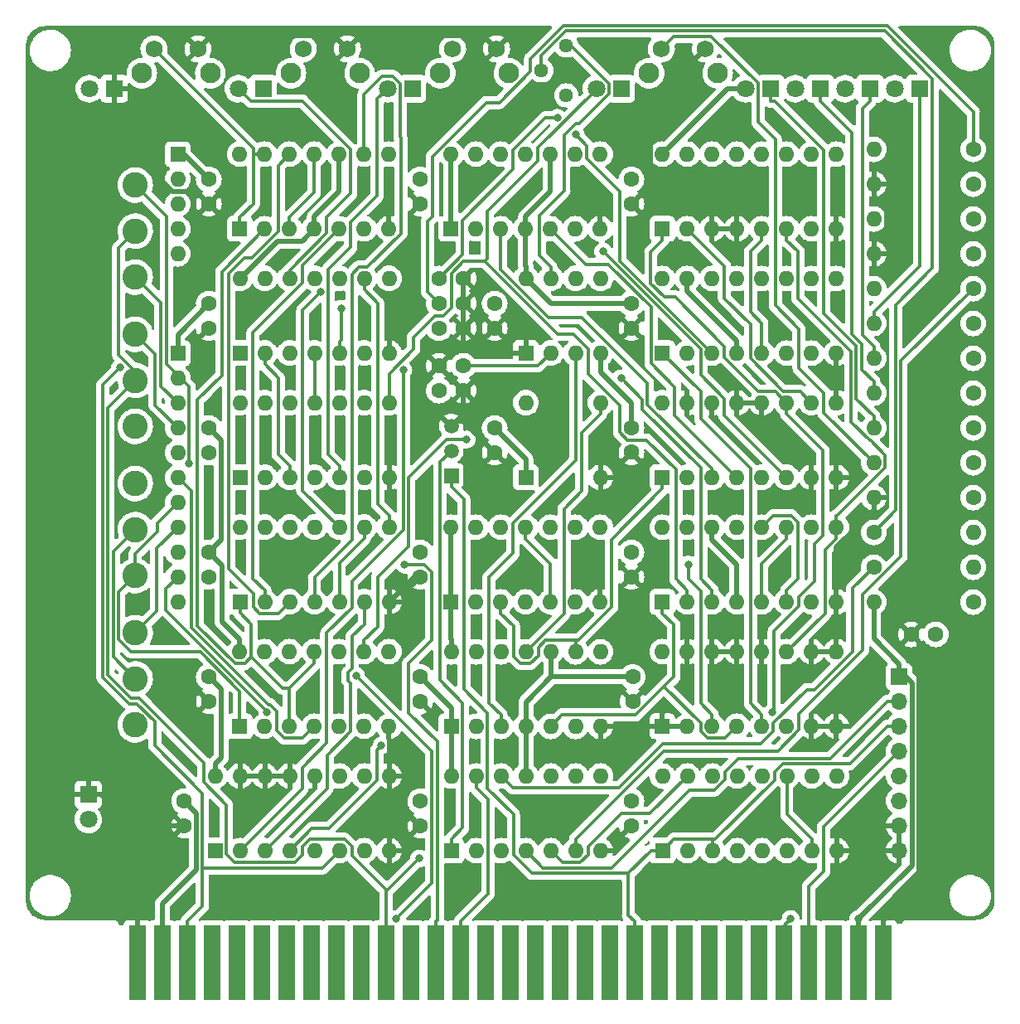
<source format=gbl>
G04 #@! TF.GenerationSoftware,KiCad,Pcbnew,(6.0.9)*
G04 #@! TF.CreationDate,2022-12-02T20:03:53-05:00*
G04 #@! TF.ProjectId,Part 3 - Clock v3,50617274-2033-4202-9d20-436c6f636b20,1.1*
G04 #@! TF.SameCoordinates,Original*
G04 #@! TF.FileFunction,Copper,L2,Bot*
G04 #@! TF.FilePolarity,Positive*
%FSLAX46Y46*%
G04 Gerber Fmt 4.6, Leading zero omitted, Abs format (unit mm)*
G04 Created by KiCad (PCBNEW (6.0.9)) date 2022-12-02 20:03:53*
%MOMM*%
%LPD*%
G01*
G04 APERTURE LIST*
G04 #@! TA.AperFunction,ComponentPad*
%ADD10C,1.600000*%
G04 #@! TD*
G04 #@! TA.AperFunction,ComponentPad*
%ADD11O,1.600000X1.600000*%
G04 #@! TD*
G04 #@! TA.AperFunction,ComponentPad*
%ADD12R,1.600000X1.600000*%
G04 #@! TD*
G04 #@! TA.AperFunction,ComponentPad*
%ADD13R,1.800000X1.800000*%
G04 #@! TD*
G04 #@! TA.AperFunction,ComponentPad*
%ADD14C,1.800000*%
G04 #@! TD*
G04 #@! TA.AperFunction,ComponentPad*
%ADD15C,2.100000*%
G04 #@! TD*
G04 #@! TA.AperFunction,ComponentPad*
%ADD16C,1.750000*%
G04 #@! TD*
G04 #@! TA.AperFunction,ComponentPad*
%ADD17C,2.600000*%
G04 #@! TD*
G04 #@! TA.AperFunction,ConnectorPad*
%ADD18R,1.780000X7.620000*%
G04 #@! TD*
G04 #@! TA.AperFunction,ComponentPad*
%ADD19C,1.440000*%
G04 #@! TD*
G04 #@! TA.AperFunction,ComponentPad*
%ADD20R,1.700000X1.700000*%
G04 #@! TD*
G04 #@! TA.AperFunction,ComponentPad*
%ADD21O,1.700000X1.700000*%
G04 #@! TD*
G04 #@! TA.AperFunction,ComponentPad*
%ADD22R,1.500000X1.500000*%
G04 #@! TD*
G04 #@! TA.AperFunction,ComponentPad*
%ADD23C,1.500000*%
G04 #@! TD*
G04 #@! TA.AperFunction,ViaPad*
%ADD24C,0.800000*%
G04 #@! TD*
G04 #@! TA.AperFunction,Conductor*
%ADD25C,0.500000*%
G04 #@! TD*
G04 #@! TA.AperFunction,Conductor*
%ADD26C,0.333000*%
G04 #@! TD*
G04 APERTURE END LIST*
D10*
X186690000Y-76962000D03*
D11*
X176530000Y-76962000D03*
D12*
X111755000Y-67300000D03*
D11*
X114295000Y-67300000D03*
X116835000Y-67300000D03*
X119375000Y-67300000D03*
X121915000Y-67300000D03*
X124455000Y-67300000D03*
X126995000Y-67300000D03*
X126995000Y-59680000D03*
X124455000Y-59680000D03*
X121915000Y-59680000D03*
X119375000Y-59680000D03*
X116835000Y-59680000D03*
X114295000Y-59680000D03*
X111755000Y-59680000D03*
D13*
X96266000Y-125069600D03*
D14*
X96266000Y-127609600D03*
D12*
X154930000Y-67300000D03*
D11*
X157470000Y-67300000D03*
X160010000Y-67300000D03*
X162550000Y-67300000D03*
X165090000Y-67300000D03*
X167630000Y-67300000D03*
X170170000Y-67300000D03*
X172710000Y-67300000D03*
X172710000Y-59680000D03*
X170170000Y-59680000D03*
X167630000Y-59680000D03*
X165090000Y-59680000D03*
X162550000Y-59680000D03*
X160010000Y-59680000D03*
X157470000Y-59680000D03*
X154930000Y-59680000D03*
D10*
X151892000Y-113050000D03*
X151892000Y-115550000D03*
X176530000Y-98298000D03*
D11*
X186690000Y-98298000D03*
D10*
X130185000Y-113060000D03*
X130185000Y-115560000D03*
X182860000Y-108712000D03*
X180360000Y-108712000D03*
X186690000Y-59182000D03*
D11*
X176530000Y-59182000D03*
D10*
X176530000Y-101854000D03*
D11*
X186690000Y-101854000D03*
D15*
X160583000Y-51411700D03*
X153573000Y-51411700D03*
D16*
X154823000Y-48921700D03*
X159323000Y-48921700D03*
D13*
X176128000Y-52990000D03*
D14*
X173588000Y-52990000D03*
D10*
X132100000Y-74910000D03*
X134600000Y-74910000D03*
D12*
X111760000Y-92680000D03*
D11*
X114300000Y-92680000D03*
X116840000Y-92680000D03*
X119380000Y-92680000D03*
X121920000Y-92680000D03*
X124460000Y-92680000D03*
X127000000Y-92680000D03*
X127000000Y-85060000D03*
X124460000Y-85060000D03*
X121920000Y-85060000D03*
X119380000Y-85060000D03*
X116840000Y-85060000D03*
X114300000Y-85060000D03*
X111760000Y-85060000D03*
D17*
X101068600Y-102718600D03*
X101068600Y-98018600D03*
X101068600Y-93318600D03*
D15*
X116987000Y-51411700D03*
X123997000Y-51411700D03*
D16*
X118237000Y-48921700D03*
X122737000Y-48921700D03*
D12*
X111760000Y-105380000D03*
D11*
X114300000Y-105380000D03*
X116840000Y-105380000D03*
X119380000Y-105380000D03*
X121920000Y-105380000D03*
X124460000Y-105380000D03*
X127000000Y-105380000D03*
X127000000Y-97760000D03*
X124460000Y-97760000D03*
X121920000Y-97760000D03*
X119380000Y-97760000D03*
X116840000Y-97760000D03*
X114300000Y-97760000D03*
X111760000Y-97760000D03*
D10*
X186690000Y-87630000D03*
D11*
X176530000Y-87630000D03*
D10*
X108585000Y-87630000D03*
X108585000Y-90130000D03*
D18*
X177490000Y-142200000D03*
X174950000Y-142200000D03*
X172410000Y-142200000D03*
X169870000Y-142200000D03*
X167330000Y-142200000D03*
X164790000Y-142200000D03*
X162250000Y-142200000D03*
X159710000Y-142200000D03*
X157170000Y-142200000D03*
X154630000Y-142200000D03*
X152090000Y-142200000D03*
X149550000Y-142200000D03*
X147010000Y-142200000D03*
X144470000Y-142200000D03*
X141930000Y-142200000D03*
X139390000Y-142200000D03*
X136850000Y-142200000D03*
X134310000Y-142200000D03*
X131770000Y-142200000D03*
X129230000Y-142200000D03*
X126690000Y-142200000D03*
X124150000Y-142200000D03*
X121610000Y-142200000D03*
X119070000Y-142200000D03*
X116530000Y-142200000D03*
X113990000Y-142200000D03*
X111450000Y-142200000D03*
X108910000Y-142200000D03*
X106370000Y-142200000D03*
X103830000Y-142200000D03*
X101290000Y-142200000D03*
D10*
X132100000Y-72370000D03*
X134600000Y-72370000D03*
D12*
X105410000Y-59690000D03*
D11*
X105410000Y-62230000D03*
X105410000Y-64770000D03*
X105410000Y-67310000D03*
X105410000Y-69850000D03*
D10*
X151765000Y-87610000D03*
X151765000Y-90110000D03*
D17*
X101068600Y-72238600D03*
X101068600Y-67538600D03*
X101068600Y-62838600D03*
D12*
X154940000Y-130800000D03*
D11*
X157480000Y-130800000D03*
X160020000Y-130800000D03*
X162560000Y-130800000D03*
X165100000Y-130800000D03*
X167640000Y-130800000D03*
X170180000Y-130800000D03*
X172720000Y-130800000D03*
X172720000Y-123180000D03*
X170180000Y-123180000D03*
X167640000Y-123180000D03*
X165100000Y-123180000D03*
X162560000Y-123180000D03*
X160020000Y-123180000D03*
X157480000Y-123180000D03*
X154940000Y-123180000D03*
D13*
X129393000Y-52991300D03*
D14*
X126853000Y-52991300D03*
D12*
X154930000Y-105400000D03*
D11*
X157470000Y-105400000D03*
X160010000Y-105400000D03*
X162550000Y-105400000D03*
X165090000Y-105400000D03*
X167630000Y-105400000D03*
X170170000Y-105400000D03*
X172710000Y-105400000D03*
X172710000Y-97780000D03*
X170170000Y-97780000D03*
X167630000Y-97780000D03*
X165090000Y-97780000D03*
X162550000Y-97780000D03*
X160010000Y-97780000D03*
X157470000Y-97780000D03*
X154930000Y-97780000D03*
D10*
X186690000Y-94742000D03*
D11*
X176530000Y-94742000D03*
D19*
X145115600Y-53668200D03*
X142575600Y-51128200D03*
X145115600Y-48588200D03*
D10*
X151765000Y-62250000D03*
X151765000Y-64750000D03*
X137795000Y-87630000D03*
X137795000Y-90130000D03*
X108585000Y-74930000D03*
X108585000Y-77430000D03*
X186690000Y-91186000D03*
D11*
X176530000Y-91186000D03*
D12*
X133345000Y-105390000D03*
D11*
X135885000Y-105390000D03*
X138425000Y-105390000D03*
X140965000Y-105390000D03*
X143505000Y-105390000D03*
X146045000Y-105390000D03*
X148585000Y-105390000D03*
X148585000Y-97770000D03*
X146045000Y-97770000D03*
X143505000Y-97770000D03*
X140965000Y-97770000D03*
X138425000Y-97770000D03*
X135885000Y-97770000D03*
X133345000Y-97770000D03*
D13*
X114142000Y-52991300D03*
D14*
X111602000Y-52991300D03*
D12*
X154930000Y-80000000D03*
D11*
X157470000Y-80000000D03*
X160010000Y-80000000D03*
X162550000Y-80000000D03*
X165090000Y-80000000D03*
X167630000Y-80000000D03*
X170170000Y-80000000D03*
X172710000Y-80000000D03*
X172710000Y-72380000D03*
X170170000Y-72380000D03*
X167630000Y-72380000D03*
X165090000Y-72380000D03*
X162550000Y-72380000D03*
X160010000Y-72380000D03*
X157470000Y-72380000D03*
X154930000Y-72380000D03*
D20*
X179114600Y-113019600D03*
D21*
X179114600Y-115559600D03*
X179114600Y-118099600D03*
X179114600Y-120639600D03*
X179114600Y-123179600D03*
X179114600Y-125719600D03*
X179114600Y-128259600D03*
X179114600Y-130799600D03*
D10*
X132100000Y-83820000D03*
X134600000Y-83820000D03*
D15*
X139248000Y-51410400D03*
X132238000Y-51410400D03*
D16*
X133488000Y-48920400D03*
X137988000Y-48920400D03*
D12*
X133355000Y-130800000D03*
D11*
X135895000Y-130800000D03*
X138435000Y-130800000D03*
X140975000Y-130800000D03*
X143515000Y-130800000D03*
X146055000Y-130800000D03*
X148595000Y-130800000D03*
X148595000Y-123180000D03*
X146055000Y-123180000D03*
X143515000Y-123180000D03*
X140975000Y-123180000D03*
X138435000Y-123180000D03*
X135895000Y-123180000D03*
X133355000Y-123180000D03*
D12*
X105410000Y-80010000D03*
D11*
X105410000Y-82550000D03*
X105410000Y-85090000D03*
X105410000Y-87630000D03*
X105410000Y-90170000D03*
X105410000Y-92710000D03*
X105410000Y-95250000D03*
X105410000Y-97790000D03*
X105410000Y-100330000D03*
X105410000Y-102870000D03*
X105410000Y-105410000D03*
D10*
X186690000Y-105410000D03*
D11*
X176530000Y-105410000D03*
D10*
X108585000Y-62250000D03*
X108585000Y-64750000D03*
X106055000Y-125730000D03*
X106055000Y-128230000D03*
X130175000Y-62250000D03*
X130175000Y-64750000D03*
X134600000Y-81280000D03*
X132100000Y-81280000D03*
X132100000Y-77450000D03*
X134600000Y-77450000D03*
D12*
X111755000Y-118100000D03*
D11*
X114295000Y-118100000D03*
X116835000Y-118100000D03*
X119375000Y-118100000D03*
X121915000Y-118100000D03*
X124455000Y-118100000D03*
X126995000Y-118100000D03*
X126995000Y-110480000D03*
X124455000Y-110480000D03*
X121915000Y-110480000D03*
X119375000Y-110480000D03*
X116835000Y-110480000D03*
X114295000Y-110480000D03*
X111755000Y-110480000D03*
D17*
X101068600Y-87478600D03*
X101068600Y-82778600D03*
X101068600Y-78078600D03*
D10*
X137795000Y-74930000D03*
X137795000Y-77430000D03*
X130175000Y-100330000D03*
X130175000Y-102830000D03*
D17*
X101068600Y-117958600D03*
X101068600Y-113258600D03*
X101068600Y-108558600D03*
D12*
X154930000Y-92680000D03*
D11*
X157470000Y-92680000D03*
X160010000Y-92680000D03*
X162550000Y-92680000D03*
X165090000Y-92680000D03*
X167630000Y-92680000D03*
X170170000Y-92680000D03*
X172710000Y-92680000D03*
X172710000Y-85060000D03*
X170170000Y-85060000D03*
X167630000Y-85060000D03*
X165090000Y-85060000D03*
X162550000Y-85060000D03*
X160010000Y-85060000D03*
X157470000Y-85060000D03*
X154930000Y-85060000D03*
D15*
X108742600Y-51411700D03*
X101732600Y-51411700D03*
D16*
X102982600Y-48921700D03*
X107482600Y-48921700D03*
D10*
X130185000Y-125750000D03*
X130185000Y-128250000D03*
D22*
X133350000Y-92505000D03*
D23*
X133350000Y-89965000D03*
X133350000Y-87425000D03*
D12*
X140980000Y-92680000D03*
D11*
X148600000Y-92680000D03*
X148600000Y-85060000D03*
X140980000Y-85060000D03*
D10*
X186690000Y-66294000D03*
D11*
X176530000Y-66294000D03*
D12*
X109225000Y-130800000D03*
D11*
X111765000Y-130800000D03*
X114305000Y-130800000D03*
X116845000Y-130800000D03*
X119385000Y-130800000D03*
X121925000Y-130800000D03*
X124465000Y-130800000D03*
X127005000Y-130800000D03*
X127005000Y-123180000D03*
X124465000Y-123180000D03*
X121925000Y-123180000D03*
X119385000Y-123180000D03*
X116845000Y-123180000D03*
X114305000Y-123180000D03*
X111765000Y-123180000D03*
X109225000Y-123180000D03*
D13*
X165968000Y-52990000D03*
D14*
X163428000Y-52990000D03*
D13*
X171048000Y-52990000D03*
D14*
X168508000Y-52990000D03*
D12*
X133345000Y-67300000D03*
D11*
X135885000Y-67300000D03*
X138425000Y-67300000D03*
X140965000Y-67300000D03*
X143505000Y-67300000D03*
X146045000Y-67300000D03*
X148585000Y-67300000D03*
X148585000Y-59680000D03*
X146045000Y-59680000D03*
X143505000Y-59680000D03*
X140965000Y-59680000D03*
X138425000Y-59680000D03*
X135885000Y-59680000D03*
X133345000Y-59680000D03*
D10*
X186690000Y-69850000D03*
D11*
X176530000Y-69850000D03*
D13*
X181208000Y-52990000D03*
D14*
X178668000Y-52990000D03*
D12*
X111760000Y-79980000D03*
D11*
X114300000Y-79980000D03*
X116840000Y-79980000D03*
X119380000Y-79980000D03*
X121920000Y-79980000D03*
X124460000Y-79980000D03*
X127000000Y-79980000D03*
X127000000Y-72360000D03*
X124460000Y-72360000D03*
X121920000Y-72360000D03*
X119380000Y-72360000D03*
X116840000Y-72360000D03*
X114300000Y-72360000D03*
X111760000Y-72360000D03*
D12*
X140985000Y-79980000D03*
D11*
X143525000Y-79980000D03*
X146065000Y-79980000D03*
X148605000Y-79980000D03*
X148605000Y-72360000D03*
X146065000Y-72360000D03*
X143525000Y-72360000D03*
X140985000Y-72360000D03*
D10*
X151775000Y-125750000D03*
X151775000Y-128250000D03*
X186690000Y-62738000D03*
D11*
X176530000Y-62738000D03*
D12*
X133355000Y-118110000D03*
D11*
X135895000Y-118110000D03*
X138435000Y-118110000D03*
X140975000Y-118110000D03*
X143515000Y-118110000D03*
X146055000Y-118110000D03*
X148595000Y-118110000D03*
X148595000Y-110490000D03*
X146055000Y-110490000D03*
X143515000Y-110490000D03*
X140975000Y-110490000D03*
X138435000Y-110490000D03*
X135895000Y-110490000D03*
X133355000Y-110490000D03*
D10*
X151765000Y-100330000D03*
X151765000Y-102830000D03*
X186690000Y-84074000D03*
D11*
X176530000Y-84074000D03*
D10*
X151765000Y-74930000D03*
X151765000Y-77430000D03*
D12*
X154930000Y-118100000D03*
D11*
X157470000Y-118100000D03*
X160010000Y-118100000D03*
X162550000Y-118100000D03*
X165090000Y-118100000D03*
X167630000Y-118100000D03*
X170170000Y-118100000D03*
X172710000Y-118100000D03*
X172710000Y-110480000D03*
X170170000Y-110480000D03*
X167630000Y-110480000D03*
X165090000Y-110480000D03*
X162550000Y-110480000D03*
X160010000Y-110480000D03*
X157470000Y-110480000D03*
X154930000Y-110480000D03*
D10*
X108585000Y-113050000D03*
X108585000Y-115550000D03*
X108585000Y-100330000D03*
X108585000Y-102830000D03*
D13*
X98913000Y-52990000D03*
D14*
X96373000Y-52990000D03*
D10*
X186690000Y-73406000D03*
D11*
X176530000Y-73406000D03*
D13*
X150728000Y-52990000D03*
D14*
X148188000Y-52990000D03*
D10*
X186690000Y-80518000D03*
D11*
X176530000Y-80518000D03*
D24*
X174950000Y-137775000D03*
X144191300Y-55975900D03*
X122103800Y-75462600D03*
X146081600Y-57680600D03*
X123631600Y-112925200D03*
X127704500Y-137775000D03*
X168035800Y-137775000D03*
X114546700Y-116684400D03*
X128602500Y-101588600D03*
X130075300Y-131589800D03*
X157565000Y-101580000D03*
X120037600Y-73756100D03*
X99517500Y-81471200D03*
X128459900Y-81718700D03*
X150707500Y-82574900D03*
X106576800Y-91288800D03*
X126227900Y-120047100D03*
X148884000Y-69607200D03*
X166139200Y-116703600D03*
X134926700Y-88809100D03*
D25*
X106055000Y-125730000D02*
X107314700Y-126989700D01*
X109835400Y-121319300D02*
X109225000Y-121929700D01*
X179114600Y-113019600D02*
X179114600Y-112369400D01*
X180429700Y-132295300D02*
X174950000Y-137775000D01*
X103830000Y-136218700D02*
X103830000Y-142200000D01*
X148605000Y-79980000D02*
X148605000Y-81230300D01*
X133355000Y-110490000D02*
X133355000Y-109239700D01*
X111755000Y-109229700D02*
X109928900Y-107403600D01*
X148605000Y-81913000D02*
X151765000Y-85073000D01*
X109835400Y-88880400D02*
X109835400Y-99079600D01*
X143555000Y-74930000D02*
X151765000Y-74930000D01*
X160010000Y-97780000D02*
X160010000Y-99030300D01*
X148605000Y-81230300D02*
X148605000Y-81913000D01*
X133345000Y-59680000D02*
X133345000Y-67300000D01*
X108585000Y-113050000D02*
X109835400Y-114300400D01*
X162550000Y-105400000D02*
X162550000Y-104149700D01*
X140975000Y-118110000D02*
X140975000Y-123180000D01*
X162550000Y-104149700D02*
X162550000Y-101570300D01*
X109225000Y-123180000D02*
X109225000Y-121929700D01*
X140985000Y-72360000D02*
X140985000Y-71109700D01*
X176530000Y-109134700D02*
X179114600Y-111719300D01*
X157470000Y-72380000D02*
X157470000Y-73630300D01*
X140980000Y-90815000D02*
X137795000Y-87630000D01*
X157470000Y-73630300D02*
X157470000Y-73669700D01*
X130185000Y-113060000D02*
X133355000Y-116230000D01*
X133345000Y-109229700D02*
X133345000Y-105390000D01*
X133355000Y-123180000D02*
X133355000Y-118110000D01*
X140980000Y-92680000D02*
X140980000Y-90815000D01*
X161620000Y-52990000D02*
X163428000Y-52990000D01*
X140985000Y-71109700D02*
X140965000Y-71089700D01*
X179114600Y-112369400D02*
X179114600Y-111719300D01*
X111755000Y-110480000D02*
X111755000Y-109229700D01*
X151765000Y-85073000D02*
X151765000Y-87610000D01*
X143515000Y-110490000D02*
X143515000Y-111740300D01*
X107314700Y-126989700D02*
X107314700Y-132734000D01*
X109928900Y-107403600D02*
X109928900Y-101673900D01*
X119375000Y-67300000D02*
X119375000Y-66049700D01*
X140965000Y-71089700D02*
X140965000Y-67300000D01*
X143554700Y-113050000D02*
X140975000Y-115629700D01*
X133355000Y-109239700D02*
X133345000Y-109229700D01*
X174950000Y-137775000D02*
X174950000Y-142200000D01*
X162550000Y-80000000D02*
X162550000Y-78749700D01*
X121915000Y-59680000D02*
X121915000Y-63509700D01*
X176530000Y-105410000D02*
X176530000Y-109134700D01*
X140965000Y-67300000D02*
X140965000Y-66049700D01*
X108585000Y-87630000D02*
X109835400Y-88880400D01*
X154930000Y-59680000D02*
X161620000Y-52990000D01*
X162550000Y-101570300D02*
X160010000Y-99030300D01*
X108585000Y-74930000D02*
X105410000Y-78105000D01*
X105410000Y-78105000D02*
X105410000Y-80010000D01*
X106025000Y-59690000D02*
X108585000Y-62250000D01*
X157470000Y-73669700D02*
X162550000Y-78749700D01*
X179114600Y-112369400D02*
X180429700Y-113684500D01*
X143515000Y-113010300D02*
X143515000Y-111740300D01*
X115570000Y-68550000D02*
X111760000Y-72360000D01*
X140975000Y-115629700D02*
X140975000Y-118110000D01*
X109835400Y-114300400D02*
X109835400Y-121319300D01*
X107314700Y-132734000D02*
X103830000Y-136218700D01*
X109835400Y-99079600D02*
X108585000Y-100330000D01*
X140985000Y-72360000D02*
X143555000Y-74930000D01*
X109928900Y-101673900D02*
X108585000Y-100330000D01*
X121915000Y-63509700D02*
X119375000Y-66049700D01*
X151892000Y-113050000D02*
X143554700Y-113050000D01*
X119375000Y-67300000D02*
X118125000Y-68550000D01*
X143554700Y-113050000D02*
X143515000Y-113010300D01*
X118125000Y-68550000D02*
X115570000Y-68550000D01*
X180429700Y-113684500D02*
X180429700Y-132295300D01*
X105410000Y-59690000D02*
X106025000Y-59690000D01*
X133355000Y-116230000D02*
X133355000Y-118110000D01*
X143505000Y-63509700D02*
X143505000Y-59680000D01*
X133345000Y-97770000D02*
X133345000Y-105390000D01*
X140965000Y-66049700D02*
X143505000Y-63509700D01*
X134600000Y-72370000D02*
X134600000Y-74910000D01*
X127078200Y-121856500D02*
X127078200Y-119433500D01*
X181155000Y-109507000D02*
X180360000Y-108712000D01*
X177813900Y-130800000D02*
X177814300Y-130799600D01*
X134600000Y-86935000D02*
X134600000Y-83820000D01*
X172710000Y-99819200D02*
X172710000Y-105400000D01*
X172720000Y-130800000D02*
X177813900Y-130800000D01*
X130175000Y-102830000D02*
X129550000Y-102830000D01*
X122737000Y-48921700D02*
X121388800Y-47573500D01*
X127005000Y-123180000D02*
X127005000Y-121929700D01*
X121388800Y-47573500D02*
X108830800Y-47573500D01*
X127005000Y-129549700D02*
X129181900Y-127372800D01*
X127078200Y-119433500D02*
X126995000Y-119350300D01*
X101290000Y-137939700D02*
X101290000Y-128230000D01*
X172710000Y-80000000D02*
X172710000Y-85060000D01*
X96266000Y-125069600D02*
X97616300Y-125069600D01*
X176530000Y-62738000D02*
X176530000Y-63988300D01*
X129550000Y-102830000D02*
X127000000Y-105380000D01*
X107335000Y-63500000D02*
X104859500Y-63500000D01*
X104859500Y-63500000D02*
X98913000Y-57553500D01*
X177826900Y-67302800D02*
X177826900Y-65285200D01*
X108830800Y-47573500D02*
X107482600Y-48921700D01*
X134600000Y-74910000D02*
X134600000Y-77450000D01*
X101290000Y-142200000D02*
X101290000Y-137939700D01*
X179114600Y-130799600D02*
X177814300Y-130799600D01*
X132100000Y-81320000D02*
X132100000Y-81280000D01*
X179114600Y-130799600D02*
X179114600Y-128259600D01*
X127005000Y-125195900D02*
X127005000Y-123180000D01*
X126995000Y-118100000D02*
X126995000Y-119350300D01*
X134600000Y-83820000D02*
X132100000Y-81320000D01*
X153679600Y-54565100D02*
X159323000Y-48921700D01*
X129181900Y-127372800D02*
X130059100Y-128250000D01*
X177490000Y-142200000D02*
X177490000Y-137939700D01*
X181155000Y-134274700D02*
X181155000Y-109507000D01*
X100776700Y-128230000D02*
X97616300Y-125069600D01*
X176530000Y-69850000D02*
X176530000Y-68599700D01*
X151765000Y-64750000D02*
X153679600Y-62835400D01*
X176530000Y-68599700D02*
X177826900Y-67302800D01*
X153679600Y-62835400D02*
X153679600Y-54565100D01*
X176530000Y-94742000D02*
X176530000Y-95999200D01*
X122737000Y-48921700D02*
X124074500Y-47584200D01*
X133350000Y-87425000D02*
X133840000Y-86935000D01*
X137795000Y-90130000D02*
X134600000Y-86935000D01*
X177826900Y-65285200D02*
X176530000Y-63988300D01*
X101290000Y-128230000D02*
X100776700Y-128230000D01*
X136651800Y-47584200D02*
X137988000Y-48920400D01*
X176530000Y-95999200D02*
X172710000Y-99819200D01*
X129181900Y-127372800D02*
X127005000Y-125195900D01*
X124074500Y-47584200D02*
X136651800Y-47584200D01*
X134600000Y-78780000D02*
X132100000Y-81280000D01*
X108585000Y-64750000D02*
X107335000Y-63500000D01*
X106055000Y-128230000D02*
X101290000Y-128230000D01*
X177490000Y-137939700D02*
X181155000Y-134274700D01*
X172710000Y-105400000D02*
X172710000Y-110480000D01*
X130059100Y-128250000D02*
X130185000Y-128250000D01*
X127005000Y-121929700D02*
X127078200Y-121856500D01*
X134600000Y-77450000D02*
X134600000Y-78780000D01*
X133840000Y-86935000D02*
X134600000Y-86935000D01*
X127005000Y-130800000D02*
X127005000Y-129549700D01*
X98913000Y-57553500D02*
X98913000Y-52990000D01*
D26*
X122103800Y-78629400D02*
X122103800Y-75462600D01*
X139695000Y-59247800D02*
X142966900Y-55975900D01*
X132100000Y-72370000D02*
X134511900Y-69958100D01*
X134511900Y-66417400D02*
X139695000Y-61234300D01*
X134511900Y-69958100D02*
X134511900Y-66417400D01*
X121920000Y-79980000D02*
X121920000Y-78813200D01*
X142966900Y-55975900D02*
X144191300Y-55975900D01*
X121920000Y-78813200D02*
X122103800Y-78629400D01*
X139695000Y-61234300D02*
X139695000Y-59247800D01*
X143525000Y-79980000D02*
X142225000Y-81280000D01*
X142225000Y-81280000D02*
X134600000Y-81280000D01*
X141470200Y-49908200D02*
X144806900Y-46571500D01*
X144806900Y-46571500D02*
X177891600Y-46571500D01*
X130910700Y-73720700D02*
X130910700Y-66564300D01*
X186690000Y-55369900D02*
X186690000Y-59182000D01*
X131438700Y-66036300D02*
X131438700Y-59898400D01*
X130910700Y-66564300D02*
X131438700Y-66036300D01*
X138264000Y-54398300D02*
X141470200Y-51192100D01*
X177891600Y-46571500D02*
X186690000Y-55369900D01*
X141470200Y-51192100D02*
X141470200Y-49908200D01*
X132100000Y-74910000D02*
X130910700Y-73720700D01*
X136938800Y-54398300D02*
X138264000Y-54398300D01*
X131438700Y-59898400D02*
X136938800Y-54398300D01*
X134521800Y-115744300D02*
X134521800Y-128466400D01*
X133355000Y-130800000D02*
X133355000Y-129633200D01*
X132178200Y-91136800D02*
X132178200Y-113400700D01*
X134521800Y-128466400D02*
X133355000Y-129633200D01*
X132178200Y-113400700D02*
X134521800Y-115744300D01*
X133350000Y-89965000D02*
X132178200Y-91136800D01*
X133350000Y-71874300D02*
X133350000Y-75363300D01*
X148188000Y-53079100D02*
X148188000Y-52990000D01*
X156303200Y-91891900D02*
X153271300Y-88860000D01*
X150551900Y-88080200D02*
X150551900Y-85340000D01*
X142235000Y-60377300D02*
X142235000Y-59032100D01*
X147335000Y-82123100D02*
X147335000Y-79547200D01*
X136785100Y-70614100D02*
X134610200Y-70614100D01*
X137051800Y-65560500D02*
X142235000Y-60377300D01*
X153271300Y-88860000D02*
X151331700Y-88860000D01*
X142235000Y-59032100D02*
X148188000Y-53079100D01*
X133350000Y-75363300D02*
X132533300Y-76180000D01*
X157470000Y-105400000D02*
X157470000Y-104233200D01*
X156303200Y-103066400D02*
X156303200Y-91891900D01*
X145816900Y-78029100D02*
X144200100Y-78029100D01*
X150551900Y-85340000D02*
X147335000Y-82123100D01*
X129514200Y-78357400D02*
X129514200Y-79574000D01*
X147335000Y-79547200D02*
X145816900Y-78029100D01*
X132533300Y-76180000D02*
X131691600Y-76180000D01*
X131691600Y-76180000D02*
X129514200Y-78357400D01*
X129514200Y-79574000D02*
X127000000Y-82088200D01*
X127000000Y-82088200D02*
X127000000Y-85060000D01*
X144200100Y-78029100D02*
X136785100Y-70614100D01*
X136785100Y-70614100D02*
X137051800Y-70347400D01*
X137051800Y-70347400D02*
X137051800Y-65560500D01*
X134610200Y-70614100D02*
X133350000Y-71874300D01*
X151331700Y-88860000D02*
X150551900Y-88080200D01*
X157470000Y-104233200D02*
X156303200Y-103066400D01*
X150598100Y-70000900D02*
X150598100Y-70467200D01*
X123081800Y-66616400D02*
X125805000Y-63893200D01*
X160010000Y-80000000D02*
X150598100Y-70588100D01*
X120804400Y-74142700D02*
X120804400Y-73438400D01*
X123081800Y-69153300D02*
X123081800Y-66616400D01*
X125805000Y-63893200D02*
X125805000Y-54039300D01*
X120753200Y-71481900D02*
X123081800Y-69153300D01*
X120753200Y-90346400D02*
X120753200Y-74193900D01*
X120753200Y-74193900D02*
X120804400Y-74142700D01*
X121920000Y-92680000D02*
X121920000Y-91513200D01*
X150598100Y-70588100D02*
X150598100Y-70000900D01*
X150598100Y-63493300D02*
X150598100Y-70000900D01*
X120753200Y-73387200D02*
X120753200Y-71481900D01*
X146081600Y-57680600D02*
X147211900Y-58810900D01*
X147211900Y-58810900D02*
X147211900Y-60107100D01*
X121920000Y-91513200D02*
X120753200Y-90346400D01*
X120804400Y-73438400D02*
X120753200Y-73387200D01*
X147211900Y-60107100D02*
X150598100Y-63493300D01*
X125805000Y-54039300D02*
X126853000Y-52991300D01*
X171048000Y-54256800D02*
X174265800Y-57474600D01*
X174265800Y-78045500D02*
X175333100Y-79112800D01*
X175333100Y-81710300D02*
X176530000Y-82907200D01*
X174265800Y-57474600D02*
X174265800Y-78045500D01*
X175333100Y-79112800D02*
X175333100Y-81710300D01*
X176530000Y-84074000D02*
X176530000Y-82907200D01*
X171048000Y-52990000D02*
X171048000Y-54256800D01*
X175349300Y-78170500D02*
X176530000Y-79351200D01*
X176530000Y-80518000D02*
X176530000Y-79351200D01*
X176128000Y-54256800D02*
X175349300Y-55035500D01*
X176128000Y-52990000D02*
X176128000Y-54256800D01*
X175349300Y-55035500D02*
X175349300Y-78170500D01*
X181208000Y-71117200D02*
X176530000Y-75795200D01*
X176530000Y-76962000D02*
X176530000Y-75795200D01*
X181208000Y-52990000D02*
X181208000Y-71117200D01*
X175363200Y-110353700D02*
X175363200Y-104685500D01*
X155071100Y-120617100D02*
X166763400Y-120617100D01*
X168900000Y-118480500D02*
X168900000Y-116816900D01*
X168900000Y-116816900D02*
X175363200Y-110353700D01*
X146055000Y-130800000D02*
X146055000Y-129633200D01*
X179312100Y-100736600D02*
X179312100Y-80783900D01*
X179312100Y-80783900D02*
X186690000Y-73406000D01*
X166763400Y-120617100D02*
X168900000Y-118480500D01*
X146055000Y-129633200D02*
X155071100Y-120617100D01*
X175363200Y-104685500D02*
X179312100Y-100736600D01*
X131384300Y-120677900D02*
X131384300Y-134095200D01*
X123631600Y-112925200D02*
X131384300Y-120677900D01*
X131384300Y-134095200D02*
X127704500Y-137775000D01*
X171419900Y-132914700D02*
X169870000Y-134464600D01*
X171419900Y-128334300D02*
X171419900Y-132914700D01*
X153660000Y-127000000D02*
X150742000Y-127000000D01*
X144728300Y-132013300D02*
X146500200Y-132013300D01*
X169870000Y-134464600D02*
X169870000Y-142200000D01*
X143515000Y-130800000D02*
X144728300Y-132013300D01*
X157480000Y-123180000D02*
X153660000Y-127000000D01*
X147325000Y-130417000D02*
X150742000Y-127000000D01*
X147325000Y-131188500D02*
X147325000Y-130417000D01*
X146500200Y-132013300D02*
X147325000Y-131188500D01*
X179114600Y-120639600D02*
X171419900Y-128334300D01*
X167330000Y-138480800D02*
X168035800Y-137775000D01*
X167330000Y-142200000D02*
X167330000Y-138480800D01*
X113128200Y-59067300D02*
X113128200Y-59680000D01*
X167233700Y-121910900D02*
X174086500Y-121910900D01*
X156106800Y-129633200D02*
X159994900Y-129633200D01*
X139705000Y-127107600D02*
X139705000Y-131191500D01*
X154940000Y-130800000D02*
X156106800Y-129633200D01*
X133350000Y-92505000D02*
X133350000Y-93621800D01*
X151467200Y-137400400D02*
X152090000Y-138023200D01*
X179114600Y-118099600D02*
X177897800Y-118099600D01*
X159994900Y-129633200D02*
X160020000Y-129658300D01*
X102982600Y-48921700D02*
X113128200Y-59067300D01*
X160020000Y-129658300D02*
X160020000Y-129633200D01*
X160020000Y-129633200D02*
X160311700Y-129633200D01*
X134635400Y-94907200D02*
X134635400Y-114282300D01*
X134635400Y-114282300D02*
X137061900Y-116708800D01*
X98827800Y-100259400D02*
X101068600Y-98018600D01*
X166370000Y-123574900D02*
X166370000Y-122774600D01*
X160020000Y-130800000D02*
X160020000Y-129658300D01*
X141619500Y-133106000D02*
X151467200Y-133106000D01*
X160311700Y-129633200D02*
X166370000Y-123574900D01*
X151467200Y-133106000D02*
X153773200Y-130800000D01*
X139705000Y-131191500D02*
X141619500Y-133106000D01*
X154940000Y-130800000D02*
X153773200Y-130800000D01*
X137061900Y-116708800D02*
X137061900Y-124464500D01*
X152090000Y-142200000D02*
X152090000Y-138023200D01*
X174086500Y-121910900D02*
X177897800Y-118099600D01*
X111755000Y-66133200D02*
X113128200Y-64760000D01*
X151467200Y-133106000D02*
X151467200Y-137400400D01*
X166370000Y-122774600D02*
X167233700Y-121910900D01*
X111755000Y-67300000D02*
X111755000Y-66133200D01*
X98827800Y-111017800D02*
X98827800Y-100259400D01*
X113128200Y-64760000D02*
X113128200Y-59680000D01*
X101068600Y-113258600D02*
X98827800Y-111017800D01*
X114295000Y-59680000D02*
X113128200Y-59680000D01*
X133350000Y-93621800D02*
X134635400Y-94907200D01*
X137061900Y-124464500D02*
X139705000Y-127107600D01*
X104216700Y-104063300D02*
X104216700Y-106212200D01*
X104216700Y-106212200D02*
X114546700Y-116542200D01*
X137105000Y-125556800D02*
X137105000Y-135228200D01*
X137105000Y-135228200D02*
X134310000Y-138023200D01*
X135895000Y-123180000D02*
X135895000Y-124346800D01*
X135895000Y-124346800D02*
X137105000Y-125556800D01*
X114546700Y-116542200D02*
X114546700Y-116684400D01*
X105410000Y-102870000D02*
X104216700Y-104063300D01*
X134310000Y-142200000D02*
X134310000Y-138023200D01*
X131373300Y-102359300D02*
X131373300Y-109291700D01*
X128602500Y-101588600D02*
X130602600Y-101588600D01*
X129018100Y-111646900D02*
X129018100Y-116726900D01*
X130602600Y-101588600D02*
X131373300Y-102359300D01*
X129018100Y-116726900D02*
X131917700Y-119626500D01*
X131917700Y-137875500D02*
X131770000Y-138023200D01*
X131770000Y-142200000D02*
X131770000Y-138023200D01*
X131373300Y-109291700D02*
X129018100Y-111646900D01*
X131917700Y-119626500D02*
X131917700Y-137875500D01*
X162699400Y-121377500D02*
X172079900Y-121377500D01*
X142743000Y-132568000D02*
X149742300Y-132568000D01*
X98294400Y-112873100D02*
X100652700Y-115231400D01*
X149742300Y-132568000D02*
X157704400Y-124605900D01*
X118115000Y-131228900D02*
X118115000Y-130402400D01*
X172079900Y-121377500D02*
X177897800Y-115559600D01*
X108058200Y-123813300D02*
X110391900Y-126147000D01*
X122436600Y-129615900D02*
X123195000Y-130374300D01*
X126690000Y-138023200D02*
X126690000Y-134975100D01*
X99379000Y-69228200D02*
X99379000Y-80162400D01*
X118901500Y-129615900D02*
X122436600Y-129615900D01*
X118115000Y-130402400D02*
X118901500Y-129615900D01*
X100652700Y-115231400D02*
X101465500Y-115231400D01*
X179114600Y-115559600D02*
X177897800Y-115559600D01*
X161290000Y-123560800D02*
X161290000Y-122786900D01*
X108058200Y-121824100D02*
X108058200Y-123813300D01*
X140975000Y-130800000D02*
X142743000Y-132568000D01*
X123195000Y-131271700D02*
X126794200Y-134870900D01*
X101068600Y-81852000D02*
X101068600Y-82778600D01*
X98294400Y-85552800D02*
X98294400Y-112873100D01*
X126690000Y-142200000D02*
X126690000Y-138023200D01*
X157704400Y-124605900D02*
X160244900Y-124605900D01*
X123195000Y-130374300D02*
X123195000Y-131271700D01*
X101068600Y-82778600D02*
X98294400Y-85552800D01*
X110391900Y-126147000D02*
X110391900Y-131148500D01*
X160244900Y-124605900D02*
X161290000Y-123560800D01*
X111210300Y-131966900D02*
X117377000Y-131966900D01*
X99379000Y-80162400D02*
X101068600Y-81852000D01*
X101068600Y-67538600D02*
X99379000Y-69228200D01*
X110391900Y-131148500D02*
X111210300Y-131966900D01*
X101465500Y-115231400D02*
X108058200Y-121824100D01*
X161290000Y-122786900D02*
X162699400Y-121377500D01*
X126794200Y-134870900D02*
X130075300Y-131589800D01*
X117377000Y-131966900D02*
X118115000Y-131228900D01*
X126690000Y-134975100D02*
X126794200Y-134870900D01*
X174736600Y-84669800D02*
X176530000Y-86463200D01*
X165968000Y-54256800D02*
X166443000Y-54256800D01*
X171440000Y-75974000D02*
X174736600Y-79270600D01*
X174736600Y-79270600D02*
X174736600Y-84669800D01*
X171440000Y-59253800D02*
X171440000Y-75974000D01*
X176530000Y-87630000D02*
X176530000Y-86463200D01*
X166443000Y-54256800D02*
X171440000Y-59253800D01*
X165968000Y-52990000D02*
X165968000Y-54256800D01*
X167640000Y-127093200D02*
X170180000Y-129633200D01*
X170180000Y-130800000D02*
X170180000Y-129633200D01*
X167640000Y-123180000D02*
X167640000Y-127093200D01*
X158843200Y-115766400D02*
X158843200Y-104336300D01*
X122804100Y-113414300D02*
X123089800Y-113700000D01*
X124460000Y-105380000D02*
X124460000Y-107665200D01*
X123089800Y-113700000D02*
X123089800Y-118607300D01*
X124460000Y-107665200D02*
X123249200Y-108876000D01*
X160010000Y-118100000D02*
X160010000Y-116933200D01*
X120655000Y-124450000D02*
X120655000Y-121042100D01*
X123249200Y-112181700D02*
X122804100Y-112626800D01*
X123089800Y-118607300D02*
X120655000Y-121042100D01*
X123249200Y-108876000D02*
X123249200Y-112181700D01*
X160010000Y-116933200D02*
X158843200Y-115766400D01*
X122804100Y-112626800D02*
X122804100Y-113414300D01*
X158843200Y-104336300D02*
X157565000Y-103058100D01*
X157565000Y-103058100D02*
X157565000Y-101580000D01*
X114305000Y-130800000D02*
X120655000Y-124450000D01*
X125833200Y-95426400D02*
X127000000Y-96593200D01*
X124460000Y-72360000D02*
X124460000Y-73526800D01*
X125833200Y-74900000D02*
X125833200Y-95426400D01*
X127000000Y-97760000D02*
X127000000Y-96593200D01*
X124460000Y-73526800D02*
X125833200Y-74900000D01*
X118189400Y-94029400D02*
X118189400Y-75604300D01*
X120037600Y-73756100D02*
X118189400Y-75604300D01*
X121920000Y-97760000D02*
X118189400Y-94029400D01*
X115673200Y-82520000D02*
X115673200Y-90346400D01*
X115673200Y-90346400D02*
X116840000Y-91513200D01*
X114300000Y-81146800D02*
X115673200Y-82520000D01*
X116840000Y-92680000D02*
X116840000Y-91513200D01*
X114300000Y-79980000D02*
X114300000Y-81146800D01*
X119380000Y-79980000D02*
X119380000Y-85060000D01*
X124460000Y-97760000D02*
X124460000Y-98926800D01*
X121920000Y-101466800D02*
X124460000Y-98926800D01*
X121920000Y-105380000D02*
X121920000Y-101466800D01*
X154930000Y-93846800D02*
X149753200Y-99023600D01*
X146055000Y-110490000D02*
X146055000Y-109323200D01*
X141453500Y-111667200D02*
X140413700Y-111667200D01*
X146055000Y-109323200D02*
X142982900Y-109323200D01*
X142245000Y-110875700D02*
X141453500Y-111667200D01*
X149753200Y-105891900D02*
X146322000Y-109323100D01*
X140413700Y-111667200D02*
X139705000Y-110958500D01*
X139705000Y-110958500D02*
X139705000Y-107836800D01*
X146055000Y-109323100D02*
X146055000Y-109323200D01*
X142245000Y-110061100D02*
X142245000Y-110875700D01*
X139705000Y-107836800D02*
X138425000Y-106556800D01*
X138425000Y-105390000D02*
X138425000Y-106556800D01*
X146322000Y-109323100D02*
X146055000Y-109323100D01*
X149753200Y-99023600D02*
X149753200Y-105891900D01*
X154930000Y-92680000D02*
X154930000Y-93846800D01*
X142982900Y-109323200D02*
X142245000Y-110061100D01*
X146663500Y-94095300D02*
X146663500Y-88163300D01*
X144875400Y-95883400D02*
X146663500Y-94095300D01*
X144875400Y-106589600D02*
X144875400Y-95883400D01*
X148600000Y-85060000D02*
X148600000Y-86226800D01*
X140975000Y-110490000D02*
X144875400Y-106589600D01*
X146663500Y-88163300D02*
X148600000Y-86226800D01*
X140965000Y-98936800D02*
X143505000Y-101476800D01*
X140965000Y-97770000D02*
X140965000Y-98936800D01*
X143505000Y-101476800D02*
X143505000Y-105390000D01*
X120645000Y-66133100D02*
X123090300Y-63687800D01*
X120645000Y-67752800D02*
X116840000Y-71557800D01*
X123090300Y-59176300D02*
X118173500Y-54259500D01*
X116840000Y-71557800D02*
X116840000Y-72360000D01*
X112870200Y-54259500D02*
X111602000Y-52991300D01*
X123090300Y-63687800D02*
X123090300Y-59176300D01*
X120645000Y-67752800D02*
X120645000Y-66133100D01*
X118173500Y-54259500D02*
X112870200Y-54259500D01*
X121925000Y-130800000D02*
X120171100Y-132553900D01*
X107931600Y-132553900D02*
X107931600Y-136461600D01*
X100446600Y-115779600D02*
X101247000Y-115779600D01*
X101247000Y-115779600D02*
X103048600Y-117581200D01*
X103048600Y-117581200D02*
X103048600Y-120048800D01*
X97761000Y-113094000D02*
X100446600Y-115779600D01*
X120171100Y-132553900D02*
X107931600Y-132553900D01*
X106370000Y-142200000D02*
X106370000Y-138023200D01*
X97761000Y-83227700D02*
X97761000Y-113094000D01*
X103048600Y-120048800D02*
X107931600Y-124931800D01*
X107931600Y-124931800D02*
X107931600Y-132553900D01*
X99517500Y-81471200D02*
X97761000Y-83227700D01*
X107931600Y-136461600D02*
X106370000Y-138023200D01*
X138425000Y-67300000D02*
X138425000Y-71483700D01*
X138425000Y-71483700D02*
X143275800Y-76334500D01*
X146676800Y-76334500D02*
X153415200Y-83072900D01*
X143275800Y-76334500D02*
X146676800Y-76334500D01*
X153415200Y-83072900D02*
X153415200Y-85216200D01*
X153415200Y-85216200D02*
X160010000Y-91811000D01*
X160010000Y-91811000D02*
X160010000Y-92680000D01*
X112926800Y-111025100D02*
X112276500Y-111675400D01*
X107418100Y-84760200D02*
X109918700Y-82259600D01*
X112926800Y-107713600D02*
X111760000Y-106546800D01*
X112926800Y-111025100D02*
X112926800Y-107713600D01*
X116835000Y-118100000D02*
X116835000Y-116933200D01*
X112276500Y-111675400D02*
X111264900Y-111675400D01*
X109918700Y-71676300D02*
X114295000Y-67300000D01*
X107418100Y-107828600D02*
X107418100Y-84760200D01*
X109918700Y-82259600D02*
X109918700Y-71676300D01*
X111264900Y-111675400D02*
X107418100Y-107828600D01*
X119375000Y-110480000D02*
X119375000Y-111646800D01*
X116088500Y-114186800D02*
X112926800Y-111025100D01*
X116835000Y-114186800D02*
X116088500Y-114186800D01*
X111760000Y-105380000D02*
X111760000Y-106546800D01*
X116835000Y-116933200D02*
X116835000Y-114186800D01*
X116835000Y-114186800D02*
X119375000Y-111646800D01*
X113095500Y-103008700D02*
X113095500Y-77904700D01*
X114300000Y-104213200D02*
X113095500Y-103008700D01*
X121915000Y-67300000D02*
X118161000Y-71054000D01*
X114300000Y-105380000D02*
X114300000Y-104213200D01*
X118161000Y-72839200D02*
X118161000Y-71054000D01*
X113095500Y-77904700D02*
X118161000Y-72839200D01*
X115654500Y-106565500D02*
X113780300Y-106565500D01*
X115669000Y-67579844D02*
X115669000Y-67466600D01*
X116840000Y-105380000D02*
X115654500Y-106565500D01*
X115668200Y-67465800D02*
X115668200Y-60846800D01*
X112201500Y-70267800D02*
X112981044Y-70267800D01*
X115669000Y-67466600D02*
X115668200Y-67465800D01*
X113133100Y-104539300D02*
X110593100Y-101999300D01*
X115668200Y-60846800D02*
X116835000Y-59680000D01*
X110593100Y-71876200D02*
X112201500Y-70267800D01*
X110593100Y-101999300D02*
X110593100Y-71876200D01*
X113133100Y-105918300D02*
X113133100Y-104539300D01*
X113780300Y-106565500D02*
X113133100Y-105918300D01*
X115669000Y-67579844D02*
X112981044Y-70267800D01*
X128126100Y-52471100D02*
X127379300Y-51724300D01*
X119380000Y-102905000D02*
X123190000Y-99095000D01*
X127379300Y-51724300D02*
X126289900Y-51724300D01*
X119380000Y-105380000D02*
X119380000Y-102905000D01*
X128200400Y-57993200D02*
X128126100Y-57918900D01*
X128200400Y-67773500D02*
X128200400Y-57993200D01*
X126289900Y-51724300D02*
X124455000Y-53559200D01*
X124455000Y-53559200D02*
X124455000Y-59680000D01*
X123932000Y-71193100D02*
X124780800Y-71193100D01*
X123190000Y-71935100D02*
X123932000Y-71193100D01*
X123190000Y-99095000D02*
X123190000Y-71935100D01*
X124780800Y-71193100D02*
X128200400Y-67773500D01*
X128126100Y-57918900D02*
X128126100Y-52471100D01*
X123190000Y-106032300D02*
X123190000Y-103278600D01*
X128459900Y-98008700D02*
X128459900Y-81718700D01*
X120645000Y-108577300D02*
X123190000Y-106032300D01*
X123190000Y-103278600D02*
X128459900Y-98008700D01*
X120645000Y-119815200D02*
X120645000Y-108577300D01*
X111765000Y-130800000D02*
X118115000Y-124450000D01*
X118115000Y-122345200D02*
X120645000Y-119815200D01*
X118115000Y-124450000D02*
X118115000Y-122345200D01*
X160010000Y-105400000D02*
X160010000Y-104233200D01*
X158843200Y-103066400D02*
X160010000Y-104233200D01*
X152881800Y-85741600D02*
X158843200Y-91703000D01*
X150707500Y-82574900D02*
X152881800Y-84749200D01*
X152881800Y-84749200D02*
X152881800Y-85741600D01*
X158843200Y-91703000D02*
X158843200Y-103066400D01*
X103709700Y-83389700D02*
X103709700Y-74879700D01*
X105410000Y-85090000D02*
X103709700Y-83389700D01*
X103709700Y-74879700D02*
X101068600Y-72238600D01*
X104243100Y-66013100D02*
X101068600Y-62838600D01*
X105410000Y-82550000D02*
X105410000Y-82258300D01*
X106576800Y-83425100D02*
X105410000Y-82258300D01*
X104243100Y-81091400D02*
X104243100Y-66013100D01*
X105410000Y-82258300D02*
X104243100Y-81091400D01*
X106576800Y-91288800D02*
X106576800Y-83425100D01*
X101068600Y-78078600D02*
X103099400Y-80109400D01*
X103099400Y-85319400D02*
X103099400Y-80109400D01*
X105410000Y-87630000D02*
X103099400Y-85319400D01*
X106797800Y-94097800D02*
X106797800Y-108039000D01*
X119375000Y-118100000D02*
X118193100Y-119281900D01*
X116300800Y-119281900D02*
X118193100Y-119281900D01*
X115565000Y-118546100D02*
X115565000Y-116618200D01*
X116300800Y-119281900D02*
X115565000Y-118546100D01*
X105410000Y-92710000D02*
X106797800Y-94097800D01*
X115565000Y-116618200D02*
X114864400Y-115917600D01*
X114676400Y-115917600D02*
X106797800Y-108039000D01*
X114864400Y-115917600D02*
X114676400Y-115917600D01*
X111755000Y-118100000D02*
X111755000Y-114513300D01*
X99378800Y-104408400D02*
X101068600Y-102718600D01*
X103314850Y-97345150D02*
X103314850Y-98234850D01*
X105410000Y-95250000D02*
X103314850Y-97345150D01*
X101068600Y-100481100D02*
X103314850Y-98234850D01*
X100596500Y-110465600D02*
X99378800Y-109247900D01*
X107707300Y-110465600D02*
X100596500Y-110465600D01*
X99378800Y-109247900D02*
X99378800Y-104408400D01*
X111755000Y-114513300D02*
X107707300Y-110465600D01*
X101068600Y-102718600D02*
X101068600Y-100481100D01*
X103268800Y-99931200D02*
X103268800Y-106358400D01*
X105410000Y-97790000D02*
X103268800Y-99931200D01*
X101068600Y-108558600D02*
X103268800Y-106358400D01*
X156096800Y-107733600D02*
X154930000Y-106566800D01*
X125735000Y-123618800D02*
X120828600Y-128525200D01*
X162550000Y-118100000D02*
X161326600Y-119323400D01*
X154930000Y-105400000D02*
X154930000Y-106566800D01*
X152180500Y-116943200D02*
X155102200Y-114021500D01*
X120828600Y-128525200D02*
X119119800Y-128525200D01*
X156096800Y-113026900D02*
X156096800Y-107733600D01*
X159574100Y-119323400D02*
X158843200Y-118592500D01*
X144681800Y-116943200D02*
X152180500Y-116943200D01*
X143515000Y-118110000D02*
X144681800Y-116943200D01*
X125735000Y-120540000D02*
X125735000Y-123618800D01*
X161326600Y-119323400D02*
X159574100Y-119323400D01*
X155102200Y-114021500D02*
X156096800Y-113026900D01*
X126227900Y-120047100D02*
X125735000Y-120540000D01*
X119119800Y-128525200D02*
X116845000Y-130800000D01*
X158843200Y-118592500D02*
X158843200Y-117762500D01*
X158843200Y-117762500D02*
X155102200Y-114021500D01*
X146065000Y-90965700D02*
X139695000Y-97335700D01*
X138435000Y-118110000D02*
X138435000Y-116943200D01*
X137209800Y-115718000D02*
X138435000Y-116943200D01*
X139695000Y-97335700D02*
X139695000Y-100420100D01*
X146065000Y-81146800D02*
X146065000Y-90965700D01*
X146065000Y-79980000D02*
X146065000Y-81146800D01*
X137209800Y-102905300D02*
X137209800Y-115718000D01*
X139695000Y-100420100D02*
X137209800Y-102905300D01*
X167630000Y-98946800D02*
X165090000Y-101486800D01*
X165090000Y-101486800D02*
X165090000Y-105400000D01*
X167630000Y-97780000D02*
X167630000Y-98946800D01*
X165090000Y-97780000D02*
X166261000Y-96609000D01*
X168796800Y-103066400D02*
X167630000Y-104233200D01*
X167630000Y-105400000D02*
X167630000Y-104233200D01*
X168796800Y-97275600D02*
X168796800Y-103066400D01*
X168130200Y-96609000D02*
X166261000Y-96609000D01*
X168130200Y-96609000D02*
X168796800Y-97275600D01*
X168796800Y-74433500D02*
X168796800Y-69633600D01*
X177712100Y-91682100D02*
X177712100Y-90438400D01*
X168796800Y-69633600D02*
X167630000Y-68466800D01*
X176127500Y-88927800D02*
X174203200Y-87003500D01*
X171543200Y-100113600D02*
X171543200Y-106566800D01*
X174203200Y-87003500D02*
X174203200Y-79839900D01*
X177712100Y-90438400D02*
X176201500Y-88927800D01*
X176201500Y-88927800D02*
X176127500Y-88927800D01*
X172781000Y-96613200D02*
X177712100Y-91682100D01*
X172710000Y-97780000D02*
X172710000Y-96613200D01*
X171543200Y-106566800D02*
X167630000Y-110480000D01*
X174203200Y-79839900D02*
X168796800Y-74433500D01*
X172710000Y-96613200D02*
X172781000Y-96613200D01*
X172710000Y-98946800D02*
X171543200Y-100113600D01*
X172710000Y-97780000D02*
X172710000Y-98946800D01*
X167630000Y-67300000D02*
X167630000Y-68466800D01*
X154930000Y-80000000D02*
X158843100Y-83913100D01*
X163923200Y-91790400D02*
X158843100Y-86710300D01*
X165090000Y-118100000D02*
X165090000Y-116933200D01*
X158843100Y-86710300D02*
X158843100Y-83913100D01*
X163923200Y-115766400D02*
X163923200Y-91790400D01*
X165090000Y-116933200D02*
X163923200Y-115766400D01*
X165090000Y-80000000D02*
X165090000Y-76920100D01*
X163923200Y-69633600D02*
X165090000Y-68466800D01*
X165090000Y-67300000D02*
X165090000Y-68466800D01*
X165090000Y-76920100D02*
X163923200Y-75753300D01*
X163923200Y-75753300D02*
X163923200Y-69633600D01*
X116835000Y-67300000D02*
X116835000Y-66133200D01*
X119375000Y-59680000D02*
X119375000Y-63593200D01*
X161280000Y-86330000D02*
X161280000Y-84659400D01*
X167630000Y-92680000D02*
X161280000Y-86330000D01*
X158843100Y-82222500D02*
X158843100Y-79586170D01*
X119375000Y-63593200D02*
X116835000Y-66133200D01*
X158843100Y-79586170D02*
X148884000Y-69627070D01*
X161280000Y-84659400D02*
X158843100Y-82222500D01*
X148884000Y-69627070D02*
X148884000Y-69607200D01*
X168900000Y-81539800D02*
X168900000Y-77570100D01*
X164701100Y-52427500D02*
X159911900Y-47638300D01*
X164701100Y-56385000D02*
X164701100Y-52427500D01*
X171440000Y-84079800D02*
X168900000Y-81539800D01*
X166463100Y-75133200D02*
X166463100Y-58147000D01*
X168900000Y-77570100D02*
X166463100Y-75133200D01*
X176530000Y-91186000D02*
X171440000Y-86096000D01*
X171440000Y-86096000D02*
X171440000Y-84079800D01*
X156106400Y-47638300D02*
X154823000Y-48921700D01*
X166463100Y-58147000D02*
X164701100Y-56385000D01*
X159911900Y-47638300D02*
X156106400Y-47638300D01*
X178778800Y-75055000D02*
X182528800Y-71305000D01*
X178778800Y-96049200D02*
X178778800Y-75055000D01*
X182528800Y-51971700D02*
X177662000Y-47104900D01*
X177662000Y-47104900D02*
X145046700Y-47104900D01*
X182528800Y-71305000D02*
X182528800Y-51971700D01*
X145046700Y-47104900D02*
X142575600Y-49576000D01*
X142575600Y-49576000D02*
X142575600Y-51128200D01*
X176530000Y-98298000D02*
X178778800Y-96049200D01*
X165009000Y-119863900D02*
X166256900Y-118616000D01*
X139626400Y-124371400D02*
X150476800Y-124371400D01*
X170506200Y-114339900D02*
X174394100Y-110452000D01*
X138435000Y-123180000D02*
X139626400Y-124371400D01*
X166256900Y-118616000D02*
X166256900Y-117773700D01*
X154984300Y-119863900D02*
X165009000Y-119863900D01*
X169690700Y-114339900D02*
X170506200Y-114339900D01*
X166256900Y-117773700D02*
X169690700Y-114339900D01*
X150476800Y-124371400D02*
X154984300Y-119863900D01*
X174394100Y-103989900D02*
X176530000Y-101854000D01*
X174394100Y-110452000D02*
X174394100Y-103989900D01*
X142337700Y-65916400D02*
X142337700Y-70005900D01*
X145115600Y-48588200D02*
X145596800Y-48588200D01*
X144865500Y-57741400D02*
X144865500Y-63388600D01*
X149461100Y-52452500D02*
X149461100Y-53534800D01*
X144865500Y-63388600D02*
X142337700Y-65916400D01*
X145596800Y-48588200D02*
X149461100Y-52452500D01*
X146448500Y-56547400D02*
X146059500Y-56547400D01*
X143525000Y-72360000D02*
X143525000Y-71193200D01*
X146059500Y-56547400D02*
X144865500Y-57741400D01*
X142337700Y-70005900D02*
X143525000Y-71193200D01*
X149461100Y-53534800D02*
X146448500Y-56547400D01*
X167630000Y-85060000D02*
X166463200Y-83893200D01*
X171343100Y-89939900D02*
X171343100Y-98613600D01*
X166360000Y-116482800D02*
X166139200Y-116703600D01*
X164750000Y-83893200D02*
X166463200Y-83893200D01*
X167630000Y-86226800D02*
X171343100Y-89939900D01*
X154930000Y-68466800D02*
X153753400Y-69643400D01*
X153753400Y-72868200D02*
X155132400Y-74247200D01*
X161280000Y-79304600D02*
X161280000Y-80423200D01*
X171343100Y-98613600D02*
X170462000Y-99494700D01*
X170462000Y-103307800D02*
X168900000Y-104869800D01*
X153753400Y-69643400D02*
X153753400Y-72868200D01*
X161280000Y-80423200D02*
X164750000Y-83893200D01*
X170462000Y-99494700D02*
X170462000Y-103307800D01*
X155132400Y-74247200D02*
X156222600Y-74247200D01*
X168900000Y-104869800D02*
X168900000Y-105858900D01*
X156222600Y-74247200D02*
X161280000Y-79304600D01*
X154930000Y-67300000D02*
X154930000Y-68466800D01*
X167630000Y-85060000D02*
X167630000Y-86226800D01*
X166360000Y-108398900D02*
X166360000Y-116482800D01*
X168900000Y-105858900D02*
X166360000Y-108398900D01*
X132918300Y-88809200D02*
X134926700Y-88809200D01*
X170170000Y-85060000D02*
X169003200Y-83893200D01*
X129008100Y-92719400D02*
X132918300Y-88809200D01*
X129008100Y-99701400D02*
X129008100Y-92719400D01*
X157470000Y-67300000D02*
X161280000Y-71110000D01*
X125828100Y-107940100D02*
X125828100Y-102881400D01*
X163923200Y-77023300D02*
X161280000Y-74380100D01*
X125828100Y-102881400D02*
X129008100Y-99701400D01*
X134926700Y-88809200D02*
X134926700Y-88809100D01*
X124455000Y-110480000D02*
X124455000Y-109313200D01*
X161280000Y-71110000D02*
X161280000Y-74380100D01*
X167265400Y-83893200D02*
X163923200Y-80551000D01*
X124455000Y-109313200D02*
X125828100Y-107940100D01*
X163923200Y-80551000D02*
X163923200Y-77023300D01*
X167265400Y-83893200D02*
X169003200Y-83893200D01*
X153763100Y-81049400D02*
X156200000Y-83486300D01*
X153763100Y-75259240D02*
X153763100Y-81049400D01*
X143505000Y-67300000D02*
X147113800Y-70908800D01*
X156200000Y-83486300D02*
X156200000Y-86330000D01*
X147113800Y-70908800D02*
X149412660Y-70908800D01*
X156200000Y-86330000D02*
X162550000Y-92680000D01*
X149412660Y-70908800D02*
X153763100Y-75259240D01*
G04 #@! TA.AperFunction,Conductor*
G36*
X143589237Y-46618502D02*
G01*
X143635730Y-46672158D01*
X143645834Y-46742432D01*
X143616340Y-46807012D01*
X143610211Y-46813595D01*
X141012539Y-49411267D01*
X141006274Y-49417120D01*
X140964893Y-49453219D01*
X140929962Y-49502920D01*
X140926082Y-49508144D01*
X140888588Y-49555963D01*
X140885465Y-49562880D01*
X140882440Y-49567875D01*
X140878096Y-49575492D01*
X140875320Y-49580669D01*
X140870951Y-49586885D01*
X140868192Y-49593961D01*
X140868190Y-49593965D01*
X140848898Y-49643448D01*
X140846347Y-49649519D01*
X140842292Y-49658499D01*
X140825822Y-49694977D01*
X140821357Y-49704865D01*
X140819974Y-49712324D01*
X140818232Y-49717883D01*
X140815818Y-49726359D01*
X140814365Y-49732020D01*
X140811604Y-49739101D01*
X140803735Y-49798873D01*
X140803677Y-49799310D01*
X140802646Y-49805819D01*
X140791584Y-49865505D01*
X140792021Y-49873086D01*
X140792021Y-49873087D01*
X140794991Y-49924597D01*
X140795200Y-49931850D01*
X140795200Y-50505656D01*
X140775198Y-50573777D01*
X140721542Y-50620270D01*
X140651268Y-50630374D01*
X140586688Y-50600880D01*
X140561767Y-50571490D01*
X140515342Y-50495730D01*
X140515340Y-50495727D01*
X140512752Y-50491504D01*
X140483459Y-50457206D01*
X140356641Y-50308723D01*
X140353433Y-50304967D01*
X140347462Y-50299867D01*
X140170663Y-50148865D01*
X140170660Y-50148863D01*
X140166896Y-50145648D01*
X140162673Y-50143060D01*
X140162670Y-50143058D01*
X140093485Y-50100662D01*
X139957732Y-50017473D01*
X139766484Y-49938255D01*
X139735665Y-49925489D01*
X139735663Y-49925488D01*
X139731092Y-49923595D01*
X139648437Y-49903751D01*
X139497370Y-49867483D01*
X139497364Y-49867482D01*
X139492557Y-49866328D01*
X139260077Y-49848031D01*
X139193737Y-49822747D01*
X139151597Y-49765609D01*
X139147038Y-49694759D01*
X139167642Y-49648894D01*
X139174502Y-49639347D01*
X139179818Y-49630500D01*
X139275994Y-49435903D01*
X139279792Y-49426310D01*
X139342897Y-49218608D01*
X139345074Y-49208538D01*
X139373646Y-48991513D01*
X139374165Y-48984838D01*
X139375658Y-48923764D01*
X139375464Y-48917046D01*
X139357530Y-48698907D01*
X139355845Y-48688727D01*
X139302962Y-48478191D01*
X139299642Y-48468440D01*
X139213080Y-48269359D01*
X139208213Y-48260284D01*
X139139144Y-48153518D01*
X139128458Y-48144315D01*
X139118891Y-48148719D01*
X137216460Y-50051150D01*
X137209700Y-50063530D01*
X137214981Y-50070584D01*
X137383919Y-50169304D01*
X137393202Y-50173751D01*
X137596002Y-50251193D01*
X137605900Y-50254069D01*
X137818625Y-50297348D01*
X137828853Y-50298567D01*
X137880009Y-50300443D01*
X137947352Y-50322927D01*
X137991847Y-50378250D01*
X137999370Y-50448847D01*
X137982826Y-50492192D01*
X137878013Y-50663233D01*
X137855073Y-50700668D01*
X137761195Y-50927308D01*
X137760040Y-50932120D01*
X137706969Y-51153178D01*
X137703928Y-51165843D01*
X137684681Y-51410400D01*
X137703928Y-51654957D01*
X137705082Y-51659764D01*
X137705083Y-51659770D01*
X137737060Y-51792963D01*
X137761195Y-51893492D01*
X137763088Y-51898063D01*
X137763089Y-51898065D01*
X137770671Y-51916369D01*
X137855073Y-52120132D01*
X137899739Y-52193021D01*
X137964001Y-52297887D01*
X137983248Y-52329296D01*
X137986463Y-52333060D01*
X137986465Y-52333063D01*
X138135838Y-52507955D01*
X138142567Y-52515833D01*
X138329104Y-52675152D01*
X138333327Y-52677740D01*
X138333330Y-52677742D01*
X138398838Y-52717885D01*
X138538268Y-52803327D01*
X138622931Y-52838396D01*
X138678211Y-52882943D01*
X138700632Y-52950307D01*
X138683074Y-53019098D01*
X138663807Y-53043899D01*
X138021311Y-53686395D01*
X137958999Y-53720421D01*
X137932216Y-53723300D01*
X136966557Y-53723300D01*
X136957987Y-53723008D01*
X136910790Y-53719790D01*
X136910786Y-53719790D01*
X136903214Y-53719274D01*
X136895737Y-53720579D01*
X136895736Y-53720579D01*
X136881819Y-53723008D01*
X136843397Y-53729714D01*
X136836918Y-53730671D01*
X136776607Y-53737969D01*
X136769501Y-53740654D01*
X136763822Y-53742049D01*
X136755367Y-53744362D01*
X136749750Y-53746058D01*
X136742271Y-53747363D01*
X136735320Y-53750414D01*
X136735314Y-53750416D01*
X136686676Y-53771767D01*
X136680580Y-53774255D01*
X136658301Y-53782674D01*
X136630885Y-53793033D01*
X136630882Y-53793035D01*
X136623778Y-53795719D01*
X136617516Y-53800023D01*
X136612289Y-53802756D01*
X136604696Y-53806982D01*
X136599634Y-53809976D01*
X136592673Y-53813031D01*
X136544482Y-53850009D01*
X136539162Y-53853874D01*
X136497741Y-53882342D01*
X136489136Y-53888256D01*
X136484084Y-53893926D01*
X136484083Y-53893927D01*
X136449765Y-53932445D01*
X136444784Y-53937721D01*
X130981039Y-59401467D01*
X130974774Y-59407320D01*
X130933393Y-59443419D01*
X130898462Y-59493120D01*
X130894582Y-59498344D01*
X130857088Y-59546163D01*
X130853965Y-59553080D01*
X130850940Y-59558075D01*
X130846596Y-59565692D01*
X130843820Y-59570869D01*
X130839451Y-59577085D01*
X130836692Y-59584161D01*
X130836690Y-59584165D01*
X130817398Y-59633648D01*
X130814847Y-59639719D01*
X130789857Y-59695065D01*
X130788474Y-59702524D01*
X130786732Y-59708083D01*
X130784318Y-59716559D01*
X130782865Y-59722220D01*
X130780104Y-59729301D01*
X130779112Y-59736836D01*
X130772177Y-59789510D01*
X130771146Y-59796019D01*
X130760084Y-59855705D01*
X130760521Y-59863286D01*
X130760521Y-59863287D01*
X130763491Y-59914797D01*
X130763700Y-59922050D01*
X130763700Y-60888877D01*
X130743698Y-60956998D01*
X130690042Y-61003491D01*
X130619768Y-61013595D01*
X130605098Y-61010586D01*
X130403087Y-60956457D01*
X130175000Y-60936502D01*
X129946913Y-60956457D01*
X129941600Y-60957881D01*
X129941598Y-60957881D01*
X129731067Y-61014293D01*
X129731065Y-61014294D01*
X129725757Y-61015716D01*
X129720776Y-61018039D01*
X129720775Y-61018039D01*
X129523238Y-61110151D01*
X129523233Y-61110154D01*
X129518251Y-61112477D01*
X129456575Y-61155663D01*
X129335211Y-61240643D01*
X129335208Y-61240645D01*
X129330700Y-61243802D01*
X129168802Y-61405700D01*
X129165645Y-61410208D01*
X129165643Y-61410211D01*
X129104613Y-61497371D01*
X129049156Y-61541699D01*
X128978536Y-61549008D01*
X128915176Y-61516977D01*
X128879191Y-61455776D01*
X128875400Y-61425100D01*
X128875400Y-58020957D01*
X128875692Y-58012387D01*
X128878910Y-57965190D01*
X128878910Y-57965186D01*
X128879426Y-57957614D01*
X128868986Y-57897797D01*
X128868029Y-57891318D01*
X128860731Y-57831007D01*
X128858046Y-57823901D01*
X128856651Y-57818222D01*
X128854338Y-57809767D01*
X128852642Y-57804150D01*
X128851337Y-57796671D01*
X128848286Y-57789720D01*
X128848284Y-57789714D01*
X128826933Y-57741076D01*
X128824440Y-57734967D01*
X128809234Y-57694725D01*
X128801100Y-57650188D01*
X128801100Y-54525800D01*
X128821102Y-54457679D01*
X128874758Y-54411186D01*
X128927100Y-54399800D01*
X130341134Y-54399800D01*
X130403316Y-54393045D01*
X130539705Y-54341915D01*
X130656261Y-54254561D01*
X130743615Y-54138005D01*
X130794745Y-54001616D01*
X130801500Y-53939434D01*
X130801500Y-52469743D01*
X130821502Y-52401622D01*
X130875158Y-52355129D01*
X130945432Y-52345025D01*
X131010012Y-52374519D01*
X131023311Y-52387912D01*
X131079127Y-52453263D01*
X131132567Y-52515833D01*
X131319104Y-52675152D01*
X131323327Y-52677740D01*
X131323330Y-52677742D01*
X131388838Y-52717885D01*
X131528268Y-52803327D01*
X131612929Y-52838395D01*
X131750335Y-52895311D01*
X131750337Y-52895312D01*
X131754908Y-52897205D01*
X131837563Y-52917049D01*
X131988630Y-52953317D01*
X131988636Y-52953318D01*
X131993443Y-52954472D01*
X132238000Y-52973719D01*
X132482557Y-52954472D01*
X132487364Y-52953318D01*
X132487370Y-52953317D01*
X132638437Y-52917049D01*
X132721092Y-52897205D01*
X132725663Y-52895312D01*
X132725665Y-52895311D01*
X132863071Y-52838395D01*
X132947732Y-52803327D01*
X133087162Y-52717885D01*
X133152670Y-52677742D01*
X133152673Y-52677740D01*
X133156896Y-52675152D01*
X133343433Y-52515833D01*
X133350162Y-52507955D01*
X133499535Y-52333063D01*
X133499537Y-52333060D01*
X133502752Y-52329296D01*
X133522000Y-52297887D01*
X133586261Y-52193021D01*
X133630927Y-52120132D01*
X133715329Y-51916369D01*
X133722911Y-51898065D01*
X133722912Y-51898063D01*
X133724805Y-51893492D01*
X133748940Y-51792963D01*
X133780917Y-51659770D01*
X133780918Y-51659764D01*
X133782072Y-51654957D01*
X133801319Y-51410400D01*
X133782072Y-51165843D01*
X133779032Y-51153178D01*
X133725960Y-50932120D01*
X133724805Y-50927308D01*
X133630927Y-50700668D01*
X133503312Y-50492418D01*
X133484775Y-50423887D01*
X133506232Y-50356210D01*
X133560871Y-50310877D01*
X133594735Y-50301607D01*
X133665789Y-50292505D01*
X133771505Y-50278963D01*
X133771508Y-50278962D01*
X133776632Y-50278306D01*
X133962872Y-50222431D01*
X133989591Y-50214415D01*
X133989592Y-50214414D01*
X133994537Y-50212931D01*
X134198839Y-50112844D01*
X134203043Y-50109846D01*
X134203047Y-50109843D01*
X134379847Y-49983733D01*
X134379849Y-49983731D01*
X134384051Y-49980734D01*
X134545199Y-49820147D01*
X134584389Y-49765609D01*
X134674938Y-49639598D01*
X134674942Y-49639592D01*
X134677956Y-49635397D01*
X134770463Y-49448223D01*
X134776461Y-49436088D01*
X134776462Y-49436086D01*
X134778755Y-49431446D01*
X134836375Y-49241796D01*
X134843388Y-49218714D01*
X134843388Y-49218713D01*
X134844890Y-49213770D01*
X134845579Y-49208538D01*
X134874148Y-48991536D01*
X134874148Y-48991532D01*
X134874585Y-48988215D01*
X134876242Y-48920400D01*
X134873878Y-48891650D01*
X136600971Y-48891650D01*
X136613467Y-49108367D01*
X136614903Y-49118588D01*
X136662627Y-49330348D01*
X136665706Y-49340177D01*
X136747379Y-49541314D01*
X136752022Y-49550505D01*
X136836279Y-49688001D01*
X136846735Y-49697461D01*
X136855513Y-49693677D01*
X137615978Y-48933212D01*
X137623592Y-48919268D01*
X137623461Y-48917435D01*
X137619210Y-48910820D01*
X136859858Y-48151468D01*
X136848322Y-48145168D01*
X136836039Y-48154791D01*
X136784279Y-48230668D01*
X136779191Y-48239624D01*
X136687795Y-48436521D01*
X136684232Y-48446208D01*
X136626223Y-48655379D01*
X136624292Y-48665500D01*
X136601222Y-48881362D01*
X136600971Y-48891650D01*
X134873878Y-48891650D01*
X134857601Y-48693664D01*
X134803804Y-48479491D01*
X134803437Y-48478029D01*
X134803437Y-48478028D01*
X134802178Y-48473017D01*
X134711462Y-48264385D01*
X134616416Y-48117466D01*
X134590698Y-48077711D01*
X134590696Y-48077708D01*
X134587890Y-48073371D01*
X134434779Y-47905104D01*
X134275063Y-47778969D01*
X137211365Y-47778969D01*
X137218111Y-47791301D01*
X137975188Y-48548378D01*
X137989132Y-48555992D01*
X137990965Y-48555861D01*
X137997580Y-48551610D01*
X138759190Y-47790000D01*
X138766211Y-47777144D01*
X138758718Y-47766861D01*
X138751435Y-47762022D01*
X138561398Y-47657115D01*
X138551989Y-47652887D01*
X138347364Y-47580426D01*
X138337401Y-47577794D01*
X138123687Y-47539726D01*
X138113434Y-47538756D01*
X137896366Y-47536103D01*
X137886082Y-47536823D01*
X137671507Y-47569658D01*
X137661479Y-47572047D01*
X137455147Y-47639487D01*
X137445637Y-47643484D01*
X137253095Y-47743715D01*
X137244370Y-47749209D01*
X137219819Y-47767643D01*
X137211365Y-47778969D01*
X134275063Y-47778969D01*
X134256241Y-47764104D01*
X134224053Y-47746335D01*
X134065928Y-47659046D01*
X134057072Y-47654157D01*
X134052203Y-47652433D01*
X134052199Y-47652431D01*
X133847496Y-47579941D01*
X133847492Y-47579940D01*
X133842621Y-47578215D01*
X133837528Y-47577308D01*
X133837525Y-47577307D01*
X133623734Y-47539225D01*
X133623728Y-47539224D01*
X133618645Y-47538319D01*
X133543663Y-47537403D01*
X133396331Y-47535603D01*
X133396329Y-47535603D01*
X133391161Y-47535540D01*
X133166278Y-47569952D01*
X132950035Y-47640631D01*
X132945447Y-47643019D01*
X132945443Y-47643021D01*
X132752828Y-47743290D01*
X132748239Y-47745679D01*
X132744106Y-47748782D01*
X132744103Y-47748784D01*
X132570445Y-47879170D01*
X132566310Y-47882275D01*
X132562738Y-47886013D01*
X132460546Y-47992951D01*
X132409133Y-48046751D01*
X132280931Y-48234689D01*
X132278758Y-48239371D01*
X132278756Y-48239374D01*
X132220800Y-48364231D01*
X132185145Y-48441043D01*
X132152906Y-48557292D01*
X132136193Y-48617559D01*
X132124348Y-48660269D01*
X132123799Y-48665406D01*
X132102675Y-48863064D01*
X132100172Y-48886482D01*
X132100469Y-48891634D01*
X132100469Y-48891638D01*
X132106038Y-48988215D01*
X132113268Y-49113606D01*
X132114405Y-49118652D01*
X132114406Y-49118658D01*
X132135841Y-49213770D01*
X132163283Y-49335541D01*
X132248875Y-49546327D01*
X132251572Y-49550728D01*
X132316764Y-49657112D01*
X132335302Y-49725646D01*
X132313846Y-49793323D01*
X132259206Y-49838655D01*
X132219217Y-49848559D01*
X132129819Y-49855595D01*
X131993443Y-49866328D01*
X131988636Y-49867482D01*
X131988630Y-49867483D01*
X131837563Y-49903751D01*
X131754908Y-49923595D01*
X131750337Y-49925488D01*
X131750335Y-49925489D01*
X131719516Y-49938255D01*
X131528268Y-50017473D01*
X131392515Y-50100662D01*
X131323330Y-50143058D01*
X131323327Y-50143060D01*
X131319104Y-50145648D01*
X131315340Y-50148863D01*
X131315337Y-50148865D01*
X131138538Y-50299867D01*
X131132567Y-50304967D01*
X131129359Y-50308723D01*
X131002542Y-50457206D01*
X130973248Y-50491504D01*
X130970660Y-50495727D01*
X130970658Y-50495730D01*
X130963691Y-50507099D01*
X130845073Y-50700668D01*
X130751195Y-50927308D01*
X130750040Y-50932120D01*
X130696969Y-51153178D01*
X130693928Y-51165843D01*
X130674681Y-51410400D01*
X130675069Y-51415330D01*
X130675069Y-51415331D01*
X130681926Y-51502464D01*
X130667330Y-51571944D01*
X130617487Y-51622503D01*
X130548222Y-51638089D01*
X130512088Y-51630332D01*
X130403316Y-51589555D01*
X130341134Y-51582800D01*
X128444866Y-51582800D01*
X128382684Y-51589555D01*
X128375289Y-51592327D01*
X128375282Y-51592329D01*
X128325153Y-51611122D01*
X128254346Y-51616305D01*
X128191829Y-51582235D01*
X127876233Y-51266639D01*
X127870379Y-51260373D01*
X127839277Y-51224720D01*
X127834281Y-51218993D01*
X127784580Y-51184062D01*
X127779356Y-51180182D01*
X127731537Y-51142688D01*
X127724620Y-51139565D01*
X127719625Y-51136540D01*
X127712008Y-51132196D01*
X127706831Y-51129420D01*
X127700615Y-51125051D01*
X127693539Y-51122292D01*
X127693535Y-51122290D01*
X127644052Y-51102998D01*
X127637981Y-51100447D01*
X127582635Y-51075457D01*
X127575176Y-51074074D01*
X127569617Y-51072332D01*
X127561141Y-51069918D01*
X127555480Y-51068465D01*
X127548399Y-51065704D01*
X127488185Y-51057776D01*
X127481681Y-51056746D01*
X127421995Y-51045684D01*
X127414414Y-51046121D01*
X127414413Y-51046121D01*
X127362903Y-51049091D01*
X127355650Y-51049300D01*
X126317657Y-51049300D01*
X126309087Y-51049008D01*
X126261890Y-51045790D01*
X126261886Y-51045790D01*
X126254314Y-51045274D01*
X126246837Y-51046579D01*
X126246836Y-51046579D01*
X126231246Y-51049300D01*
X126194497Y-51055714D01*
X126188018Y-51056671D01*
X126127707Y-51063969D01*
X126120601Y-51066654D01*
X126114922Y-51068049D01*
X126106465Y-51070363D01*
X126100853Y-51072057D01*
X126093371Y-51073363D01*
X126086419Y-51076415D01*
X126086415Y-51076416D01*
X126037791Y-51097761D01*
X126031683Y-51100254D01*
X125981981Y-51119035D01*
X125974878Y-51121719D01*
X125968619Y-51126020D01*
X125963425Y-51128736D01*
X125955792Y-51132985D01*
X125950733Y-51135977D01*
X125943773Y-51139032D01*
X125937745Y-51143658D01*
X125937744Y-51143658D01*
X125927770Y-51151311D01*
X125902402Y-51170777D01*
X125895604Y-51175993D01*
X125890301Y-51179847D01*
X125840236Y-51214256D01*
X125835179Y-51219932D01*
X125800857Y-51258454D01*
X125795876Y-51263730D01*
X125759972Y-51299634D01*
X125697660Y-51333660D01*
X125626845Y-51328595D01*
X125570009Y-51286048D01*
X125545265Y-51220424D01*
X125541072Y-51167143D01*
X125539605Y-51161030D01*
X125498009Y-50987773D01*
X125483805Y-50928608D01*
X125481373Y-50922735D01*
X125430450Y-50799798D01*
X125389927Y-50701968D01*
X125261752Y-50492804D01*
X125257425Y-50487737D01*
X125105641Y-50310023D01*
X125102433Y-50306267D01*
X125096977Y-50301607D01*
X124919663Y-50150165D01*
X124919660Y-50150163D01*
X124915896Y-50146948D01*
X124911673Y-50144360D01*
X124911670Y-50144358D01*
X124812002Y-50083282D01*
X124706732Y-50018773D01*
X124496883Y-49931850D01*
X124484665Y-49926789D01*
X124484663Y-49926788D01*
X124480092Y-49924895D01*
X124396932Y-49904930D01*
X124246370Y-49868783D01*
X124246364Y-49868782D01*
X124241557Y-49867628D01*
X124009077Y-49849331D01*
X123942737Y-49824047D01*
X123900597Y-49766909D01*
X123896038Y-49696059D01*
X123916642Y-49650194D01*
X123923502Y-49640647D01*
X123928818Y-49631800D01*
X124024994Y-49437203D01*
X124028792Y-49427610D01*
X124091897Y-49219908D01*
X124094074Y-49209838D01*
X124122646Y-48992813D01*
X124123165Y-48986138D01*
X124124658Y-48925064D01*
X124124464Y-48918346D01*
X124106530Y-48700207D01*
X124104845Y-48690027D01*
X124051962Y-48479491D01*
X124048642Y-48469740D01*
X123962080Y-48270659D01*
X123957213Y-48261584D01*
X123888144Y-48154818D01*
X123877458Y-48145615D01*
X123867891Y-48150019D01*
X121965460Y-50052450D01*
X121958700Y-50064830D01*
X121963981Y-50071884D01*
X122132919Y-50170604D01*
X122142202Y-50175051D01*
X122345002Y-50252493D01*
X122354900Y-50255369D01*
X122567625Y-50298648D01*
X122577853Y-50299867D01*
X122629009Y-50301743D01*
X122696352Y-50324227D01*
X122740847Y-50379550D01*
X122748370Y-50450147D01*
X122731826Y-50493492D01*
X122631324Y-50657498D01*
X122604073Y-50701968D01*
X122563550Y-50799798D01*
X122512628Y-50922735D01*
X122510195Y-50928608D01*
X122495991Y-50987773D01*
X122454396Y-51161030D01*
X122452928Y-51167143D01*
X122433681Y-51411700D01*
X122452928Y-51656257D01*
X122454082Y-51661064D01*
X122454083Y-51661070D01*
X122486322Y-51795352D01*
X122510195Y-51894792D01*
X122512088Y-51899363D01*
X122512089Y-51899365D01*
X122521001Y-51920881D01*
X122604073Y-52121432D01*
X122659265Y-52211498D01*
X122728862Y-52325070D01*
X122732248Y-52330596D01*
X122735463Y-52334360D01*
X122735465Y-52334363D01*
X122886928Y-52511701D01*
X122891567Y-52517133D01*
X123078104Y-52676452D01*
X123082327Y-52679040D01*
X123082330Y-52679042D01*
X123145717Y-52717885D01*
X123287268Y-52804627D01*
X123368547Y-52838294D01*
X123509335Y-52896611D01*
X123509337Y-52896612D01*
X123513908Y-52898505D01*
X123570715Y-52912143D01*
X123747630Y-52954617D01*
X123747636Y-52954618D01*
X123752443Y-52955772D01*
X123817604Y-52960900D01*
X123883945Y-52986185D01*
X123926085Y-53043323D01*
X123930644Y-53114173D01*
X123906873Y-53164257D01*
X123892311Y-53182829D01*
X123873388Y-53206963D01*
X123870265Y-53213881D01*
X123867240Y-53218875D01*
X123862896Y-53226492D01*
X123860120Y-53231669D01*
X123855751Y-53237885D01*
X123852992Y-53244961D01*
X123852990Y-53244965D01*
X123833698Y-53294448D01*
X123831147Y-53300519D01*
X123806157Y-53355865D01*
X123804774Y-53363324D01*
X123803032Y-53368883D01*
X123800618Y-53377359D01*
X123799165Y-53383020D01*
X123796404Y-53390101D01*
X123795412Y-53397636D01*
X123788477Y-53450310D01*
X123787446Y-53456819D01*
X123776384Y-53516505D01*
X123776821Y-53524086D01*
X123776821Y-53524087D01*
X123779791Y-53575597D01*
X123780000Y-53582850D01*
X123780000Y-58489665D01*
X123759998Y-58557786D01*
X123726271Y-58592878D01*
X123657132Y-58641290D01*
X123589858Y-58663978D01*
X123520998Y-58646693D01*
X123495766Y-58627172D01*
X118670433Y-53801839D01*
X118664579Y-53795573D01*
X118633477Y-53759920D01*
X118628481Y-53754193D01*
X118578780Y-53719262D01*
X118573556Y-53715382D01*
X118525737Y-53677888D01*
X118518820Y-53674765D01*
X118513825Y-53671740D01*
X118506208Y-53667396D01*
X118501031Y-53664620D01*
X118494815Y-53660251D01*
X118487739Y-53657492D01*
X118487735Y-53657490D01*
X118438252Y-53638198D01*
X118432181Y-53635647D01*
X118376835Y-53610657D01*
X118369376Y-53609274D01*
X118363817Y-53607532D01*
X118355341Y-53605118D01*
X118349680Y-53603665D01*
X118342599Y-53600904D01*
X118282385Y-53592976D01*
X118275881Y-53591946D01*
X118216195Y-53580884D01*
X118208614Y-53581321D01*
X118208613Y-53581321D01*
X118157103Y-53584291D01*
X118149850Y-53584500D01*
X115676500Y-53584500D01*
X115608379Y-53564498D01*
X115561886Y-53510842D01*
X115550500Y-53458500D01*
X115550500Y-52471043D01*
X115570502Y-52402922D01*
X115624158Y-52356429D01*
X115694432Y-52346325D01*
X115759012Y-52375819D01*
X115772311Y-52389212D01*
X115876928Y-52511701D01*
X115881567Y-52517133D01*
X116068104Y-52676452D01*
X116072327Y-52679040D01*
X116072330Y-52679042D01*
X116135717Y-52717885D01*
X116277268Y-52804627D01*
X116358547Y-52838294D01*
X116499335Y-52896611D01*
X116499337Y-52896612D01*
X116503908Y-52898505D01*
X116560715Y-52912143D01*
X116737630Y-52954617D01*
X116737636Y-52954618D01*
X116742443Y-52955772D01*
X116987000Y-52975019D01*
X117231557Y-52955772D01*
X117236364Y-52954618D01*
X117236370Y-52954617D01*
X117413285Y-52912143D01*
X117470092Y-52898505D01*
X117474663Y-52896612D01*
X117474665Y-52896611D01*
X117615453Y-52838294D01*
X117696732Y-52804627D01*
X117838283Y-52717885D01*
X117901670Y-52679042D01*
X117901673Y-52679040D01*
X117905896Y-52676452D01*
X118092433Y-52517133D01*
X118097072Y-52511701D01*
X118248535Y-52334363D01*
X118248537Y-52334360D01*
X118251752Y-52330596D01*
X118255139Y-52325070D01*
X118324735Y-52211498D01*
X118379927Y-52121432D01*
X118462999Y-51920881D01*
X118471911Y-51899365D01*
X118471912Y-51899363D01*
X118473805Y-51894792D01*
X118497678Y-51795352D01*
X118529917Y-51661070D01*
X118529918Y-51661064D01*
X118531072Y-51656257D01*
X118550319Y-51411700D01*
X118531072Y-51167143D01*
X118529605Y-51161030D01*
X118488009Y-50987773D01*
X118473805Y-50928608D01*
X118471373Y-50922735D01*
X118420450Y-50799798D01*
X118379927Y-50701968D01*
X118252312Y-50493718D01*
X118233775Y-50425187D01*
X118255232Y-50357510D01*
X118309871Y-50312177D01*
X118343735Y-50302907D01*
X118414789Y-50293805D01*
X118520505Y-50280263D01*
X118520508Y-50280262D01*
X118525632Y-50279606D01*
X118704689Y-50225886D01*
X118738591Y-50215715D01*
X118738592Y-50215714D01*
X118743537Y-50214231D01*
X118947839Y-50114144D01*
X118952043Y-50111146D01*
X118952047Y-50111143D01*
X119128847Y-49985033D01*
X119128849Y-49985031D01*
X119133051Y-49982034D01*
X119294199Y-49821447D01*
X119347679Y-49747022D01*
X119423938Y-49640898D01*
X119423942Y-49640892D01*
X119426956Y-49636697D01*
X119512191Y-49464238D01*
X119525461Y-49437388D01*
X119525462Y-49437386D01*
X119527755Y-49432746D01*
X119585770Y-49241796D01*
X119592388Y-49220014D01*
X119592388Y-49220013D01*
X119593890Y-49215070D01*
X119607248Y-49113606D01*
X119623148Y-48992836D01*
X119623148Y-48992832D01*
X119623585Y-48989515D01*
X119625242Y-48921700D01*
X119622878Y-48892950D01*
X121349971Y-48892950D01*
X121362467Y-49109667D01*
X121363903Y-49119888D01*
X121411627Y-49331648D01*
X121414706Y-49341477D01*
X121496379Y-49542614D01*
X121501022Y-49551805D01*
X121585279Y-49689301D01*
X121595735Y-49698761D01*
X121604513Y-49694977D01*
X122364978Y-48934512D01*
X122372592Y-48920568D01*
X122372461Y-48918735D01*
X122368210Y-48912120D01*
X121608858Y-48152768D01*
X121597322Y-48146468D01*
X121585039Y-48156091D01*
X121533279Y-48231968D01*
X121528191Y-48240924D01*
X121436795Y-48437821D01*
X121433232Y-48447508D01*
X121375223Y-48656679D01*
X121373292Y-48666800D01*
X121350222Y-48882662D01*
X121349971Y-48892950D01*
X119622878Y-48892950D01*
X119606601Y-48694964D01*
X119551178Y-48474317D01*
X119484931Y-48321959D01*
X119462522Y-48270422D01*
X119462520Y-48270419D01*
X119460462Y-48265685D01*
X119364575Y-48117466D01*
X119339698Y-48079011D01*
X119339696Y-48079008D01*
X119336890Y-48074671D01*
X119183779Y-47906404D01*
X119024063Y-47780269D01*
X121960365Y-47780269D01*
X121967111Y-47792601D01*
X122724188Y-48549678D01*
X122738132Y-48557292D01*
X122739965Y-48557161D01*
X122746580Y-48552910D01*
X123508190Y-47791300D01*
X123515211Y-47778444D01*
X123507718Y-47768161D01*
X123500435Y-47763322D01*
X123310398Y-47658415D01*
X123300989Y-47654187D01*
X123096364Y-47581726D01*
X123086401Y-47579094D01*
X122872687Y-47541026D01*
X122862434Y-47540056D01*
X122645366Y-47537403D01*
X122635082Y-47538123D01*
X122420507Y-47570958D01*
X122410479Y-47573347D01*
X122204147Y-47640787D01*
X122194637Y-47644784D01*
X122002095Y-47745015D01*
X121993370Y-47750509D01*
X121968819Y-47768943D01*
X121960365Y-47780269D01*
X119024063Y-47780269D01*
X119005241Y-47765404D01*
X118967537Y-47744590D01*
X118812573Y-47659046D01*
X118806072Y-47655457D01*
X118801203Y-47653733D01*
X118801199Y-47653731D01*
X118596496Y-47581241D01*
X118596492Y-47581240D01*
X118591621Y-47579515D01*
X118586528Y-47578608D01*
X118586525Y-47578607D01*
X118372734Y-47540525D01*
X118372728Y-47540524D01*
X118367645Y-47539619D01*
X118294196Y-47538722D01*
X118145331Y-47536903D01*
X118145329Y-47536903D01*
X118140161Y-47536840D01*
X117915278Y-47571252D01*
X117699035Y-47641931D01*
X117694447Y-47644319D01*
X117694443Y-47644321D01*
X117503509Y-47743715D01*
X117497239Y-47746979D01*
X117493106Y-47750082D01*
X117493103Y-47750084D01*
X117319445Y-47880470D01*
X117315310Y-47883575D01*
X117268381Y-47932683D01*
X117169944Y-48035692D01*
X117158133Y-48048051D01*
X117119403Y-48104828D01*
X117049735Y-48206958D01*
X117029931Y-48235989D01*
X117027758Y-48240671D01*
X117027756Y-48240674D01*
X116936928Y-48436348D01*
X116934145Y-48442343D01*
X116900143Y-48564951D01*
X116875065Y-48655379D01*
X116873348Y-48661569D01*
X116872799Y-48666706D01*
X116851814Y-48863064D01*
X116849172Y-48887782D01*
X116849469Y-48892934D01*
X116849469Y-48892938D01*
X116854768Y-48984838D01*
X116862268Y-49114906D01*
X116863405Y-49119952D01*
X116863406Y-49119958D01*
X116883369Y-49208538D01*
X116912283Y-49336841D01*
X116997875Y-49547627D01*
X117000572Y-49552028D01*
X117065764Y-49658412D01*
X117084302Y-49726946D01*
X117062846Y-49794623D01*
X117008206Y-49839955D01*
X116968217Y-49849859D01*
X116870164Y-49857576D01*
X116742443Y-49867628D01*
X116737636Y-49868782D01*
X116737630Y-49868783D01*
X116587068Y-49904930D01*
X116503908Y-49924895D01*
X116499337Y-49926788D01*
X116499335Y-49926789D01*
X116487117Y-49931850D01*
X116277268Y-50018773D01*
X116171998Y-50083282D01*
X116072330Y-50144358D01*
X116072327Y-50144360D01*
X116068104Y-50146948D01*
X116064340Y-50150163D01*
X116064337Y-50150165D01*
X115887023Y-50301607D01*
X115881567Y-50306267D01*
X115878359Y-50310023D01*
X115726576Y-50487737D01*
X115722248Y-50492804D01*
X115594073Y-50701968D01*
X115553550Y-50799798D01*
X115502628Y-50922735D01*
X115500195Y-50928608D01*
X115485991Y-50987773D01*
X115444396Y-51161030D01*
X115442928Y-51167143D01*
X115423681Y-51411700D01*
X115424069Y-51416630D01*
X115430821Y-51502423D01*
X115416225Y-51571903D01*
X115366382Y-51622463D01*
X115297118Y-51638049D01*
X115260979Y-51630291D01*
X115251101Y-51626588D01*
X115152316Y-51589555D01*
X115090134Y-51582800D01*
X113193866Y-51582800D01*
X113131684Y-51589555D01*
X112995295Y-51640685D01*
X112878739Y-51728039D01*
X112791385Y-51844595D01*
X112788233Y-51853004D01*
X112788232Y-51853005D01*
X112767538Y-51908206D01*
X112724897Y-51964971D01*
X112658335Y-51989671D01*
X112588986Y-51974464D01*
X112566167Y-51957966D01*
X112565887Y-51957658D01*
X112513606Y-51916369D01*
X112388177Y-51817311D01*
X112388172Y-51817308D01*
X112384123Y-51814110D01*
X112379607Y-51811617D01*
X112379604Y-51811615D01*
X112185879Y-51704673D01*
X112185875Y-51704671D01*
X112181355Y-51702176D01*
X112176486Y-51700452D01*
X112176482Y-51700450D01*
X111967903Y-51626588D01*
X111967899Y-51626587D01*
X111963028Y-51624862D01*
X111957935Y-51623955D01*
X111957932Y-51623954D01*
X111740095Y-51585151D01*
X111740089Y-51585150D01*
X111735006Y-51584245D01*
X111662096Y-51583354D01*
X111508581Y-51581479D01*
X111508579Y-51581479D01*
X111503411Y-51581416D01*
X111274464Y-51616450D01*
X111054314Y-51688406D01*
X111049726Y-51690794D01*
X111049722Y-51690796D01*
X110855947Y-51791669D01*
X110848872Y-51795352D01*
X110844739Y-51798455D01*
X110844736Y-51798457D01*
X110667790Y-51931312D01*
X110663655Y-51934417D01*
X110660083Y-51938155D01*
X110517301Y-52087568D01*
X110503639Y-52101864D01*
X110500725Y-52106136D01*
X110500724Y-52106137D01*
X110486039Y-52127665D01*
X110373119Y-52293199D01*
X110275602Y-52503281D01*
X110213707Y-52726469D01*
X110189095Y-52956769D01*
X110189392Y-52961922D01*
X110189392Y-52961925D01*
X110198471Y-53119384D01*
X110202427Y-53187997D01*
X110203564Y-53193043D01*
X110203565Y-53193049D01*
X110218101Y-53257548D01*
X110253346Y-53413942D01*
X110255288Y-53418724D01*
X110255289Y-53418728D01*
X110334492Y-53613780D01*
X110340484Y-53628537D01*
X110415762Y-53751379D01*
X110441534Y-53793435D01*
X110461501Y-53826019D01*
X110613147Y-54001084D01*
X110720219Y-54089977D01*
X110784868Y-54143649D01*
X110791349Y-54149030D01*
X110991322Y-54265884D01*
X111207694Y-54348509D01*
X111212760Y-54349540D01*
X111212761Y-54349540D01*
X111248003Y-54356710D01*
X111434656Y-54394685D01*
X111564089Y-54399431D01*
X111660949Y-54402983D01*
X111660953Y-54402983D01*
X111666113Y-54403172D01*
X111671233Y-54402516D01*
X111671235Y-54402516D01*
X111755313Y-54391745D01*
X111895847Y-54373742D01*
X111900801Y-54372256D01*
X111900809Y-54372254D01*
X111926837Y-54364445D01*
X111997832Y-54364027D01*
X112052140Y-54396035D01*
X112373274Y-54717169D01*
X112379127Y-54723434D01*
X112415219Y-54764807D01*
X112432326Y-54776830D01*
X112464884Y-54799713D01*
X112470178Y-54803645D01*
X112503520Y-54829788D01*
X112517963Y-54841113D01*
X112524886Y-54844239D01*
X112529878Y-54847262D01*
X112537479Y-54851597D01*
X112542668Y-54854380D01*
X112548885Y-54858749D01*
X112555960Y-54861508D01*
X112555961Y-54861508D01*
X112605446Y-54880802D01*
X112611515Y-54883353D01*
X112666865Y-54908344D01*
X112674332Y-54909728D01*
X112679949Y-54911488D01*
X112688312Y-54913870D01*
X112694025Y-54915337D01*
X112701101Y-54918096D01*
X112731480Y-54922096D01*
X112761307Y-54926023D01*
X112767806Y-54927052D01*
X112827505Y-54938116D01*
X112835086Y-54937679D01*
X112835087Y-54937679D01*
X112886597Y-54934709D01*
X112893850Y-54934500D01*
X117841715Y-54934500D01*
X117909836Y-54954502D01*
X117930810Y-54971405D01*
X119652321Y-56692915D01*
X121297163Y-58337757D01*
X121331189Y-58400069D01*
X121326124Y-58470884D01*
X121283577Y-58527720D01*
X121267848Y-58537138D01*
X121268000Y-58537402D01*
X121263239Y-58540151D01*
X121258251Y-58542477D01*
X121239280Y-58555761D01*
X121075211Y-58670643D01*
X121075208Y-58670645D01*
X121070700Y-58673802D01*
X120908802Y-58835700D01*
X120905645Y-58840208D01*
X120905643Y-58840211D01*
X120902092Y-58845283D01*
X120777477Y-59023251D01*
X120775154Y-59028233D01*
X120775151Y-59028238D01*
X120759195Y-59062457D01*
X120712278Y-59115742D01*
X120644001Y-59135203D01*
X120576041Y-59114661D01*
X120530805Y-59062457D01*
X120514849Y-59028238D01*
X120514846Y-59028233D01*
X120512523Y-59023251D01*
X120387908Y-58845283D01*
X120384357Y-58840211D01*
X120384355Y-58840208D01*
X120381198Y-58835700D01*
X120219300Y-58673802D01*
X120214792Y-58670645D01*
X120214789Y-58670643D01*
X120136611Y-58615902D01*
X120031749Y-58542477D01*
X120026767Y-58540154D01*
X120026762Y-58540151D01*
X119829225Y-58448039D01*
X119829224Y-58448039D01*
X119824243Y-58445716D01*
X119818935Y-58444294D01*
X119818933Y-58444293D01*
X119608402Y-58387881D01*
X119608400Y-58387881D01*
X119603087Y-58386457D01*
X119375000Y-58366502D01*
X119146913Y-58386457D01*
X119141600Y-58387881D01*
X119141598Y-58387881D01*
X118931067Y-58444293D01*
X118931065Y-58444294D01*
X118925757Y-58445716D01*
X118920776Y-58448039D01*
X118920775Y-58448039D01*
X118723238Y-58540151D01*
X118723233Y-58540154D01*
X118718251Y-58542477D01*
X118613389Y-58615902D01*
X118535211Y-58670643D01*
X118535208Y-58670645D01*
X118530700Y-58673802D01*
X118368802Y-58835700D01*
X118365645Y-58840208D01*
X118365643Y-58840211D01*
X118362092Y-58845283D01*
X118237477Y-59023251D01*
X118235154Y-59028233D01*
X118235151Y-59028238D01*
X118219195Y-59062457D01*
X118172278Y-59115742D01*
X118104001Y-59135203D01*
X118036041Y-59114661D01*
X117990805Y-59062457D01*
X117974849Y-59028238D01*
X117974846Y-59028233D01*
X117972523Y-59023251D01*
X117847908Y-58845283D01*
X117844357Y-58840211D01*
X117844355Y-58840208D01*
X117841198Y-58835700D01*
X117679300Y-58673802D01*
X117674792Y-58670645D01*
X117674789Y-58670643D01*
X117596611Y-58615902D01*
X117491749Y-58542477D01*
X117486767Y-58540154D01*
X117486762Y-58540151D01*
X117289225Y-58448039D01*
X117289224Y-58448039D01*
X117284243Y-58445716D01*
X117278935Y-58444294D01*
X117278933Y-58444293D01*
X117068402Y-58387881D01*
X117068400Y-58387881D01*
X117063087Y-58386457D01*
X116835000Y-58366502D01*
X116606913Y-58386457D01*
X116601600Y-58387881D01*
X116601598Y-58387881D01*
X116391067Y-58444293D01*
X116391065Y-58444294D01*
X116385757Y-58445716D01*
X116380776Y-58448039D01*
X116380775Y-58448039D01*
X116183238Y-58540151D01*
X116183233Y-58540154D01*
X116178251Y-58542477D01*
X116073389Y-58615902D01*
X115995211Y-58670643D01*
X115995208Y-58670645D01*
X115990700Y-58673802D01*
X115828802Y-58835700D01*
X115825645Y-58840208D01*
X115825643Y-58840211D01*
X115822092Y-58845283D01*
X115697477Y-59023251D01*
X115695154Y-59028233D01*
X115695151Y-59028238D01*
X115679195Y-59062457D01*
X115632278Y-59115742D01*
X115564001Y-59135203D01*
X115496041Y-59114661D01*
X115450805Y-59062457D01*
X115434849Y-59028238D01*
X115434846Y-59028233D01*
X115432523Y-59023251D01*
X115307908Y-58845283D01*
X115304357Y-58840211D01*
X115304355Y-58840208D01*
X115301198Y-58835700D01*
X115139300Y-58673802D01*
X115134792Y-58670645D01*
X115134789Y-58670643D01*
X115056611Y-58615902D01*
X114951749Y-58542477D01*
X114946767Y-58540154D01*
X114946762Y-58540151D01*
X114749225Y-58448039D01*
X114749224Y-58448039D01*
X114744243Y-58445716D01*
X114738935Y-58444294D01*
X114738933Y-58444293D01*
X114528402Y-58387881D01*
X114528400Y-58387881D01*
X114523087Y-58386457D01*
X114295000Y-58366502D01*
X114066913Y-58386457D01*
X114061600Y-58387881D01*
X114061598Y-58387881D01*
X113851067Y-58444293D01*
X113851065Y-58444294D01*
X113845757Y-58445716D01*
X113840775Y-58448039D01*
X113840770Y-58448041D01*
X113663460Y-58530721D01*
X113593269Y-58541382D01*
X113528456Y-58512402D01*
X113521116Y-58505621D01*
X108117601Y-53102106D01*
X108083575Y-53039794D01*
X108088640Y-52968979D01*
X108131187Y-52912143D01*
X108197707Y-52887332D01*
X108249992Y-52895805D01*
X108250227Y-52895081D01*
X108254906Y-52896601D01*
X108254916Y-52896603D01*
X108259508Y-52898505D01*
X108316315Y-52912143D01*
X108493230Y-52954617D01*
X108493236Y-52954618D01*
X108498043Y-52955772D01*
X108742600Y-52975019D01*
X108987157Y-52955772D01*
X108991964Y-52954618D01*
X108991970Y-52954617D01*
X109168885Y-52912143D01*
X109225692Y-52898505D01*
X109230263Y-52896612D01*
X109230265Y-52896611D01*
X109371053Y-52838294D01*
X109452332Y-52804627D01*
X109593883Y-52717885D01*
X109657270Y-52679042D01*
X109657273Y-52679040D01*
X109661496Y-52676452D01*
X109848033Y-52517133D01*
X109852672Y-52511701D01*
X110004135Y-52334363D01*
X110004137Y-52334360D01*
X110007352Y-52330596D01*
X110010739Y-52325070D01*
X110080335Y-52211498D01*
X110135527Y-52121432D01*
X110218599Y-51920881D01*
X110227511Y-51899365D01*
X110227512Y-51899363D01*
X110229405Y-51894792D01*
X110253278Y-51795352D01*
X110285517Y-51661070D01*
X110285518Y-51661064D01*
X110286672Y-51656257D01*
X110305919Y-51411700D01*
X110286672Y-51167143D01*
X110285205Y-51161030D01*
X110243609Y-50987773D01*
X110229405Y-50928608D01*
X110226973Y-50922735D01*
X110176050Y-50799798D01*
X110135527Y-50701968D01*
X110007352Y-50492804D01*
X110003025Y-50487737D01*
X109851241Y-50310023D01*
X109848033Y-50306267D01*
X109842577Y-50301607D01*
X109665263Y-50150165D01*
X109665260Y-50150163D01*
X109661496Y-50146948D01*
X109657273Y-50144360D01*
X109657270Y-50144358D01*
X109557602Y-50083282D01*
X109452332Y-50018773D01*
X109242483Y-49931850D01*
X109230265Y-49926789D01*
X109230263Y-49926788D01*
X109225692Y-49924895D01*
X109142532Y-49904930D01*
X108991970Y-49868783D01*
X108991964Y-49868782D01*
X108987157Y-49867628D01*
X108754677Y-49849331D01*
X108688337Y-49824047D01*
X108646197Y-49766909D01*
X108641638Y-49696059D01*
X108662242Y-49650194D01*
X108669102Y-49640647D01*
X108674418Y-49631800D01*
X108770594Y-49437203D01*
X108774392Y-49427610D01*
X108837497Y-49219908D01*
X108839674Y-49209838D01*
X108868246Y-48992813D01*
X108868765Y-48986138D01*
X108870258Y-48925064D01*
X108870064Y-48918346D01*
X108852130Y-48700207D01*
X108850445Y-48690027D01*
X108797562Y-48479491D01*
X108794242Y-48469740D01*
X108707680Y-48270659D01*
X108702813Y-48261584D01*
X108633744Y-48154818D01*
X108623058Y-48145615D01*
X108613491Y-48150019D01*
X106711060Y-50052450D01*
X106704300Y-50064830D01*
X106709581Y-50071884D01*
X106878519Y-50170604D01*
X106887802Y-50175051D01*
X107090602Y-50252493D01*
X107100500Y-50255369D01*
X107313225Y-50298648D01*
X107323453Y-50299867D01*
X107374609Y-50301743D01*
X107441952Y-50324227D01*
X107486447Y-50379550D01*
X107493970Y-50450147D01*
X107477426Y-50493492D01*
X107376924Y-50657498D01*
X107349673Y-50701968D01*
X107309150Y-50799798D01*
X107258228Y-50922735D01*
X107255795Y-50928608D01*
X107241591Y-50987773D01*
X107199996Y-51161030D01*
X107198528Y-51167143D01*
X107179281Y-51411700D01*
X107198528Y-51656257D01*
X107199682Y-51661064D01*
X107199683Y-51661070D01*
X107231922Y-51795352D01*
X107255795Y-51894792D01*
X107257690Y-51899366D01*
X107257697Y-51899384D01*
X107257698Y-51899391D01*
X107259219Y-51904073D01*
X107258236Y-51904393D01*
X107265287Y-51969973D01*
X107233509Y-52033461D01*
X107172452Y-52069690D01*
X107101501Y-52067157D01*
X107052194Y-52036699D01*
X104367536Y-49352041D01*
X104333510Y-49289729D01*
X104336074Y-49226312D01*
X104336482Y-49224971D01*
X104339490Y-49215070D01*
X104352848Y-49113606D01*
X104368748Y-48992836D01*
X104368748Y-48992832D01*
X104369185Y-48989515D01*
X104370842Y-48921700D01*
X104368478Y-48892950D01*
X106095571Y-48892950D01*
X106108067Y-49109667D01*
X106109503Y-49119888D01*
X106157227Y-49331648D01*
X106160306Y-49341477D01*
X106241979Y-49542614D01*
X106246622Y-49551805D01*
X106330879Y-49689301D01*
X106341335Y-49698761D01*
X106350113Y-49694977D01*
X107110578Y-48934512D01*
X107118192Y-48920568D01*
X107118061Y-48918735D01*
X107113810Y-48912120D01*
X106354458Y-48152768D01*
X106342922Y-48146468D01*
X106330639Y-48156091D01*
X106278879Y-48231968D01*
X106273791Y-48240924D01*
X106182395Y-48437821D01*
X106178832Y-48447508D01*
X106120823Y-48656679D01*
X106118892Y-48666800D01*
X106095822Y-48882662D01*
X106095571Y-48892950D01*
X104368478Y-48892950D01*
X104352201Y-48694964D01*
X104296778Y-48474317D01*
X104230531Y-48321959D01*
X104208122Y-48270422D01*
X104208120Y-48270419D01*
X104206062Y-48265685D01*
X104110175Y-48117466D01*
X104085298Y-48079011D01*
X104085296Y-48079008D01*
X104082490Y-48074671D01*
X103929379Y-47906404D01*
X103769663Y-47780269D01*
X106705965Y-47780269D01*
X106712711Y-47792601D01*
X107469788Y-48549678D01*
X107483732Y-48557292D01*
X107485565Y-48557161D01*
X107492180Y-48552910D01*
X108253790Y-47791300D01*
X108260811Y-47778444D01*
X108253318Y-47768161D01*
X108246035Y-47763322D01*
X108055998Y-47658415D01*
X108046589Y-47654187D01*
X107841964Y-47581726D01*
X107832001Y-47579094D01*
X107618287Y-47541026D01*
X107608034Y-47540056D01*
X107390966Y-47537403D01*
X107380682Y-47538123D01*
X107166107Y-47570958D01*
X107156079Y-47573347D01*
X106949747Y-47640787D01*
X106940237Y-47644784D01*
X106747695Y-47745015D01*
X106738970Y-47750509D01*
X106714419Y-47768943D01*
X106705965Y-47780269D01*
X103769663Y-47780269D01*
X103750841Y-47765404D01*
X103713137Y-47744590D01*
X103558173Y-47659046D01*
X103551672Y-47655457D01*
X103546803Y-47653733D01*
X103546799Y-47653731D01*
X103342096Y-47581241D01*
X103342092Y-47581240D01*
X103337221Y-47579515D01*
X103332128Y-47578608D01*
X103332125Y-47578607D01*
X103118334Y-47540525D01*
X103118328Y-47540524D01*
X103113245Y-47539619D01*
X103039796Y-47538722D01*
X102890931Y-47536903D01*
X102890929Y-47536903D01*
X102885761Y-47536840D01*
X102660878Y-47571252D01*
X102444635Y-47641931D01*
X102440047Y-47644319D01*
X102440043Y-47644321D01*
X102249109Y-47743715D01*
X102242839Y-47746979D01*
X102238706Y-47750082D01*
X102238703Y-47750084D01*
X102065045Y-47880470D01*
X102060910Y-47883575D01*
X102013981Y-47932683D01*
X101915544Y-48035692D01*
X101903733Y-48048051D01*
X101865003Y-48104828D01*
X101795335Y-48206958D01*
X101775531Y-48235989D01*
X101773358Y-48240671D01*
X101773356Y-48240674D01*
X101682528Y-48436348D01*
X101679745Y-48442343D01*
X101645743Y-48564951D01*
X101620665Y-48655379D01*
X101618948Y-48661569D01*
X101618399Y-48666706D01*
X101597414Y-48863064D01*
X101594772Y-48887782D01*
X101595069Y-48892934D01*
X101595069Y-48892938D01*
X101600368Y-48984838D01*
X101607868Y-49114906D01*
X101609005Y-49119952D01*
X101609006Y-49119958D01*
X101628969Y-49208538D01*
X101657883Y-49336841D01*
X101743475Y-49547627D01*
X101746172Y-49552028D01*
X101811364Y-49658412D01*
X101829902Y-49726946D01*
X101808446Y-49794623D01*
X101753806Y-49839955D01*
X101713817Y-49849859D01*
X101615764Y-49857576D01*
X101488043Y-49867628D01*
X101483236Y-49868782D01*
X101483230Y-49868783D01*
X101332668Y-49904930D01*
X101249508Y-49924895D01*
X101244937Y-49926788D01*
X101244935Y-49926789D01*
X101232717Y-49931850D01*
X101022868Y-50018773D01*
X100917598Y-50083282D01*
X100817930Y-50144358D01*
X100817927Y-50144360D01*
X100813704Y-50146948D01*
X100809940Y-50150163D01*
X100809937Y-50150165D01*
X100632623Y-50301607D01*
X100627167Y-50306267D01*
X100623959Y-50310023D01*
X100472176Y-50487737D01*
X100467848Y-50492804D01*
X100339673Y-50701968D01*
X100299150Y-50799798D01*
X100248228Y-50922735D01*
X100245795Y-50928608D01*
X100231591Y-50987773D01*
X100189996Y-51161030D01*
X100188528Y-51167143D01*
X100169281Y-51411700D01*
X100169669Y-51416630D01*
X100175587Y-51491822D01*
X100160991Y-51561302D01*
X100111149Y-51611861D01*
X100041884Y-51627448D01*
X100005746Y-51619690D01*
X99930609Y-51591522D01*
X99915351Y-51587895D01*
X99864486Y-51582369D01*
X99857672Y-51582000D01*
X99185115Y-51582000D01*
X99169876Y-51586475D01*
X99168671Y-51587865D01*
X99167000Y-51595548D01*
X99167000Y-52717885D01*
X99171475Y-52733124D01*
X99172865Y-52734329D01*
X99180548Y-52736000D01*
X100302884Y-52736000D01*
X100318123Y-52731525D01*
X100319328Y-52730135D01*
X100320999Y-52722452D01*
X100320999Y-52500195D01*
X100341001Y-52432074D01*
X100394657Y-52385581D01*
X100464931Y-52375477D01*
X100529511Y-52404971D01*
X100542807Y-52418361D01*
X100627167Y-52517133D01*
X100813704Y-52676452D01*
X100817927Y-52679040D01*
X100817930Y-52679042D01*
X100881317Y-52717885D01*
X101022868Y-52804627D01*
X101104147Y-52838294D01*
X101244935Y-52896611D01*
X101244937Y-52896612D01*
X101249508Y-52898505D01*
X101306315Y-52912143D01*
X101483230Y-52954617D01*
X101483236Y-52954618D01*
X101488043Y-52955772D01*
X101732600Y-52975019D01*
X101977157Y-52955772D01*
X101981964Y-52954618D01*
X101981970Y-52954617D01*
X102158885Y-52912143D01*
X102215692Y-52898505D01*
X102220263Y-52896612D01*
X102220265Y-52896611D01*
X102361053Y-52838294D01*
X102442332Y-52804627D01*
X102583883Y-52717885D01*
X102647270Y-52679042D01*
X102647273Y-52679040D01*
X102651496Y-52676452D01*
X102838033Y-52517133D01*
X102842672Y-52511701D01*
X102994135Y-52334363D01*
X102994137Y-52334360D01*
X102997352Y-52330596D01*
X103000739Y-52325070D01*
X103070335Y-52211498D01*
X103125527Y-52121432D01*
X103208599Y-51920881D01*
X103217511Y-51899365D01*
X103217512Y-51899363D01*
X103219405Y-51894792D01*
X103243278Y-51795352D01*
X103275517Y-51661070D01*
X103275518Y-51661064D01*
X103276672Y-51656257D01*
X103295919Y-51411700D01*
X103276672Y-51167143D01*
X103275205Y-51161030D01*
X103233609Y-50987773D01*
X103219405Y-50928608D01*
X103216973Y-50922735D01*
X103166050Y-50799798D01*
X103125527Y-50701968D01*
X102997912Y-50493718D01*
X102979375Y-50425187D01*
X103000832Y-50357510D01*
X103055471Y-50312177D01*
X103089335Y-50302907D01*
X103271232Y-50279606D01*
X103276187Y-50278120D01*
X103276194Y-50278118D01*
X103287360Y-50274768D01*
X103358355Y-50274350D01*
X103412663Y-50306358D01*
X111346829Y-58240524D01*
X111380855Y-58302836D01*
X111375790Y-58373651D01*
X111333243Y-58430487D01*
X111305622Y-58445426D01*
X111305757Y-58445716D01*
X111300769Y-58448042D01*
X111300766Y-58448043D01*
X111103238Y-58540151D01*
X111103233Y-58540154D01*
X111098251Y-58542477D01*
X110993389Y-58615902D01*
X110915211Y-58670643D01*
X110915208Y-58670645D01*
X110910700Y-58673802D01*
X110748802Y-58835700D01*
X110745645Y-58840208D01*
X110745643Y-58840211D01*
X110742092Y-58845283D01*
X110617477Y-59023251D01*
X110615154Y-59028233D01*
X110615151Y-59028238D01*
X110523039Y-59225775D01*
X110520716Y-59230757D01*
X110519294Y-59236065D01*
X110519293Y-59236067D01*
X110463733Y-59443419D01*
X110461457Y-59451913D01*
X110441502Y-59680000D01*
X110461457Y-59908087D01*
X110462881Y-59913400D01*
X110462881Y-59913402D01*
X110494177Y-60030197D01*
X110520716Y-60129243D01*
X110523039Y-60134224D01*
X110523039Y-60134225D01*
X110615151Y-60331762D01*
X110615154Y-60331767D01*
X110617477Y-60336749D01*
X110671542Y-60413961D01*
X110729856Y-60497242D01*
X110748802Y-60524300D01*
X110910700Y-60686198D01*
X110915208Y-60689355D01*
X110915211Y-60689357D01*
X110941812Y-60707983D01*
X111098251Y-60817523D01*
X111103233Y-60819846D01*
X111103238Y-60819849D01*
X111300771Y-60911959D01*
X111305757Y-60914284D01*
X111311065Y-60915706D01*
X111311067Y-60915707D01*
X111521598Y-60972119D01*
X111521600Y-60972119D01*
X111526913Y-60973543D01*
X111755000Y-60993498D01*
X111983087Y-60973543D01*
X111988400Y-60972119D01*
X111988402Y-60972119D01*
X112198933Y-60915707D01*
X112198935Y-60915706D01*
X112204243Y-60914284D01*
X112211462Y-60910918D01*
X112246801Y-60894439D01*
X112273951Y-60881779D01*
X112344142Y-60871118D01*
X112408954Y-60900098D01*
X112447811Y-60959518D01*
X112453200Y-60995974D01*
X112453200Y-64428215D01*
X112433198Y-64496336D01*
X112416295Y-64517310D01*
X111297339Y-65636267D01*
X111291074Y-65642120D01*
X111249693Y-65678219D01*
X111214762Y-65727920D01*
X111210882Y-65733144D01*
X111173388Y-65780963D01*
X111170265Y-65787880D01*
X111167240Y-65792875D01*
X111162896Y-65800492D01*
X111160120Y-65805669D01*
X111155751Y-65811885D01*
X111152992Y-65818961D01*
X111152990Y-65818965D01*
X111133698Y-65868448D01*
X111131141Y-65874531D01*
X111111806Y-65917352D01*
X111065543Y-65971206D01*
X110996970Y-65991500D01*
X110906866Y-65991500D01*
X110844684Y-65998255D01*
X110708295Y-66049385D01*
X110591739Y-66136739D01*
X110504385Y-66253295D01*
X110453255Y-66389684D01*
X110446500Y-66451866D01*
X110446500Y-68148134D01*
X110453255Y-68210316D01*
X110504385Y-68346705D01*
X110591739Y-68463261D01*
X110708295Y-68550615D01*
X110844684Y-68601745D01*
X110906866Y-68608500D01*
X111727716Y-68608500D01*
X111795837Y-68628502D01*
X111842330Y-68682158D01*
X111852434Y-68752432D01*
X111822940Y-68817012D01*
X111816811Y-68823595D01*
X109461039Y-71179367D01*
X109454773Y-71185221D01*
X109420182Y-71215397D01*
X109413393Y-71221319D01*
X109378462Y-71271020D01*
X109374582Y-71276244D01*
X109337088Y-71324063D01*
X109333965Y-71330980D01*
X109330940Y-71335975D01*
X109326596Y-71343592D01*
X109323820Y-71348769D01*
X109319451Y-71354985D01*
X109316692Y-71362061D01*
X109316690Y-71362065D01*
X109297398Y-71411548D01*
X109294847Y-71417619D01*
X109269857Y-71472965D01*
X109268474Y-71480424D01*
X109266732Y-71485983D01*
X109264318Y-71494459D01*
X109262865Y-71500120D01*
X109260104Y-71507201D01*
X109259112Y-71514736D01*
X109252177Y-71567410D01*
X109251146Y-71573919D01*
X109240084Y-71633605D01*
X109240521Y-71641186D01*
X109240521Y-71641187D01*
X109243491Y-71692697D01*
X109243700Y-71699950D01*
X109243700Y-73595607D01*
X109223698Y-73663728D01*
X109170042Y-73710221D01*
X109099768Y-73720325D01*
X109064449Y-73709801D01*
X109039230Y-73698041D01*
X109039225Y-73698039D01*
X109034243Y-73695716D01*
X109028935Y-73694294D01*
X109028933Y-73694293D01*
X108818402Y-73637881D01*
X108818400Y-73637881D01*
X108813087Y-73636457D01*
X108585000Y-73616502D01*
X108356913Y-73636457D01*
X108351600Y-73637881D01*
X108351598Y-73637881D01*
X108141067Y-73694293D01*
X108141065Y-73694294D01*
X108135757Y-73695716D01*
X108130776Y-73698039D01*
X108130775Y-73698039D01*
X107933238Y-73790151D01*
X107933233Y-73790154D01*
X107928251Y-73792477D01*
X107871281Y-73832368D01*
X107745211Y-73920643D01*
X107745208Y-73920645D01*
X107740700Y-73923802D01*
X107578802Y-74085700D01*
X107575645Y-74090208D01*
X107575643Y-74090211D01*
X107525307Y-74162099D01*
X107447477Y-74273251D01*
X107445154Y-74278233D01*
X107445151Y-74278238D01*
X107364901Y-74450336D01*
X107350716Y-74480757D01*
X107349294Y-74486065D01*
X107349293Y-74486067D01*
X107292904Y-74696514D01*
X107291457Y-74701913D01*
X107271502Y-74930000D01*
X107271981Y-74935475D01*
X107285755Y-75092913D01*
X107271766Y-75162518D01*
X107249329Y-75192990D01*
X105133195Y-77309124D01*
X105070883Y-77343150D01*
X105000068Y-77338085D01*
X104943232Y-77295538D01*
X104918421Y-77229018D01*
X104918100Y-77220029D01*
X104918100Y-71237061D01*
X104938102Y-71168940D01*
X104991758Y-71122447D01*
X105062032Y-71112343D01*
X105076711Y-71115354D01*
X105176598Y-71142119D01*
X105176600Y-71142119D01*
X105181913Y-71143543D01*
X105410000Y-71163498D01*
X105638087Y-71143543D01*
X105643400Y-71142119D01*
X105643402Y-71142119D01*
X105853933Y-71085707D01*
X105853935Y-71085706D01*
X105859243Y-71084284D01*
X105865235Y-71081490D01*
X106061762Y-70989849D01*
X106061767Y-70989846D01*
X106066749Y-70987523D01*
X106198700Y-70895130D01*
X106249789Y-70859357D01*
X106249792Y-70859355D01*
X106254300Y-70856198D01*
X106416198Y-70694300D01*
X106465139Y-70624406D01*
X106509262Y-70561391D01*
X106547523Y-70506749D01*
X106549846Y-70501767D01*
X106549849Y-70501762D01*
X106641961Y-70304225D01*
X106641961Y-70304224D01*
X106644284Y-70299243D01*
X106655787Y-70256316D01*
X106702119Y-70083402D01*
X106702119Y-70083400D01*
X106703543Y-70078087D01*
X106723498Y-69850000D01*
X106703543Y-69621913D01*
X106695535Y-69592027D01*
X106645707Y-69406067D01*
X106645706Y-69406065D01*
X106644284Y-69400757D01*
X106635300Y-69381491D01*
X106549849Y-69198238D01*
X106549846Y-69198233D01*
X106547523Y-69193251D01*
X106544140Y-69188419D01*
X106419357Y-69010211D01*
X106419355Y-69010208D01*
X106416198Y-69005700D01*
X106254300Y-68843802D01*
X106249792Y-68840645D01*
X106249789Y-68840643D01*
X106146362Y-68768223D01*
X106066749Y-68712477D01*
X106061767Y-68710154D01*
X106061762Y-68710151D01*
X106027543Y-68694195D01*
X105974258Y-68647278D01*
X105954797Y-68579001D01*
X105975339Y-68511041D01*
X106027543Y-68465805D01*
X106061762Y-68449849D01*
X106061767Y-68449846D01*
X106066749Y-68447523D01*
X106210732Y-68346705D01*
X106249789Y-68319357D01*
X106249792Y-68319355D01*
X106254300Y-68316198D01*
X106416198Y-68154300D01*
X106420472Y-68148197D01*
X106497375Y-68038368D01*
X106547523Y-67966749D01*
X106549846Y-67961767D01*
X106549849Y-67961762D01*
X106641961Y-67764225D01*
X106641961Y-67764224D01*
X106644284Y-67759243D01*
X106682795Y-67615521D01*
X106702119Y-67543402D01*
X106702119Y-67543400D01*
X106703543Y-67538087D01*
X106723498Y-67310000D01*
X106703543Y-67081913D01*
X106702119Y-67076598D01*
X106645707Y-66866067D01*
X106645706Y-66866065D01*
X106644284Y-66860757D01*
X106598323Y-66762192D01*
X106549849Y-66658238D01*
X106549846Y-66658233D01*
X106547523Y-66653251D01*
X106430030Y-66485454D01*
X106419357Y-66470211D01*
X106419355Y-66470208D01*
X106416198Y-66465700D01*
X106254300Y-66303802D01*
X106249792Y-66300645D01*
X106249789Y-66300643D01*
X106157832Y-66236254D01*
X106066749Y-66172477D01*
X106061767Y-66170154D01*
X106061762Y-66170151D01*
X106027543Y-66154195D01*
X105974258Y-66107278D01*
X105954797Y-66039001D01*
X105975339Y-65971041D01*
X106027543Y-65925805D01*
X106061762Y-65909849D01*
X106061767Y-65909846D01*
X106066749Y-65907523D01*
X106168806Y-65836062D01*
X107863493Y-65836062D01*
X107872789Y-65848077D01*
X107923994Y-65883931D01*
X107933489Y-65889414D01*
X108130947Y-65981490D01*
X108141239Y-65985236D01*
X108351688Y-66041625D01*
X108362481Y-66043528D01*
X108579525Y-66062517D01*
X108590475Y-66062517D01*
X108807519Y-66043528D01*
X108818312Y-66041625D01*
X109028761Y-65985236D01*
X109039053Y-65981490D01*
X109236511Y-65889414D01*
X109246006Y-65883931D01*
X109298048Y-65847491D01*
X109306424Y-65837012D01*
X109299356Y-65823566D01*
X108597812Y-65122022D01*
X108583868Y-65114408D01*
X108582035Y-65114539D01*
X108575420Y-65118790D01*
X107869923Y-65824287D01*
X107863493Y-65836062D01*
X106168806Y-65836062D01*
X106219605Y-65800492D01*
X106249789Y-65779357D01*
X106249792Y-65779355D01*
X106254300Y-65776198D01*
X106416198Y-65614300D01*
X106547523Y-65426749D01*
X106549846Y-65421767D01*
X106549849Y-65421762D01*
X106641961Y-65224225D01*
X106641961Y-65224224D01*
X106644284Y-65219243D01*
X106661726Y-65154151D01*
X106702119Y-65003402D01*
X106702119Y-65003400D01*
X106703543Y-64998087D01*
X106723498Y-64770000D01*
X106722227Y-64755475D01*
X107272483Y-64755475D01*
X107291472Y-64972519D01*
X107293375Y-64983312D01*
X107349764Y-65193761D01*
X107353510Y-65204053D01*
X107445586Y-65401511D01*
X107451069Y-65411006D01*
X107487509Y-65463048D01*
X107497988Y-65471424D01*
X107511434Y-65464356D01*
X108212978Y-64762812D01*
X108219356Y-64751132D01*
X108949408Y-64751132D01*
X108949539Y-64752965D01*
X108953790Y-64759580D01*
X109659287Y-65465077D01*
X109671062Y-65471507D01*
X109683077Y-65462211D01*
X109718931Y-65411006D01*
X109724414Y-65401511D01*
X109816490Y-65204053D01*
X109820236Y-65193761D01*
X109876625Y-64983312D01*
X109878528Y-64972519D01*
X109897517Y-64755475D01*
X109897517Y-64744525D01*
X109878528Y-64527481D01*
X109876625Y-64516688D01*
X109820236Y-64306239D01*
X109816490Y-64295947D01*
X109724414Y-64098489D01*
X109718931Y-64088994D01*
X109682491Y-64036952D01*
X109672012Y-64028576D01*
X109658566Y-64035644D01*
X108957022Y-64737188D01*
X108949408Y-64751132D01*
X108219356Y-64751132D01*
X108220592Y-64748868D01*
X108220461Y-64747035D01*
X108216210Y-64740420D01*
X107510713Y-64034923D01*
X107498938Y-64028493D01*
X107486923Y-64037789D01*
X107451069Y-64088994D01*
X107445586Y-64098489D01*
X107353510Y-64295947D01*
X107349764Y-64306239D01*
X107293375Y-64516688D01*
X107291472Y-64527481D01*
X107272483Y-64744525D01*
X107272483Y-64755475D01*
X106722227Y-64755475D01*
X106703543Y-64541913D01*
X106692944Y-64502358D01*
X106645707Y-64326067D01*
X106645706Y-64326065D01*
X106644284Y-64320757D01*
X106637514Y-64306239D01*
X106549849Y-64118238D01*
X106549846Y-64118233D01*
X106547523Y-64113251D01*
X106469687Y-64002090D01*
X106419357Y-63930211D01*
X106419355Y-63930208D01*
X106416198Y-63925700D01*
X106254300Y-63763802D01*
X106249792Y-63760645D01*
X106249789Y-63760643D01*
X106117174Y-63667785D01*
X106066749Y-63632477D01*
X106061767Y-63630154D01*
X106061762Y-63630151D01*
X106027543Y-63614195D01*
X105974258Y-63567278D01*
X105954797Y-63499001D01*
X105975339Y-63431041D01*
X106027543Y-63385805D01*
X106061762Y-63369849D01*
X106061767Y-63369846D01*
X106066749Y-63367523D01*
X106231303Y-63252301D01*
X106249789Y-63239357D01*
X106249792Y-63239355D01*
X106254300Y-63236198D01*
X106416198Y-63074300D01*
X106423268Y-63064204D01*
X106496032Y-62960286D01*
X106547523Y-62886749D01*
X106549846Y-62881767D01*
X106549849Y-62881762D01*
X106641961Y-62684225D01*
X106641961Y-62684224D01*
X106644284Y-62679243D01*
X106699653Y-62472607D01*
X106702119Y-62463402D01*
X106702119Y-62463400D01*
X106703543Y-62458087D01*
X106723498Y-62230000D01*
X106703543Y-62001913D01*
X106657083Y-61828522D01*
X106645707Y-61786067D01*
X106645706Y-61786065D01*
X106644284Y-61780757D01*
X106597839Y-61681155D01*
X106587178Y-61610963D01*
X106616158Y-61546150D01*
X106675578Y-61507294D01*
X106746572Y-61506731D01*
X106801129Y-61538810D01*
X107249329Y-61987010D01*
X107283355Y-62049322D01*
X107285755Y-62087087D01*
X107271502Y-62250000D01*
X107291457Y-62478087D01*
X107292881Y-62483400D01*
X107292881Y-62483402D01*
X107302457Y-62519138D01*
X107350716Y-62699243D01*
X107353039Y-62704224D01*
X107353039Y-62704225D01*
X107445151Y-62901762D01*
X107445154Y-62901767D01*
X107447477Y-62906749D01*
X107477889Y-62950182D01*
X107567527Y-63078197D01*
X107578802Y-63094300D01*
X107740700Y-63256198D01*
X107745208Y-63259355D01*
X107745211Y-63259357D01*
X107748152Y-63261416D01*
X107928251Y-63387523D01*
X107933235Y-63389847D01*
X107935528Y-63391171D01*
X107984521Y-63442553D01*
X107997957Y-63512267D01*
X107971571Y-63578178D01*
X107935528Y-63609409D01*
X107923998Y-63616066D01*
X107871952Y-63652509D01*
X107863576Y-63662988D01*
X107870644Y-63676434D01*
X108572188Y-64377978D01*
X108586132Y-64385592D01*
X108587965Y-64385461D01*
X108594580Y-64381210D01*
X109300077Y-63675713D01*
X109306507Y-63663938D01*
X109297211Y-63651923D01*
X109246002Y-63616066D01*
X109234472Y-63609409D01*
X109185479Y-63558027D01*
X109172042Y-63488313D01*
X109198429Y-63422402D01*
X109234472Y-63391171D01*
X109236765Y-63389847D01*
X109241749Y-63387523D01*
X109421848Y-63261416D01*
X109424789Y-63259357D01*
X109424792Y-63259355D01*
X109429300Y-63256198D01*
X109591198Y-63094300D01*
X109602474Y-63078197D01*
X109692111Y-62950182D01*
X109722523Y-62906749D01*
X109724846Y-62901767D01*
X109724849Y-62901762D01*
X109816961Y-62704225D01*
X109816961Y-62704224D01*
X109819284Y-62699243D01*
X109867544Y-62519138D01*
X109877119Y-62483402D01*
X109877119Y-62483400D01*
X109878543Y-62478087D01*
X109898498Y-62250000D01*
X109878543Y-62021913D01*
X109875688Y-62011258D01*
X109820707Y-61806067D01*
X109820706Y-61806065D01*
X109819284Y-61800757D01*
X109787130Y-61731802D01*
X109724849Y-61598238D01*
X109724846Y-61598233D01*
X109722523Y-61593251D01*
X109626262Y-61455776D01*
X109594357Y-61410211D01*
X109594355Y-61410208D01*
X109591198Y-61405700D01*
X109429300Y-61243802D01*
X109424792Y-61240645D01*
X109424789Y-61240643D01*
X109303425Y-61155663D01*
X109241749Y-61112477D01*
X109236767Y-61110154D01*
X109236762Y-61110151D01*
X109039225Y-61018039D01*
X109039224Y-61018039D01*
X109034243Y-61015716D01*
X109028935Y-61014294D01*
X109028933Y-61014293D01*
X108818402Y-60957881D01*
X108818400Y-60957881D01*
X108813087Y-60956457D01*
X108585000Y-60936502D01*
X108579525Y-60936981D01*
X108422087Y-60950755D01*
X108352482Y-60936766D01*
X108322010Y-60914329D01*
X106755405Y-59347724D01*
X106721379Y-59285412D01*
X106718500Y-59258629D01*
X106718500Y-58841866D01*
X106711745Y-58779684D01*
X106660615Y-58643295D01*
X106573261Y-58526739D01*
X106456705Y-58439385D01*
X106320316Y-58388255D01*
X106258134Y-58381500D01*
X104561866Y-58381500D01*
X104499684Y-58388255D01*
X104363295Y-58439385D01*
X104246739Y-58526739D01*
X104159385Y-58643295D01*
X104108255Y-58779684D01*
X104101500Y-58841866D01*
X104101500Y-60538134D01*
X104108255Y-60600316D01*
X104159385Y-60736705D01*
X104246739Y-60853261D01*
X104363295Y-60940615D01*
X104499684Y-60991745D01*
X104510474Y-60992917D01*
X104512606Y-60993803D01*
X104515222Y-60994425D01*
X104515121Y-60994848D01*
X104576035Y-61020155D01*
X104616463Y-61078517D01*
X104618922Y-61149471D01*
X104582629Y-61210490D01*
X104573969Y-61217489D01*
X104570207Y-61220646D01*
X104565700Y-61223802D01*
X104403802Y-61385700D01*
X104400645Y-61390208D01*
X104400643Y-61390211D01*
X104389798Y-61405700D01*
X104272477Y-61573251D01*
X104270154Y-61578233D01*
X104270151Y-61578238D01*
X104252059Y-61617037D01*
X104175716Y-61780757D01*
X104174294Y-61786065D01*
X104174293Y-61786067D01*
X104162917Y-61828522D01*
X104116457Y-62001913D01*
X104096502Y-62230000D01*
X104116457Y-62458087D01*
X104117881Y-62463400D01*
X104117881Y-62463402D01*
X104120348Y-62472607D01*
X104175716Y-62679243D01*
X104178039Y-62684224D01*
X104178039Y-62684225D01*
X104270151Y-62881762D01*
X104270154Y-62881767D01*
X104272477Y-62886749D01*
X104323968Y-62960286D01*
X104396733Y-63064204D01*
X104403802Y-63074300D01*
X104565700Y-63236198D01*
X104570208Y-63239355D01*
X104570211Y-63239357D01*
X104588697Y-63252301D01*
X104753251Y-63367523D01*
X104758233Y-63369846D01*
X104758238Y-63369849D01*
X104792457Y-63385805D01*
X104845742Y-63432722D01*
X104865203Y-63500999D01*
X104844661Y-63568959D01*
X104792457Y-63614195D01*
X104758238Y-63630151D01*
X104758233Y-63630154D01*
X104753251Y-63632477D01*
X104702826Y-63667785D01*
X104570211Y-63760643D01*
X104570208Y-63760645D01*
X104565700Y-63763802D01*
X104403802Y-63925700D01*
X104400645Y-63930208D01*
X104400643Y-63930211D01*
X104350313Y-64002090D01*
X104272477Y-64113251D01*
X104270154Y-64118233D01*
X104270151Y-64118238D01*
X104182486Y-64306239D01*
X104175716Y-64320757D01*
X104174294Y-64326065D01*
X104174293Y-64326067D01*
X104127056Y-64502358D01*
X104116457Y-64541913D01*
X104115978Y-64547389D01*
X104115977Y-64547394D01*
X104108636Y-64631312D01*
X104082773Y-64697430D01*
X104025270Y-64739070D01*
X103954382Y-64743011D01*
X103894020Y-64709426D01*
X102794155Y-63609561D01*
X102760129Y-63547249D01*
X102765194Y-63476434D01*
X102768367Y-63468718D01*
X102770876Y-63463147D01*
X102770876Y-63463146D01*
X102772799Y-63458878D01*
X102809809Y-63327651D01*
X102844493Y-63204672D01*
X102844494Y-63204669D01*
X102845763Y-63200168D01*
X102863643Y-63059619D01*
X102879288Y-62936645D01*
X102879288Y-62936641D01*
X102879686Y-62933515D01*
X102882171Y-62838600D01*
X102862250Y-62570537D01*
X102850620Y-62519138D01*
X102803961Y-62312931D01*
X102803960Y-62312926D01*
X102802927Y-62308363D01*
X102705502Y-62057838D01*
X102572118Y-61824464D01*
X102541849Y-61786067D01*
X102459143Y-61681155D01*
X102405705Y-61613369D01*
X102209917Y-61429191D01*
X101989057Y-61275974D01*
X101984864Y-61273906D01*
X101752164Y-61159151D01*
X101752161Y-61159150D01*
X101747976Y-61157086D01*
X101700345Y-61141839D01*
X101608617Y-61112477D01*
X101491970Y-61075138D01*
X101487363Y-61074388D01*
X101487360Y-61074387D01*
X101231274Y-61032681D01*
X101231275Y-61032681D01*
X101226663Y-61031930D01*
X101096319Y-61030224D01*
X100962561Y-61028473D01*
X100962558Y-61028473D01*
X100957884Y-61028412D01*
X100691537Y-61064660D01*
X100687051Y-61065968D01*
X100687049Y-61065968D01*
X100658165Y-61074387D01*
X100433474Y-61139878D01*
X100189363Y-61252415D01*
X100185454Y-61254978D01*
X99968481Y-61397231D01*
X99968476Y-61397235D01*
X99964568Y-61399797D01*
X99902413Y-61455273D01*
X99770230Y-61573251D01*
X99764026Y-61578788D01*
X99592144Y-61785454D01*
X99452696Y-62015256D01*
X99450887Y-62019570D01*
X99450885Y-62019574D01*
X99422575Y-62087087D01*
X99348748Y-62263145D01*
X99282581Y-62523677D01*
X99255650Y-62791126D01*
X99268547Y-63059619D01*
X99320988Y-63323256D01*
X99411820Y-63576246D01*
X99414032Y-63580362D01*
X99414033Y-63580365D01*
X99500259Y-63740837D01*
X99539050Y-63813031D01*
X99541841Y-63816768D01*
X99541845Y-63816775D01*
X99697087Y-64024669D01*
X99699881Y-64028410D01*
X99703190Y-64031690D01*
X99703195Y-64031696D01*
X99851669Y-64178879D01*
X99890780Y-64217650D01*
X99894542Y-64220408D01*
X99894545Y-64220411D01*
X99936828Y-64251414D01*
X100107554Y-64376595D01*
X100111689Y-64378771D01*
X100111693Y-64378773D01*
X100335142Y-64496336D01*
X100345440Y-64501754D01*
X100599213Y-64590375D01*
X100603806Y-64591247D01*
X100858709Y-64639642D01*
X100858712Y-64639642D01*
X100863298Y-64640513D01*
X100990970Y-64645529D01*
X101127225Y-64650883D01*
X101127230Y-64650883D01*
X101131893Y-64651066D01*
X101236207Y-64639642D01*
X101394444Y-64622313D01*
X101394450Y-64622312D01*
X101399097Y-64621803D01*
X101403621Y-64620612D01*
X101654518Y-64554556D01*
X101654520Y-64554555D01*
X101659041Y-64553365D01*
X101663336Y-64551520D01*
X101663344Y-64551517D01*
X101699308Y-64536065D01*
X101769792Y-64527552D01*
X101838142Y-64562737D01*
X103531195Y-66255789D01*
X103565220Y-66318101D01*
X103568100Y-66344884D01*
X103568100Y-73479316D01*
X103548098Y-73547437D01*
X103494442Y-73593930D01*
X103424168Y-73604034D01*
X103359588Y-73574540D01*
X103353005Y-73568411D01*
X102794155Y-73009561D01*
X102760129Y-72947249D01*
X102765194Y-72876434D01*
X102768367Y-72868718D01*
X102770876Y-72863147D01*
X102770876Y-72863146D01*
X102772799Y-72858878D01*
X102782621Y-72824053D01*
X102844493Y-72604672D01*
X102844494Y-72604669D01*
X102845763Y-72600168D01*
X102855029Y-72527330D01*
X102879288Y-72336645D01*
X102879288Y-72336641D01*
X102879686Y-72333515D01*
X102882171Y-72238600D01*
X102867713Y-72044050D01*
X102862596Y-71975192D01*
X102862596Y-71975191D01*
X102862250Y-71970537D01*
X102861219Y-71965979D01*
X102803961Y-71712931D01*
X102803960Y-71712926D01*
X102802927Y-71708363D01*
X102705502Y-71457838D01*
X102572118Y-71224464D01*
X102565701Y-71216323D01*
X102499799Y-71132727D01*
X102405705Y-71013369D01*
X102209917Y-70829191D01*
X102038633Y-70710366D01*
X101992899Y-70678639D01*
X101992896Y-70678637D01*
X101989057Y-70675974D01*
X101984864Y-70673906D01*
X101752164Y-70559151D01*
X101752161Y-70559150D01*
X101747976Y-70557086D01*
X101728136Y-70550735D01*
X101646218Y-70524513D01*
X101491970Y-70475138D01*
X101487363Y-70474388D01*
X101487360Y-70474387D01*
X101231274Y-70432681D01*
X101231275Y-70432681D01*
X101226663Y-70431930D01*
X101096319Y-70430224D01*
X100962561Y-70428473D01*
X100962558Y-70428473D01*
X100957884Y-70428412D01*
X100691537Y-70464660D01*
X100433474Y-70539878D01*
X100429221Y-70541838D01*
X100429220Y-70541839D01*
X100351686Y-70577583D01*
X100262831Y-70618546D01*
X100232751Y-70632413D01*
X100162514Y-70642768D01*
X100097828Y-70613506D01*
X100059231Y-70553917D01*
X100054000Y-70517987D01*
X100054000Y-69559985D01*
X100074002Y-69491864D01*
X100090905Y-69470890D01*
X100300318Y-69261477D01*
X100362630Y-69227451D01*
X100430954Y-69231617D01*
X100594796Y-69288833D01*
X100594802Y-69288835D01*
X100599213Y-69290375D01*
X100603806Y-69291247D01*
X100858709Y-69339642D01*
X100858712Y-69339642D01*
X100863298Y-69340513D01*
X100987809Y-69345405D01*
X101127225Y-69350883D01*
X101127230Y-69350883D01*
X101131893Y-69351066D01*
X101236207Y-69339642D01*
X101394444Y-69322313D01*
X101394450Y-69322312D01*
X101399097Y-69321803D01*
X101408357Y-69319365D01*
X101654518Y-69254556D01*
X101654520Y-69254555D01*
X101659041Y-69253365D01*
X101691769Y-69239304D01*
X101901720Y-69149102D01*
X101901722Y-69149101D01*
X101906014Y-69147257D01*
X102048473Y-69059101D01*
X102130617Y-69008269D01*
X102130621Y-69008266D01*
X102134590Y-69005810D01*
X102339749Y-68832130D01*
X102516982Y-68630034D01*
X102522339Y-68621707D01*
X102644447Y-68431867D01*
X102662397Y-68403961D01*
X102772799Y-68158878D01*
X102778183Y-68139789D01*
X102844493Y-67904672D01*
X102844494Y-67904669D01*
X102845763Y-67900168D01*
X102864204Y-67755213D01*
X102879288Y-67636645D01*
X102879288Y-67636641D01*
X102879686Y-67633515D01*
X102880322Y-67609242D01*
X102881077Y-67580379D01*
X102882171Y-67538600D01*
X102877842Y-67480342D01*
X102862596Y-67275192D01*
X102862596Y-67275191D01*
X102862250Y-67270537D01*
X102833210Y-67142197D01*
X102803961Y-67012931D01*
X102803960Y-67012926D01*
X102802927Y-67008363D01*
X102785343Y-66963145D01*
X102707195Y-66762192D01*
X102705502Y-66757838D01*
X102572118Y-66524464D01*
X102561328Y-66510776D01*
X102470216Y-66395201D01*
X102405705Y-66313369D01*
X102209917Y-66129191D01*
X102036211Y-66008686D01*
X101992899Y-65978639D01*
X101992896Y-65978637D01*
X101989057Y-65975974D01*
X101984864Y-65973906D01*
X101752164Y-65859151D01*
X101752161Y-65859150D01*
X101747976Y-65857086D01*
X101718002Y-65847491D01*
X101606768Y-65811885D01*
X101491970Y-65775138D01*
X101487363Y-65774388D01*
X101487360Y-65774387D01*
X101231274Y-65732681D01*
X101231275Y-65732681D01*
X101226663Y-65731930D01*
X101096319Y-65730224D01*
X100962561Y-65728473D01*
X100962558Y-65728473D01*
X100957884Y-65728412D01*
X100691537Y-65764660D01*
X100687051Y-65765968D01*
X100687049Y-65765968D01*
X100632540Y-65781856D01*
X100433474Y-65839878D01*
X100429221Y-65841838D01*
X100429220Y-65841839D01*
X100416960Y-65847491D01*
X100189363Y-65952415D01*
X100161613Y-65970609D01*
X99968481Y-66097231D01*
X99968476Y-66097235D01*
X99964568Y-66099797D01*
X99903620Y-66154195D01*
X99770417Y-66273084D01*
X99764026Y-66278788D01*
X99660940Y-66402736D01*
X99612871Y-66460533D01*
X99592144Y-66485454D01*
X99589721Y-66489447D01*
X99523196Y-66599077D01*
X99452696Y-66715256D01*
X99450887Y-66719570D01*
X99450885Y-66719574D01*
X99405433Y-66827965D01*
X99348748Y-66963145D01*
X99282581Y-67223677D01*
X99255650Y-67491126D01*
X99255874Y-67495792D01*
X99255874Y-67495797D01*
X99258750Y-67555671D01*
X99268547Y-67759619D01*
X99320988Y-68023256D01*
X99322566Y-68027651D01*
X99375458Y-68174969D01*
X99379652Y-68245842D01*
X99345965Y-68306641D01*
X98921339Y-68731267D01*
X98915074Y-68737120D01*
X98873693Y-68773219D01*
X98838762Y-68822920D01*
X98834882Y-68828144D01*
X98797388Y-68875963D01*
X98794265Y-68882880D01*
X98791240Y-68887875D01*
X98786896Y-68895492D01*
X98784120Y-68900669D01*
X98779751Y-68906885D01*
X98776992Y-68913961D01*
X98776990Y-68913965D01*
X98757698Y-68963448D01*
X98755147Y-68969519D01*
X98740123Y-69002792D01*
X98736774Y-69010211D01*
X98730157Y-69024865D01*
X98728774Y-69032324D01*
X98727032Y-69037883D01*
X98724618Y-69046359D01*
X98723165Y-69052020D01*
X98720404Y-69059101D01*
X98718183Y-69075974D01*
X98712477Y-69119310D01*
X98711446Y-69125819D01*
X98700384Y-69185505D01*
X98700821Y-69193086D01*
X98700821Y-69193087D01*
X98703791Y-69244597D01*
X98704000Y-69251850D01*
X98704000Y-80134643D01*
X98703708Y-80143213D01*
X98701465Y-80176121D01*
X98699974Y-80197986D01*
X98701279Y-80205463D01*
X98701279Y-80205464D01*
X98704272Y-80222614D01*
X98707041Y-80238475D01*
X98710413Y-80257798D01*
X98711371Y-80264282D01*
X98718669Y-80324593D01*
X98721354Y-80331699D01*
X98722749Y-80337378D01*
X98725062Y-80345833D01*
X98726758Y-80351450D01*
X98728063Y-80358929D01*
X98731114Y-80365880D01*
X98731116Y-80365886D01*
X98752467Y-80414524D01*
X98754955Y-80420620D01*
X98776419Y-80477422D01*
X98780723Y-80483684D01*
X98783456Y-80488911D01*
X98787682Y-80496504D01*
X98790676Y-80501566D01*
X98793731Y-80508527D01*
X98830709Y-80556718D01*
X98834574Y-80562038D01*
X98856276Y-80593614D01*
X98868956Y-80612064D01*
X98885141Y-80626484D01*
X98922697Y-80686734D01*
X98921718Y-80757724D01*
X98894961Y-80804868D01*
X98778460Y-80934256D01*
X98739174Y-81002301D01*
X98689408Y-81088499D01*
X98682973Y-81099644D01*
X98623958Y-81281272D01*
X98623268Y-81287833D01*
X98623268Y-81287835D01*
X98621829Y-81301524D01*
X98613671Y-81379153D01*
X98613486Y-81380909D01*
X98586473Y-81446566D01*
X98577271Y-81456834D01*
X97303339Y-82730767D01*
X97297074Y-82736620D01*
X97255693Y-82772719D01*
X97220762Y-82822420D01*
X97216882Y-82827644D01*
X97179388Y-82875463D01*
X97176265Y-82882380D01*
X97173240Y-82887375D01*
X97168896Y-82894992D01*
X97166120Y-82900169D01*
X97161751Y-82906385D01*
X97158992Y-82913461D01*
X97158990Y-82913465D01*
X97139698Y-82962948D01*
X97137147Y-82969019D01*
X97112157Y-83024365D01*
X97110774Y-83031824D01*
X97109032Y-83037383D01*
X97106618Y-83045859D01*
X97105164Y-83051521D01*
X97102404Y-83058601D01*
X97101412Y-83066134D01*
X97101412Y-83066135D01*
X97100516Y-83072944D01*
X97094692Y-83117181D01*
X97094478Y-83118804D01*
X97093446Y-83125317D01*
X97082384Y-83185005D01*
X97082821Y-83192586D01*
X97082821Y-83192587D01*
X97085791Y-83244097D01*
X97086000Y-83251350D01*
X97086000Y-113066243D01*
X97085708Y-113074813D01*
X97081974Y-113129586D01*
X97083279Y-113137063D01*
X97083279Y-113137064D01*
X97092413Y-113189398D01*
X97093371Y-113195882D01*
X97100669Y-113256193D01*
X97103354Y-113263299D01*
X97104749Y-113268978D01*
X97107062Y-113277433D01*
X97108758Y-113283050D01*
X97110063Y-113290529D01*
X97113114Y-113297480D01*
X97113116Y-113297486D01*
X97134467Y-113346124D01*
X97136955Y-113352220D01*
X97138062Y-113355148D01*
X97151545Y-113390830D01*
X97158419Y-113409022D01*
X97162723Y-113415284D01*
X97165456Y-113420511D01*
X97169682Y-113428104D01*
X97172676Y-113433166D01*
X97175731Y-113440127D01*
X97212709Y-113488318D01*
X97216574Y-113493638D01*
X97236026Y-113521940D01*
X97250956Y-113543664D01*
X97256626Y-113548716D01*
X97256627Y-113548717D01*
X97295145Y-113583035D01*
X97300421Y-113588016D01*
X99949667Y-116237261D01*
X99955520Y-116243526D01*
X99991619Y-116284907D01*
X99997837Y-116289277D01*
X99999647Y-116290549D01*
X100000654Y-116291813D01*
X100003478Y-116294356D01*
X100003054Y-116294827D01*
X100043877Y-116346084D01*
X100051062Y-116416716D01*
X100018919Y-116480020D01*
X99996282Y-116499005D01*
X99964568Y-116519797D01*
X99930269Y-116550410D01*
X99772650Y-116691091D01*
X99764026Y-116698788D01*
X99592144Y-116905454D01*
X99452696Y-117135256D01*
X99450887Y-117139570D01*
X99450885Y-117139574D01*
X99379095Y-117310776D01*
X99348748Y-117383145D01*
X99282581Y-117643677D01*
X99255650Y-117911126D01*
X99255874Y-117915792D01*
X99255874Y-117915797D01*
X99258574Y-117972000D01*
X99268547Y-118179619D01*
X99320988Y-118443256D01*
X99411820Y-118696246D01*
X99414032Y-118700362D01*
X99414033Y-118700365D01*
X99446752Y-118761257D01*
X99539050Y-118933031D01*
X99541841Y-118936768D01*
X99541845Y-118936775D01*
X99607374Y-119024528D01*
X99699881Y-119148410D01*
X99703190Y-119151690D01*
X99703195Y-119151696D01*
X99884566Y-119331490D01*
X99890780Y-119337650D01*
X99894542Y-119340408D01*
X99894545Y-119340411D01*
X100087182Y-119481658D01*
X100107554Y-119496595D01*
X100111689Y-119498771D01*
X100111693Y-119498773D01*
X100336651Y-119617130D01*
X100345440Y-119621754D01*
X100599213Y-119710375D01*
X100603806Y-119711247D01*
X100858709Y-119759642D01*
X100858712Y-119759642D01*
X100863298Y-119760513D01*
X100990970Y-119765529D01*
X101127225Y-119770883D01*
X101127230Y-119770883D01*
X101131893Y-119771066D01*
X101236207Y-119759642D01*
X101394444Y-119742313D01*
X101394450Y-119742312D01*
X101399097Y-119741803D01*
X101430300Y-119733588D01*
X101654518Y-119674556D01*
X101654520Y-119674555D01*
X101659041Y-119673365D01*
X101667290Y-119669821D01*
X101901720Y-119569102D01*
X101901722Y-119569101D01*
X101906014Y-119567257D01*
X102031621Y-119489529D01*
X102130617Y-119428269D01*
X102130621Y-119428266D01*
X102134590Y-119425810D01*
X102166189Y-119399060D01*
X102231103Y-119370312D01*
X102301257Y-119381223D01*
X102354374Y-119428329D01*
X102373600Y-119495227D01*
X102373600Y-120021043D01*
X102373308Y-120029613D01*
X102369574Y-120084386D01*
X102370879Y-120091863D01*
X102370879Y-120091864D01*
X102380013Y-120144198D01*
X102380971Y-120150682D01*
X102388269Y-120210993D01*
X102390954Y-120218099D01*
X102392349Y-120223778D01*
X102394662Y-120232233D01*
X102396358Y-120237850D01*
X102397663Y-120245329D01*
X102400714Y-120252280D01*
X102400716Y-120252286D01*
X102422067Y-120300924D01*
X102424560Y-120307032D01*
X102442399Y-120354241D01*
X102446019Y-120363822D01*
X102450323Y-120370084D01*
X102453056Y-120375311D01*
X102457282Y-120382904D01*
X102460276Y-120387966D01*
X102463331Y-120394927D01*
X102500309Y-120443118D01*
X102504174Y-120448438D01*
X102532628Y-120489838D01*
X102538556Y-120498464D01*
X102544226Y-120503516D01*
X102544227Y-120503517D01*
X102582745Y-120537835D01*
X102588021Y-120542816D01*
X104573695Y-122528489D01*
X106255914Y-124210708D01*
X106289940Y-124273020D01*
X106284875Y-124343835D01*
X106242328Y-124400671D01*
X106175808Y-124425482D01*
X106155837Y-124425324D01*
X106060475Y-124416981D01*
X106055000Y-124416502D01*
X105826913Y-124436457D01*
X105821600Y-124437881D01*
X105821598Y-124437881D01*
X105611067Y-124494293D01*
X105611065Y-124494294D01*
X105605757Y-124495716D01*
X105600776Y-124498039D01*
X105600775Y-124498039D01*
X105403238Y-124590151D01*
X105403233Y-124590154D01*
X105398251Y-124592477D01*
X105311337Y-124653335D01*
X105215211Y-124720643D01*
X105215208Y-124720645D01*
X105210700Y-124723802D01*
X105048802Y-124885700D01*
X105045645Y-124890208D01*
X105045643Y-124890211D01*
X105035301Y-124904981D01*
X104917477Y-125073251D01*
X104915154Y-125078233D01*
X104915151Y-125078238D01*
X104827065Y-125267142D01*
X104820716Y-125280757D01*
X104819294Y-125286065D01*
X104819293Y-125286067D01*
X104805606Y-125337148D01*
X104761457Y-125501913D01*
X104741502Y-125730000D01*
X104761457Y-125958087D01*
X104762881Y-125963400D01*
X104762881Y-125963402D01*
X104817218Y-126166187D01*
X104820716Y-126179243D01*
X104823039Y-126184224D01*
X104823039Y-126184225D01*
X104915151Y-126381762D01*
X104915154Y-126381767D01*
X104917477Y-126386749D01*
X104988309Y-126487907D01*
X105006374Y-126513706D01*
X105048802Y-126574300D01*
X105210700Y-126736198D01*
X105215208Y-126739355D01*
X105215211Y-126739357D01*
X105318876Y-126811944D01*
X105398251Y-126867523D01*
X105403235Y-126869847D01*
X105405528Y-126871171D01*
X105454521Y-126922553D01*
X105467957Y-126992267D01*
X105441571Y-127058178D01*
X105405528Y-127089409D01*
X105393998Y-127096066D01*
X105341952Y-127132509D01*
X105333576Y-127142988D01*
X105340644Y-127156434D01*
X106325115Y-128140905D01*
X106359141Y-128203217D01*
X106354076Y-128274032D01*
X106325115Y-128319095D01*
X105339923Y-129304287D01*
X105333493Y-129316062D01*
X105342789Y-129328077D01*
X105393994Y-129363931D01*
X105403489Y-129369414D01*
X105600947Y-129461490D01*
X105611239Y-129465236D01*
X105821688Y-129521625D01*
X105832481Y-129523528D01*
X106049525Y-129542517D01*
X106060475Y-129542517D01*
X106277519Y-129523528D01*
X106288313Y-129521625D01*
X106397589Y-129492345D01*
X106468566Y-129494035D01*
X106527361Y-129533829D01*
X106555309Y-129599094D01*
X106556200Y-129614052D01*
X106556200Y-132367629D01*
X106536198Y-132435750D01*
X106519295Y-132456724D01*
X103341089Y-135634930D01*
X103326677Y-135647316D01*
X103315082Y-135655849D01*
X103315077Y-135655854D01*
X103309182Y-135660192D01*
X103304443Y-135665770D01*
X103304440Y-135665773D01*
X103274965Y-135700468D01*
X103268035Y-135707984D01*
X103262340Y-135713679D01*
X103260060Y-135716561D01*
X103244719Y-135735951D01*
X103241928Y-135739355D01*
X103229189Y-135754350D01*
X103194667Y-135794985D01*
X103191339Y-135801501D01*
X103187972Y-135806550D01*
X103184805Y-135811679D01*
X103180266Y-135817416D01*
X103149345Y-135883575D01*
X103147442Y-135887469D01*
X103114231Y-135952508D01*
X103112492Y-135959616D01*
X103110393Y-135965259D01*
X103108476Y-135971022D01*
X103105378Y-135977650D01*
X103103888Y-135984812D01*
X103103888Y-135984813D01*
X103090514Y-136049112D01*
X103089544Y-136053396D01*
X103072192Y-136124310D01*
X103071500Y-136135464D01*
X103071464Y-136135462D01*
X103071225Y-136139455D01*
X103070851Y-136143647D01*
X103069360Y-136150815D01*
X103069558Y-136158132D01*
X103071454Y-136228221D01*
X103071500Y-136231628D01*
X103071500Y-137755500D01*
X103051498Y-137823621D01*
X102997842Y-137870114D01*
X102945500Y-137881500D01*
X102891866Y-137881500D01*
X102829684Y-137888255D01*
X102693295Y-137939385D01*
X102635564Y-137982652D01*
X102635148Y-137982964D01*
X102568642Y-138007812D01*
X102499259Y-137992759D01*
X102484018Y-137982964D01*
X102433648Y-137945214D01*
X102418054Y-137936676D01*
X102297606Y-137891522D01*
X102282351Y-137887895D01*
X102231486Y-137882369D01*
X102224672Y-137882000D01*
X101562115Y-137882000D01*
X101546876Y-137886475D01*
X101545671Y-137887865D01*
X101544000Y-137895548D01*
X101544000Y-138395966D01*
X101036000Y-138397022D01*
X101036000Y-137900116D01*
X101031525Y-137884877D01*
X101030135Y-137883672D01*
X101022452Y-137882001D01*
X100355331Y-137882001D01*
X100348510Y-137882371D01*
X100297648Y-137887895D01*
X100282396Y-137891521D01*
X100161946Y-137936676D01*
X100146351Y-137945214D01*
X100044276Y-138021715D01*
X100031715Y-138034276D01*
X99955214Y-138136351D01*
X99946676Y-138151946D01*
X99901522Y-138272394D01*
X99896068Y-138295331D01*
X99894716Y-138295010D01*
X99870690Y-138352822D01*
X99812324Y-138393245D01*
X99772936Y-138399646D01*
X99577716Y-138400052D01*
X99507112Y-138400199D01*
X99438951Y-138380338D01*
X99392347Y-138326780D01*
X99385702Y-138308823D01*
X99380850Y-138291846D01*
X99377272Y-138275085D01*
X99374352Y-138254698D01*
X99373080Y-138245813D01*
X99362451Y-138222436D01*
X99356004Y-138204913D01*
X99351416Y-138188862D01*
X99348949Y-138180229D01*
X99344156Y-138172632D01*
X99333170Y-138155220D01*
X99325030Y-138140135D01*
X99312792Y-138113218D01*
X99296030Y-138093765D01*
X99284927Y-138078761D01*
X99271224Y-138057042D01*
X99264499Y-138051103D01*
X99264496Y-138051099D01*
X99249062Y-138037468D01*
X99237018Y-138025276D01*
X99223573Y-138009673D01*
X99223570Y-138009671D01*
X99217713Y-138002873D01*
X99204009Y-137993990D01*
X99196165Y-137988906D01*
X99181291Y-137977615D01*
X99168783Y-137966569D01*
X99168782Y-137966568D01*
X99162049Y-137960622D01*
X99135287Y-137948057D01*
X99120309Y-137939737D01*
X99103017Y-137928529D01*
X99103012Y-137928527D01*
X99095485Y-137923648D01*
X99086892Y-137921078D01*
X99086887Y-137921076D01*
X99070880Y-137916289D01*
X99053436Y-137909628D01*
X99038324Y-137902533D01*
X99038322Y-137902532D01*
X99030200Y-137898719D01*
X99021333Y-137897338D01*
X99021332Y-137897338D01*
X99010478Y-137895648D01*
X99000983Y-137894170D01*
X98984268Y-137890387D01*
X98964534Y-137884485D01*
X98964528Y-137884484D01*
X98955934Y-137881914D01*
X98946963Y-137881859D01*
X98946962Y-137881859D01*
X98936903Y-137881798D01*
X98921494Y-137881704D01*
X98920711Y-137881671D01*
X98919614Y-137881500D01*
X98888623Y-137881500D01*
X98887853Y-137881498D01*
X98814215Y-137881048D01*
X98814214Y-137881048D01*
X98810279Y-137881024D01*
X98808935Y-137881408D01*
X98807590Y-137881500D01*
X91939367Y-137881500D01*
X91919982Y-137880000D01*
X91905149Y-137877690D01*
X91905145Y-137877690D01*
X91896276Y-137876309D01*
X91879988Y-137878439D01*
X91855411Y-137879233D01*
X91810801Y-137876309D01*
X91638299Y-137865002D01*
X91621959Y-137862851D01*
X91440068Y-137826671D01*
X91382657Y-137815251D01*
X91366743Y-137810987D01*
X91241389Y-137768435D01*
X91135708Y-137732561D01*
X91120481Y-137726254D01*
X90901658Y-137618343D01*
X90887384Y-137610102D01*
X90684522Y-137474553D01*
X90671447Y-137464520D01*
X90488007Y-137303648D01*
X90476352Y-137291993D01*
X90315480Y-137108553D01*
X90305447Y-137095478D01*
X90169898Y-136892616D01*
X90161657Y-136878342D01*
X90053746Y-136659519D01*
X90047439Y-136644292D01*
X89989009Y-136472162D01*
X89969013Y-136413257D01*
X89964748Y-136397340D01*
X89917149Y-136158041D01*
X89914998Y-136141701D01*
X89901580Y-135936995D01*
X89901476Y-135935407D01*
X89902650Y-135912232D01*
X89902334Y-135912204D01*
X89902770Y-135907344D01*
X89903576Y-135902552D01*
X89903729Y-135890000D01*
X89899773Y-135862376D01*
X89898500Y-135844514D01*
X89898500Y-135367869D01*
X90276689Y-135367869D01*
X90276936Y-135372153D01*
X90276936Y-135372154D01*
X90279609Y-135418517D01*
X90293238Y-135654883D01*
X90294063Y-135659088D01*
X90294064Y-135659096D01*
X90319630Y-135789403D01*
X90348586Y-135936995D01*
X90349973Y-135941045D01*
X90349974Y-135941050D01*
X90440321Y-136204930D01*
X90441710Y-136208986D01*
X90443637Y-136212817D01*
X90558692Y-136441578D01*
X90570885Y-136465822D01*
X90733721Y-136702750D01*
X90736608Y-136705923D01*
X90736609Y-136705924D01*
X90883103Y-136866919D01*
X90927206Y-136915388D01*
X90930501Y-136918143D01*
X90930502Y-136918144D01*
X91143377Y-137096134D01*
X91147759Y-137099798D01*
X91391298Y-137252571D01*
X91653318Y-137370877D01*
X91657437Y-137372097D01*
X91924857Y-137451311D01*
X91924862Y-137451312D01*
X91928970Y-137452529D01*
X91933204Y-137453177D01*
X91933209Y-137453178D01*
X92181811Y-137491219D01*
X92213153Y-137496015D01*
X92359485Y-137498314D01*
X92496317Y-137500464D01*
X92496323Y-137500464D01*
X92500608Y-137500531D01*
X92504860Y-137500016D01*
X92504868Y-137500016D01*
X92781756Y-137466508D01*
X92781761Y-137466507D01*
X92786017Y-137465992D01*
X93024436Y-137403444D01*
X93059954Y-137394126D01*
X93059955Y-137394126D01*
X93064097Y-137393039D01*
X93329704Y-137283021D01*
X93577922Y-137137974D01*
X93804159Y-136960582D01*
X93845285Y-136918144D01*
X94001244Y-136757206D01*
X94004227Y-136754128D01*
X94006760Y-136750680D01*
X94006764Y-136750675D01*
X94171887Y-136525886D01*
X94174425Y-136522431D01*
X94213023Y-136451342D01*
X94309554Y-136273555D01*
X94309555Y-136273553D01*
X94311604Y-136269779D01*
X94394179Y-136051251D01*
X94411707Y-136004866D01*
X94411708Y-136004862D01*
X94413225Y-136000848D01*
X94477407Y-135720613D01*
X94478858Y-135704363D01*
X94502743Y-135436726D01*
X94502743Y-135436724D01*
X94502963Y-135434260D01*
X94503351Y-135397299D01*
X94503401Y-135392484D01*
X94503401Y-135392483D01*
X94503427Y-135390000D01*
X94491279Y-135211803D01*
X94484165Y-135107452D01*
X94484164Y-135107446D01*
X94483873Y-135103175D01*
X94479336Y-135081264D01*
X94454723Y-134962416D01*
X94425574Y-134821658D01*
X94329607Y-134550657D01*
X94197750Y-134295188D01*
X94184488Y-134276317D01*
X94065062Y-134106392D01*
X94032441Y-134059977D01*
X93946661Y-133967667D01*
X93839661Y-133852521D01*
X93839658Y-133852519D01*
X93836740Y-133849378D01*
X93614268Y-133667287D01*
X93369142Y-133517073D01*
X93351048Y-133509130D01*
X93109830Y-133403243D01*
X93105898Y-133401517D01*
X93079963Y-133394129D01*
X92833534Y-133323932D01*
X92833535Y-133323932D01*
X92829406Y-133322756D01*
X92616704Y-133292485D01*
X92549036Y-133282854D01*
X92549034Y-133282854D01*
X92544784Y-133282249D01*
X92540495Y-133282227D01*
X92540488Y-133282226D01*
X92261583Y-133280765D01*
X92261576Y-133280765D01*
X92257297Y-133280743D01*
X92253053Y-133281302D01*
X92253049Y-133281302D01*
X92127660Y-133297810D01*
X91972266Y-133318268D01*
X91968126Y-133319401D01*
X91968124Y-133319401D01*
X91891311Y-133340415D01*
X91694964Y-133394129D01*
X91691016Y-133395813D01*
X91434476Y-133505237D01*
X91434472Y-133505239D01*
X91430524Y-133506923D01*
X91335722Y-133563661D01*
X91187521Y-133652357D01*
X91187517Y-133652360D01*
X91183839Y-133654561D01*
X90959472Y-133834313D01*
X90761577Y-134042851D01*
X90593814Y-134276317D01*
X90459288Y-134530392D01*
X90457813Y-134534423D01*
X90394553Y-134707290D01*
X90360489Y-134800373D01*
X90299245Y-135081264D01*
X90298909Y-135085534D01*
X90277196Y-135361428D01*
X90277195Y-135361428D01*
X90277196Y-135361430D01*
X90276689Y-135367869D01*
X89898500Y-135367869D01*
X89898500Y-127575069D01*
X94853095Y-127575069D01*
X94853392Y-127580222D01*
X94853392Y-127580225D01*
X94865722Y-127794070D01*
X94866427Y-127806297D01*
X94867564Y-127811343D01*
X94867565Y-127811349D01*
X94892036Y-127919933D01*
X94917346Y-128032242D01*
X94919288Y-128037024D01*
X94919289Y-128037028D01*
X94998428Y-128231924D01*
X95004484Y-128246837D01*
X95125501Y-128444319D01*
X95277147Y-128619384D01*
X95455349Y-128767330D01*
X95655322Y-128884184D01*
X95660147Y-128886026D01*
X95660148Y-128886027D01*
X95725561Y-128911006D01*
X95871694Y-128966809D01*
X95876760Y-128967840D01*
X95876761Y-128967840D01*
X95888263Y-128970180D01*
X96098656Y-129012985D01*
X96229324Y-129017776D01*
X96324949Y-129021283D01*
X96324953Y-129021283D01*
X96330113Y-129021472D01*
X96335233Y-129020816D01*
X96335235Y-129020816D01*
X96408270Y-129011460D01*
X96559847Y-128992042D01*
X96564795Y-128990557D01*
X96564802Y-128990556D01*
X96776747Y-128926969D01*
X96781690Y-128925486D01*
X96786324Y-128923216D01*
X96985049Y-128825862D01*
X96985052Y-128825860D01*
X96989684Y-128823591D01*
X97178243Y-128689094D01*
X97342303Y-128525605D01*
X97350930Y-128513600D01*
X97372694Y-128483312D01*
X97477458Y-128337517D01*
X97503840Y-128284138D01*
X97527890Y-128235475D01*
X104742483Y-128235475D01*
X104761472Y-128452519D01*
X104763375Y-128463312D01*
X104819764Y-128673761D01*
X104823510Y-128684053D01*
X104915586Y-128881511D01*
X104921069Y-128891006D01*
X104957509Y-128943048D01*
X104967988Y-128951424D01*
X104981434Y-128944356D01*
X105682978Y-128242812D01*
X105690592Y-128228868D01*
X105690461Y-128227035D01*
X105686210Y-128220420D01*
X104980713Y-127514923D01*
X104968938Y-127508493D01*
X104956923Y-127517789D01*
X104921069Y-127568994D01*
X104915586Y-127578489D01*
X104823510Y-127775947D01*
X104819764Y-127786239D01*
X104763375Y-127996688D01*
X104761472Y-128007481D01*
X104742483Y-128224525D01*
X104742483Y-128235475D01*
X97527890Y-128235475D01*
X97577784Y-128134522D01*
X97577785Y-128134520D01*
X97580078Y-128129880D01*
X97647408Y-127908271D01*
X97677640Y-127678641D01*
X97679327Y-127609600D01*
X97671543Y-127514923D01*
X97660773Y-127383918D01*
X97660772Y-127383912D01*
X97660349Y-127378767D01*
X97614221Y-127195124D01*
X97605184Y-127159144D01*
X97605183Y-127159140D01*
X97603925Y-127154133D01*
X97599079Y-127142988D01*
X97513630Y-126946468D01*
X97513628Y-126946465D01*
X97511570Y-126941731D01*
X97385764Y-126747265D01*
X97378569Y-126739357D01*
X97295486Y-126648051D01*
X97264434Y-126584205D01*
X97272829Y-126513706D01*
X97318005Y-126458938D01*
X97344449Y-126445269D01*
X97404054Y-126422924D01*
X97419649Y-126414386D01*
X97521724Y-126337885D01*
X97534285Y-126325324D01*
X97610786Y-126223249D01*
X97619324Y-126207654D01*
X97664478Y-126087206D01*
X97668105Y-126071951D01*
X97673631Y-126021086D01*
X97674000Y-126014272D01*
X97674000Y-125341715D01*
X97669525Y-125326476D01*
X97668135Y-125325271D01*
X97660452Y-125323600D01*
X94876116Y-125323600D01*
X94860877Y-125328075D01*
X94859672Y-125329465D01*
X94858001Y-125337148D01*
X94858001Y-126014269D01*
X94858371Y-126021090D01*
X94863895Y-126071952D01*
X94867521Y-126087204D01*
X94912676Y-126207654D01*
X94921214Y-126223249D01*
X94997715Y-126325324D01*
X95010276Y-126337885D01*
X95112351Y-126414386D01*
X95127946Y-126422924D01*
X95187540Y-126445265D01*
X95244304Y-126487907D01*
X95269004Y-126554468D01*
X95253796Y-126623817D01*
X95234404Y-126650298D01*
X95167639Y-126720164D01*
X95164725Y-126724436D01*
X95164724Y-126724437D01*
X95143571Y-126755446D01*
X95037119Y-126911499D01*
X94939602Y-127121581D01*
X94877707Y-127344769D01*
X94853095Y-127575069D01*
X89898500Y-127575069D01*
X89898500Y-124797485D01*
X94858000Y-124797485D01*
X94862475Y-124812724D01*
X94863865Y-124813929D01*
X94871548Y-124815600D01*
X95993885Y-124815600D01*
X96009124Y-124811125D01*
X96010329Y-124809735D01*
X96012000Y-124802052D01*
X96012000Y-124797485D01*
X96520000Y-124797485D01*
X96524475Y-124812724D01*
X96525865Y-124813929D01*
X96533548Y-124815600D01*
X97655884Y-124815600D01*
X97671123Y-124811125D01*
X97672328Y-124809735D01*
X97673999Y-124802052D01*
X97673999Y-124124931D01*
X97673629Y-124118110D01*
X97668105Y-124067248D01*
X97664479Y-124051996D01*
X97619324Y-123931546D01*
X97610786Y-123915951D01*
X97534285Y-123813876D01*
X97521724Y-123801315D01*
X97419649Y-123724814D01*
X97404054Y-123716276D01*
X97283606Y-123671122D01*
X97268351Y-123667495D01*
X97217486Y-123661969D01*
X97210672Y-123661600D01*
X96538115Y-123661600D01*
X96522876Y-123666075D01*
X96521671Y-123667465D01*
X96520000Y-123675148D01*
X96520000Y-124797485D01*
X96012000Y-124797485D01*
X96012000Y-123679716D01*
X96007525Y-123664477D01*
X96006135Y-123663272D01*
X95998452Y-123661601D01*
X95321331Y-123661601D01*
X95314510Y-123661971D01*
X95263648Y-123667495D01*
X95248396Y-123671121D01*
X95127946Y-123716276D01*
X95112351Y-123724814D01*
X95010276Y-123801315D01*
X94997715Y-123813876D01*
X94921214Y-123915951D01*
X94912676Y-123931546D01*
X94867522Y-124051994D01*
X94863895Y-124067249D01*
X94858369Y-124118114D01*
X94858000Y-124124928D01*
X94858000Y-124797485D01*
X89898500Y-124797485D01*
X89898500Y-52955469D01*
X94960095Y-52955469D01*
X94960392Y-52960622D01*
X94960392Y-52960625D01*
X94969245Y-53114173D01*
X94973427Y-53186697D01*
X94974564Y-53191743D01*
X94974565Y-53191749D01*
X94989394Y-53257548D01*
X95024346Y-53412642D01*
X95026288Y-53417424D01*
X95026289Y-53417428D01*
X95109540Y-53622450D01*
X95111484Y-53627237D01*
X95174281Y-53729713D01*
X95229799Y-53820309D01*
X95232501Y-53824719D01*
X95384147Y-53999784D01*
X95562349Y-54147730D01*
X95762322Y-54264584D01*
X95767147Y-54266426D01*
X95767148Y-54266427D01*
X95802208Y-54279815D01*
X95978694Y-54347209D01*
X95983760Y-54348240D01*
X95983761Y-54348240D01*
X95990151Y-54349540D01*
X96205656Y-54393385D01*
X96335089Y-54398131D01*
X96431949Y-54401683D01*
X96431953Y-54401683D01*
X96437113Y-54401872D01*
X96442233Y-54401216D01*
X96442235Y-54401216D01*
X96537796Y-54388974D01*
X96666847Y-54372442D01*
X96671795Y-54370957D01*
X96671802Y-54370956D01*
X96883747Y-54307369D01*
X96888690Y-54305886D01*
X96901009Y-54299851D01*
X97092049Y-54206262D01*
X97092052Y-54206260D01*
X97096684Y-54203991D01*
X97285243Y-54069494D01*
X97288900Y-54065850D01*
X97288906Y-54065845D01*
X97330697Y-54024199D01*
X97393068Y-53990282D01*
X97463875Y-53995470D01*
X97520637Y-54038116D01*
X97537619Y-54069218D01*
X97559677Y-54128056D01*
X97568214Y-54143649D01*
X97644715Y-54245724D01*
X97657276Y-54258285D01*
X97759351Y-54334786D01*
X97774946Y-54343324D01*
X97895394Y-54388478D01*
X97910649Y-54392105D01*
X97961514Y-54397631D01*
X97968328Y-54398000D01*
X98640885Y-54398000D01*
X98656124Y-54393525D01*
X98657329Y-54392135D01*
X98659000Y-54384452D01*
X98659000Y-54379884D01*
X99167000Y-54379884D01*
X99171475Y-54395123D01*
X99172865Y-54396328D01*
X99180548Y-54397999D01*
X99857669Y-54397999D01*
X99864490Y-54397629D01*
X99915352Y-54392105D01*
X99930604Y-54388479D01*
X100051054Y-54343324D01*
X100066649Y-54334786D01*
X100168724Y-54258285D01*
X100181285Y-54245724D01*
X100257786Y-54143649D01*
X100266324Y-54128054D01*
X100311478Y-54007606D01*
X100315105Y-53992351D01*
X100320631Y-53941486D01*
X100321000Y-53934672D01*
X100321000Y-53262115D01*
X100316525Y-53246876D01*
X100315135Y-53245671D01*
X100307452Y-53244000D01*
X99185115Y-53244000D01*
X99169876Y-53248475D01*
X99168671Y-53249865D01*
X99167000Y-53257548D01*
X99167000Y-54379884D01*
X98659000Y-54379884D01*
X98659000Y-51600116D01*
X98654525Y-51584877D01*
X98653135Y-51583672D01*
X98645452Y-51582001D01*
X97968331Y-51582001D01*
X97961510Y-51582371D01*
X97910648Y-51587895D01*
X97895396Y-51591521D01*
X97774946Y-51636676D01*
X97759351Y-51645214D01*
X97657276Y-51721715D01*
X97644715Y-51734276D01*
X97568214Y-51836351D01*
X97559675Y-51851948D01*
X97538934Y-51907275D01*
X97496293Y-51964040D01*
X97429731Y-51988740D01*
X97360383Y-51973533D01*
X97337388Y-51956909D01*
X97336887Y-51956358D01*
X97271088Y-51904393D01*
X97159177Y-51816011D01*
X97159172Y-51816008D01*
X97155123Y-51812810D01*
X97150607Y-51810317D01*
X97150604Y-51810315D01*
X96956879Y-51703373D01*
X96956875Y-51703371D01*
X96952355Y-51700876D01*
X96947486Y-51699152D01*
X96947482Y-51699150D01*
X96738903Y-51625288D01*
X96738899Y-51625287D01*
X96734028Y-51623562D01*
X96728935Y-51622655D01*
X96728932Y-51622654D01*
X96511095Y-51583851D01*
X96511089Y-51583850D01*
X96506006Y-51582945D01*
X96428644Y-51582000D01*
X96279581Y-51580179D01*
X96279579Y-51580179D01*
X96274411Y-51580116D01*
X96045464Y-51615150D01*
X95825314Y-51687106D01*
X95820726Y-51689494D01*
X95820722Y-51689496D01*
X95714492Y-51744796D01*
X95619872Y-51794052D01*
X95615739Y-51797155D01*
X95615736Y-51797157D01*
X95445764Y-51924776D01*
X95434655Y-51933117D01*
X95274639Y-52100564D01*
X95271725Y-52104836D01*
X95271724Y-52104837D01*
X95211569Y-52193021D01*
X95144119Y-52291899D01*
X95046602Y-52501981D01*
X94984707Y-52725169D01*
X94960095Y-52955469D01*
X89898500Y-52955469D01*
X89898500Y-49067869D01*
X90276689Y-49067869D01*
X90293238Y-49354883D01*
X90294063Y-49359088D01*
X90294064Y-49359096D01*
X90321219Y-49497506D01*
X90348586Y-49636995D01*
X90349973Y-49641045D01*
X90349974Y-49641050D01*
X90440321Y-49904930D01*
X90441710Y-49908986D01*
X90478449Y-49982034D01*
X90562357Y-50148865D01*
X90570885Y-50165822D01*
X90733721Y-50402750D01*
X90736608Y-50405923D01*
X90736609Y-50405924D01*
X90887262Y-50571490D01*
X90927206Y-50615388D01*
X90930501Y-50618143D01*
X90930502Y-50618144D01*
X91030125Y-50701441D01*
X91147759Y-50799798D01*
X91391298Y-50952571D01*
X91653318Y-51070877D01*
X91679323Y-51078580D01*
X91924857Y-51151311D01*
X91924862Y-51151312D01*
X91928970Y-51152529D01*
X91933204Y-51153177D01*
X91933209Y-51153178D01*
X92122799Y-51182189D01*
X92213153Y-51196015D01*
X92359485Y-51198314D01*
X92496317Y-51200464D01*
X92496323Y-51200464D01*
X92500608Y-51200531D01*
X92504860Y-51200016D01*
X92504868Y-51200016D01*
X92781756Y-51166508D01*
X92781761Y-51166507D01*
X92786017Y-51165992D01*
X92898281Y-51136540D01*
X93059954Y-51094126D01*
X93059955Y-51094126D01*
X93064097Y-51093039D01*
X93329704Y-50983021D01*
X93577922Y-50837974D01*
X93804159Y-50660582D01*
X93845285Y-50618144D01*
X93970398Y-50489037D01*
X94004227Y-50454128D01*
X94006760Y-50450680D01*
X94006764Y-50450675D01*
X94171887Y-50225886D01*
X94174425Y-50222431D01*
X94176471Y-50218663D01*
X94309554Y-49973555D01*
X94309555Y-49973553D01*
X94311604Y-49969779D01*
X94413225Y-49700848D01*
X94451694Y-49532881D01*
X94476449Y-49424797D01*
X94476450Y-49424793D01*
X94477407Y-49420613D01*
X94480606Y-49384776D01*
X94502743Y-49136726D01*
X94502743Y-49136724D01*
X94502963Y-49134260D01*
X94503427Y-49090000D01*
X94496803Y-48992836D01*
X94484165Y-48807452D01*
X94484164Y-48807446D01*
X94483873Y-48803175D01*
X94479336Y-48781264D01*
X94439727Y-48590000D01*
X94425574Y-48521658D01*
X94329607Y-48250657D01*
X94238103Y-48073371D01*
X94199715Y-47998995D01*
X94199715Y-47998994D01*
X94197750Y-47995188D01*
X94184488Y-47976317D01*
X94098211Y-47853558D01*
X94032441Y-47759977D01*
X93878438Y-47594250D01*
X93839661Y-47552521D01*
X93839658Y-47552519D01*
X93836740Y-47549378D01*
X93614268Y-47367287D01*
X93369142Y-47217073D01*
X93351048Y-47209130D01*
X93109830Y-47103243D01*
X93105898Y-47101517D01*
X93079963Y-47094129D01*
X92833534Y-47023932D01*
X92833535Y-47023932D01*
X92829406Y-47022756D01*
X92616704Y-46992485D01*
X92549036Y-46982854D01*
X92549034Y-46982854D01*
X92544784Y-46982249D01*
X92540495Y-46982227D01*
X92540488Y-46982226D01*
X92261583Y-46980765D01*
X92261576Y-46980765D01*
X92257297Y-46980743D01*
X92253053Y-46981302D01*
X92253049Y-46981302D01*
X92127660Y-46997810D01*
X91972266Y-47018268D01*
X91968126Y-47019401D01*
X91968124Y-47019401D01*
X91891311Y-47040415D01*
X91694964Y-47094129D01*
X91691016Y-47095813D01*
X91434476Y-47205237D01*
X91434472Y-47205239D01*
X91430524Y-47206923D01*
X91305960Y-47281473D01*
X91187521Y-47352357D01*
X91187517Y-47352360D01*
X91183839Y-47354561D01*
X90959472Y-47534313D01*
X90761577Y-47742851D01*
X90593814Y-47976317D01*
X90459288Y-48230392D01*
X90457813Y-48234423D01*
X90380311Y-48446208D01*
X90360489Y-48500373D01*
X90299245Y-48781264D01*
X90289049Y-48910820D01*
X90277196Y-49061428D01*
X90277195Y-49061428D01*
X90277196Y-49061430D01*
X90276689Y-49067869D01*
X89898500Y-49067869D01*
X89898500Y-48643250D01*
X89900246Y-48622345D01*
X89902770Y-48607344D01*
X89902770Y-48607341D01*
X89903576Y-48602552D01*
X89903729Y-48590000D01*
X89902003Y-48577947D01*
X89901001Y-48551845D01*
X89914998Y-48338299D01*
X89917149Y-48321959D01*
X89940948Y-48202310D01*
X89964749Y-48082657D01*
X89969014Y-48066740D01*
X89975800Y-48046751D01*
X90017525Y-47923832D01*
X90047439Y-47835708D01*
X90053746Y-47820481D01*
X90161657Y-47601658D01*
X90169898Y-47587384D01*
X90305447Y-47384522D01*
X90315480Y-47371447D01*
X90476352Y-47188007D01*
X90488007Y-47176352D01*
X90671447Y-47015480D01*
X90684522Y-47005447D01*
X90887384Y-46869898D01*
X90901658Y-46861657D01*
X91120481Y-46753746D01*
X91135708Y-46747439D01*
X91332998Y-46680468D01*
X91366743Y-46669013D01*
X91382657Y-46664749D01*
X91589366Y-46623632D01*
X91621959Y-46617149D01*
X91638299Y-46614998D01*
X91779563Y-46605738D01*
X91848237Y-46601237D01*
X91871350Y-46602267D01*
X91874854Y-46602310D01*
X91883724Y-46603691D01*
X91892626Y-46602527D01*
X91892628Y-46602527D01*
X91909449Y-46600327D01*
X91915286Y-46599564D01*
X91931621Y-46598500D01*
X143521116Y-46598500D01*
X143589237Y-46618502D01*
G37*
G04 #@! TD.AperFunction*
G04 #@! TA.AperFunction,Conductor*
G36*
X186860018Y-46600000D02*
G01*
X186874851Y-46602310D01*
X186874855Y-46602310D01*
X186883724Y-46603691D01*
X186900012Y-46601561D01*
X186924589Y-46600767D01*
X186951441Y-46602527D01*
X187141701Y-46614998D01*
X187158041Y-46617149D01*
X187190634Y-46623632D01*
X187397343Y-46664749D01*
X187413257Y-46669013D01*
X187447002Y-46680468D01*
X187644292Y-46747439D01*
X187659519Y-46753746D01*
X187878342Y-46861657D01*
X187892616Y-46869898D01*
X188095478Y-47005447D01*
X188108553Y-47015480D01*
X188291993Y-47176352D01*
X188303648Y-47188007D01*
X188464520Y-47371447D01*
X188474553Y-47384522D01*
X188610102Y-47587384D01*
X188618343Y-47601658D01*
X188726254Y-47820481D01*
X188732561Y-47835708D01*
X188762475Y-47923832D01*
X188804201Y-48046751D01*
X188810986Y-48066740D01*
X188815251Y-48082657D01*
X188839051Y-48202309D01*
X188862851Y-48321959D01*
X188865002Y-48338299D01*
X188872798Y-48457232D01*
X188878409Y-48542829D01*
X188878763Y-48548236D01*
X188877733Y-48571350D01*
X188877690Y-48574854D01*
X188876309Y-48583724D01*
X188877473Y-48592626D01*
X188877473Y-48592628D01*
X188880436Y-48615283D01*
X188881500Y-48631621D01*
X188881500Y-135840633D01*
X188880000Y-135860018D01*
X188877690Y-135874851D01*
X188877690Y-135874855D01*
X188876309Y-135883724D01*
X188878136Y-135897694D01*
X188878439Y-135900010D01*
X188879233Y-135924590D01*
X188865002Y-136141701D01*
X188862851Y-136158041D01*
X188815252Y-136397340D01*
X188810987Y-136413257D01*
X188790991Y-136472162D01*
X188732561Y-136644292D01*
X188726254Y-136659519D01*
X188618343Y-136878342D01*
X188610102Y-136892616D01*
X188474553Y-137095478D01*
X188464520Y-137108553D01*
X188303648Y-137291993D01*
X188291993Y-137303648D01*
X188108553Y-137464520D01*
X188095478Y-137474553D01*
X187892616Y-137610102D01*
X187878342Y-137618343D01*
X187659519Y-137726254D01*
X187644292Y-137732561D01*
X187538611Y-137768435D01*
X187413257Y-137810987D01*
X187397343Y-137815251D01*
X187339932Y-137826671D01*
X187158041Y-137862851D01*
X187141701Y-137865002D01*
X187000437Y-137874262D01*
X186931763Y-137878763D01*
X186908650Y-137877733D01*
X186905146Y-137877690D01*
X186896276Y-137876309D01*
X186887374Y-137877473D01*
X186887372Y-137877473D01*
X186873915Y-137879233D01*
X186864714Y-137880436D01*
X186848379Y-137881500D01*
X179908623Y-137881500D01*
X179907853Y-137881498D01*
X179907037Y-137881493D01*
X179830279Y-137881024D01*
X179816798Y-137884877D01*
X179801847Y-137889150D01*
X179785085Y-137892728D01*
X179755813Y-137896920D01*
X179747645Y-137900634D01*
X179747644Y-137900634D01*
X179732438Y-137907548D01*
X179714914Y-137913996D01*
X179690229Y-137921051D01*
X179682635Y-137925843D01*
X179682632Y-137925844D01*
X179665220Y-137936830D01*
X179650137Y-137944969D01*
X179623218Y-137957208D01*
X179616416Y-137963069D01*
X179603765Y-137973970D01*
X179588761Y-137985073D01*
X179567042Y-137998776D01*
X179561103Y-138005501D01*
X179561099Y-138005504D01*
X179547468Y-138020938D01*
X179535276Y-138032982D01*
X179519673Y-138046427D01*
X179519671Y-138046430D01*
X179512873Y-138052287D01*
X179507993Y-138059816D01*
X179507992Y-138059817D01*
X179498906Y-138073835D01*
X179487615Y-138088709D01*
X179476569Y-138101217D01*
X179470622Y-138107951D01*
X179464312Y-138121391D01*
X179458058Y-138134711D01*
X179449737Y-138149691D01*
X179433648Y-138174514D01*
X179431032Y-138172818D01*
X179394498Y-138214618D01*
X179327093Y-138234330D01*
X179148063Y-138234702D01*
X178952090Y-138235109D01*
X178883928Y-138215248D01*
X178837323Y-138161689D01*
X178833845Y-138153336D01*
X178833324Y-138151945D01*
X178824786Y-138136351D01*
X178748285Y-138034276D01*
X178735724Y-138021715D01*
X178633649Y-137945214D01*
X178618054Y-137936676D01*
X178497606Y-137891522D01*
X178482351Y-137887895D01*
X178431486Y-137882369D01*
X178424672Y-137882000D01*
X177762115Y-137882000D01*
X177746876Y-137886475D01*
X177745671Y-137887865D01*
X177744000Y-137895548D01*
X177744000Y-138237620D01*
X177236000Y-138238675D01*
X177236000Y-137900116D01*
X177231525Y-137884877D01*
X177230135Y-137883672D01*
X177222452Y-137882001D01*
X176555331Y-137882001D01*
X176548510Y-137882371D01*
X176497648Y-137887895D01*
X176482396Y-137891521D01*
X176361946Y-137936676D01*
X176346352Y-137945214D01*
X176295982Y-137982964D01*
X176229476Y-138007812D01*
X176160093Y-137992759D01*
X176144852Y-137982964D01*
X176144435Y-137982651D01*
X176086705Y-137939385D01*
X176083615Y-137938227D01*
X176035487Y-137889991D01*
X176020473Y-137820600D01*
X176045358Y-137754107D01*
X176057047Y-137740634D01*
X178429812Y-135367869D01*
X184276689Y-135367869D01*
X184276936Y-135372153D01*
X184276936Y-135372154D01*
X184279609Y-135418517D01*
X184293238Y-135654883D01*
X184294063Y-135659088D01*
X184294064Y-135659096D01*
X184319630Y-135789403D01*
X184348586Y-135936995D01*
X184349973Y-135941045D01*
X184349974Y-135941050D01*
X184440321Y-136204930D01*
X184441710Y-136208986D01*
X184443637Y-136212817D01*
X184558692Y-136441578D01*
X184570885Y-136465822D01*
X184733721Y-136702750D01*
X184736608Y-136705923D01*
X184736609Y-136705924D01*
X184883103Y-136866919D01*
X184927206Y-136915388D01*
X184930501Y-136918143D01*
X184930502Y-136918144D01*
X185143377Y-137096134D01*
X185147759Y-137099798D01*
X185391298Y-137252571D01*
X185653318Y-137370877D01*
X185657437Y-137372097D01*
X185924857Y-137451311D01*
X185924862Y-137451312D01*
X185928970Y-137452529D01*
X185933204Y-137453177D01*
X185933209Y-137453178D01*
X186181811Y-137491219D01*
X186213153Y-137496015D01*
X186359485Y-137498314D01*
X186496317Y-137500464D01*
X186496323Y-137500464D01*
X186500608Y-137500531D01*
X186504860Y-137500016D01*
X186504868Y-137500016D01*
X186781756Y-137466508D01*
X186781761Y-137466507D01*
X186786017Y-137465992D01*
X187024436Y-137403444D01*
X187059954Y-137394126D01*
X187059955Y-137394126D01*
X187064097Y-137393039D01*
X187329704Y-137283021D01*
X187577922Y-137137974D01*
X187804159Y-136960582D01*
X187845285Y-136918144D01*
X188001244Y-136757206D01*
X188004227Y-136754128D01*
X188006760Y-136750680D01*
X188006764Y-136750675D01*
X188171887Y-136525886D01*
X188174425Y-136522431D01*
X188213023Y-136451342D01*
X188309554Y-136273555D01*
X188309555Y-136273553D01*
X188311604Y-136269779D01*
X188394179Y-136051251D01*
X188411707Y-136004866D01*
X188411708Y-136004862D01*
X188413225Y-136000848D01*
X188477407Y-135720613D01*
X188478858Y-135704363D01*
X188502743Y-135436726D01*
X188502743Y-135436724D01*
X188502963Y-135434260D01*
X188503351Y-135397299D01*
X188503401Y-135392484D01*
X188503401Y-135392483D01*
X188503427Y-135390000D01*
X188491279Y-135211803D01*
X188484165Y-135107452D01*
X188484164Y-135107446D01*
X188483873Y-135103175D01*
X188479336Y-135081264D01*
X188454723Y-134962416D01*
X188425574Y-134821658D01*
X188329607Y-134550657D01*
X188197750Y-134295188D01*
X188184488Y-134276317D01*
X188065062Y-134106392D01*
X188032441Y-134059977D01*
X187946661Y-133967667D01*
X187839661Y-133852521D01*
X187839658Y-133852519D01*
X187836740Y-133849378D01*
X187614268Y-133667287D01*
X187369142Y-133517073D01*
X187351048Y-133509130D01*
X187109830Y-133403243D01*
X187105898Y-133401517D01*
X187079963Y-133394129D01*
X186833534Y-133323932D01*
X186833535Y-133323932D01*
X186829406Y-133322756D01*
X186616704Y-133292485D01*
X186549036Y-133282854D01*
X186549034Y-133282854D01*
X186544784Y-133282249D01*
X186540495Y-133282227D01*
X186540488Y-133282226D01*
X186261583Y-133280765D01*
X186261576Y-133280765D01*
X186257297Y-133280743D01*
X186253053Y-133281302D01*
X186253049Y-133281302D01*
X186127660Y-133297810D01*
X185972266Y-133318268D01*
X185968126Y-133319401D01*
X185968124Y-133319401D01*
X185891311Y-133340415D01*
X185694964Y-133394129D01*
X185691016Y-133395813D01*
X185434476Y-133505237D01*
X185434472Y-133505239D01*
X185430524Y-133506923D01*
X185335722Y-133563661D01*
X185187521Y-133652357D01*
X185187517Y-133652360D01*
X185183839Y-133654561D01*
X184959472Y-133834313D01*
X184761577Y-134042851D01*
X184593814Y-134276317D01*
X184459288Y-134530392D01*
X184457813Y-134534423D01*
X184394553Y-134707290D01*
X184360489Y-134800373D01*
X184299245Y-135081264D01*
X184298909Y-135085534D01*
X184277196Y-135361428D01*
X184277195Y-135361428D01*
X184277196Y-135361430D01*
X184276689Y-135367869D01*
X178429812Y-135367869D01*
X180918611Y-132879070D01*
X180933023Y-132866684D01*
X180944618Y-132858151D01*
X180944623Y-132858146D01*
X180950518Y-132853808D01*
X180955257Y-132848230D01*
X180955260Y-132848227D01*
X180984735Y-132813532D01*
X180991665Y-132806016D01*
X180997360Y-132800321D01*
X181014981Y-132778049D01*
X181017772Y-132774645D01*
X181060291Y-132724597D01*
X181060292Y-132724595D01*
X181065033Y-132719015D01*
X181068361Y-132712499D01*
X181071728Y-132707450D01*
X181074895Y-132702321D01*
X181079434Y-132696584D01*
X181110355Y-132630425D01*
X181112261Y-132626525D01*
X181134529Y-132582916D01*
X181145469Y-132561492D01*
X181147208Y-132554384D01*
X181149307Y-132548741D01*
X181151224Y-132542978D01*
X181154322Y-132536350D01*
X181169187Y-132464883D01*
X181170157Y-132460599D01*
X181177400Y-132431000D01*
X181187508Y-132389690D01*
X181188200Y-132378536D01*
X181188236Y-132378538D01*
X181188475Y-132374545D01*
X181188849Y-132370353D01*
X181190340Y-132363185D01*
X181188246Y-132285779D01*
X181188200Y-132282372D01*
X181188200Y-113751569D01*
X181189633Y-113732618D01*
X181191799Y-113718383D01*
X181191799Y-113718381D01*
X181192899Y-113711151D01*
X181192136Y-113701762D01*
X181188615Y-113658482D01*
X181188200Y-113648267D01*
X181188200Y-113640207D01*
X181184911Y-113611993D01*
X181184478Y-113607618D01*
X181179154Y-113542161D01*
X181179153Y-113542158D01*
X181178560Y-113534863D01*
X181176304Y-113527899D01*
X181175113Y-113521940D01*
X181173729Y-113516085D01*
X181172882Y-113508819D01*
X181147965Y-113440173D01*
X181146548Y-113436045D01*
X181126307Y-113373564D01*
X181126306Y-113373562D01*
X181124051Y-113366601D01*
X181120255Y-113360346D01*
X181117749Y-113354872D01*
X181115030Y-113349442D01*
X181112533Y-113342563D01*
X181082979Y-113297486D01*
X181072519Y-113281531D01*
X181070172Y-113277812D01*
X181069942Y-113277433D01*
X181032295Y-113215392D01*
X181024897Y-113207016D01*
X181024923Y-113206993D01*
X181022274Y-113204003D01*
X181019566Y-113200764D01*
X181015556Y-113194648D01*
X181010249Y-113189621D01*
X181010246Y-113189617D01*
X180959317Y-113141372D01*
X180956875Y-113138994D01*
X180510005Y-112692124D01*
X180475979Y-112629812D01*
X180473100Y-112603029D01*
X180473100Y-112121466D01*
X180466345Y-112059284D01*
X180415215Y-111922895D01*
X180327861Y-111806339D01*
X180211305Y-111718985D01*
X180074916Y-111667855D01*
X180012734Y-111661100D01*
X179984180Y-111661100D01*
X179916059Y-111641098D01*
X179869566Y-111587442D01*
X179863805Y-111569628D01*
X179863483Y-111569732D01*
X179863198Y-111568854D01*
X179862460Y-111565469D01*
X179860621Y-111559783D01*
X179860012Y-111556733D01*
X179858629Y-111550881D01*
X179857782Y-111543619D01*
X179832865Y-111474973D01*
X179831448Y-111470845D01*
X179811207Y-111408364D01*
X179811206Y-111408362D01*
X179808951Y-111401401D01*
X179805155Y-111395146D01*
X179802649Y-111389672D01*
X179799930Y-111384242D01*
X179797433Y-111377363D01*
X179757409Y-111316316D01*
X179755072Y-111312612D01*
X179720109Y-111254993D01*
X179720105Y-111254988D01*
X179717195Y-111250192D01*
X179709797Y-111241816D01*
X179709823Y-111241793D01*
X179707174Y-111238803D01*
X179704466Y-111235564D01*
X179700456Y-111229448D01*
X179695149Y-111224421D01*
X179695146Y-111224417D01*
X179644217Y-111176172D01*
X179641775Y-111173794D01*
X178266043Y-109798062D01*
X179638493Y-109798062D01*
X179647789Y-109810077D01*
X179698994Y-109845931D01*
X179708489Y-109851414D01*
X179905947Y-109943490D01*
X179916239Y-109947236D01*
X180126688Y-110003625D01*
X180137481Y-110005528D01*
X180354525Y-110024517D01*
X180365475Y-110024517D01*
X180582519Y-110005528D01*
X180593312Y-110003625D01*
X180803761Y-109947236D01*
X180814053Y-109943490D01*
X181011511Y-109851414D01*
X181021006Y-109845931D01*
X181073048Y-109809491D01*
X181081424Y-109799012D01*
X181074356Y-109785566D01*
X180372812Y-109084022D01*
X180358868Y-109076408D01*
X180357035Y-109076539D01*
X180350420Y-109080790D01*
X179644923Y-109786287D01*
X179638493Y-109798062D01*
X178266043Y-109798062D01*
X177325405Y-108857424D01*
X177291379Y-108795112D01*
X177288500Y-108768329D01*
X177288500Y-108717475D01*
X179047483Y-108717475D01*
X179066472Y-108934519D01*
X179068375Y-108945312D01*
X179124764Y-109155761D01*
X179128510Y-109166053D01*
X179220586Y-109363511D01*
X179226069Y-109373006D01*
X179262509Y-109425048D01*
X179272988Y-109433424D01*
X179286434Y-109426356D01*
X179987978Y-108724812D01*
X179994356Y-108713132D01*
X180724408Y-108713132D01*
X180724539Y-108714965D01*
X180728790Y-108721580D01*
X181434287Y-109427077D01*
X181446062Y-109433507D01*
X181458077Y-109424211D01*
X181493934Y-109373002D01*
X181500591Y-109361472D01*
X181551973Y-109312479D01*
X181621687Y-109299042D01*
X181687598Y-109325429D01*
X181718829Y-109361472D01*
X181720153Y-109363765D01*
X181722477Y-109368749D01*
X181853802Y-109556300D01*
X182015700Y-109718198D01*
X182020208Y-109721355D01*
X182020211Y-109721357D01*
X182083208Y-109765468D01*
X182203251Y-109849523D01*
X182208233Y-109851846D01*
X182208238Y-109851849D01*
X182404765Y-109943490D01*
X182410757Y-109946284D01*
X182416065Y-109947706D01*
X182416067Y-109947707D01*
X182626598Y-110004119D01*
X182626600Y-110004119D01*
X182631913Y-110005543D01*
X182860000Y-110025498D01*
X183088087Y-110005543D01*
X183093400Y-110004119D01*
X183093402Y-110004119D01*
X183303933Y-109947707D01*
X183303935Y-109947706D01*
X183309243Y-109946284D01*
X183315235Y-109943490D01*
X183511762Y-109851849D01*
X183511767Y-109851846D01*
X183516749Y-109849523D01*
X183636792Y-109765468D01*
X183699789Y-109721357D01*
X183699792Y-109721355D01*
X183704300Y-109718198D01*
X183866198Y-109556300D01*
X183997523Y-109368749D01*
X183999846Y-109363767D01*
X183999849Y-109363762D01*
X184091961Y-109166225D01*
X184091961Y-109166224D01*
X184094284Y-109161243D01*
X184101176Y-109135524D01*
X184152119Y-108945402D01*
X184152119Y-108945400D01*
X184153543Y-108940087D01*
X184173498Y-108712000D01*
X184153543Y-108483913D01*
X184151417Y-108475977D01*
X184095707Y-108268067D01*
X184095706Y-108268065D01*
X184094284Y-108262757D01*
X184085814Y-108244592D01*
X183999849Y-108060238D01*
X183999846Y-108060233D01*
X183997523Y-108055251D01*
X183894291Y-107907821D01*
X183869357Y-107872211D01*
X183869355Y-107872208D01*
X183866198Y-107867700D01*
X183704300Y-107705802D01*
X183699792Y-107702645D01*
X183699789Y-107702643D01*
X183588886Y-107624988D01*
X183516749Y-107574477D01*
X183511767Y-107572154D01*
X183511762Y-107572151D01*
X183314225Y-107480039D01*
X183314224Y-107480039D01*
X183309243Y-107477716D01*
X183303935Y-107476294D01*
X183303933Y-107476293D01*
X183093402Y-107419881D01*
X183093400Y-107419881D01*
X183088087Y-107418457D01*
X182860000Y-107398502D01*
X182631913Y-107418457D01*
X182626600Y-107419881D01*
X182626598Y-107419881D01*
X182416067Y-107476293D01*
X182416065Y-107476294D01*
X182410757Y-107477716D01*
X182405776Y-107480039D01*
X182405775Y-107480039D01*
X182208238Y-107572151D01*
X182208233Y-107572154D01*
X182203251Y-107574477D01*
X182131114Y-107624988D01*
X182020211Y-107702643D01*
X182020208Y-107702645D01*
X182015700Y-107705802D01*
X181853802Y-107867700D01*
X181850645Y-107872208D01*
X181850643Y-107872211D01*
X181825709Y-107907821D01*
X181722477Y-108055251D01*
X181720153Y-108060235D01*
X181718829Y-108062528D01*
X181667447Y-108111521D01*
X181597733Y-108124957D01*
X181531822Y-108098571D01*
X181500591Y-108062528D01*
X181493934Y-108050998D01*
X181457491Y-107998952D01*
X181447012Y-107990576D01*
X181433566Y-107997644D01*
X180732022Y-108699188D01*
X180724408Y-108713132D01*
X179994356Y-108713132D01*
X179995592Y-108710868D01*
X179995461Y-108709035D01*
X179991210Y-108702420D01*
X179285713Y-107996923D01*
X179273938Y-107990493D01*
X179261923Y-107999789D01*
X179226069Y-108050994D01*
X179220586Y-108060489D01*
X179128510Y-108257947D01*
X179124764Y-108268239D01*
X179068375Y-108478688D01*
X179066472Y-108489481D01*
X179047483Y-108706525D01*
X179047483Y-108717475D01*
X177288500Y-108717475D01*
X177288500Y-107624988D01*
X179638576Y-107624988D01*
X179645644Y-107638434D01*
X180347188Y-108339978D01*
X180361132Y-108347592D01*
X180362965Y-108347461D01*
X180369580Y-108343210D01*
X181075077Y-107637713D01*
X181081507Y-107625938D01*
X181072211Y-107613923D01*
X181021006Y-107578069D01*
X181011511Y-107572586D01*
X180814053Y-107480510D01*
X180803761Y-107476764D01*
X180593312Y-107420375D01*
X180582519Y-107418472D01*
X180365475Y-107399483D01*
X180354525Y-107399483D01*
X180137481Y-107418472D01*
X180126688Y-107420375D01*
X179916239Y-107476764D01*
X179905947Y-107480510D01*
X179708489Y-107572586D01*
X179698994Y-107578069D01*
X179646952Y-107614509D01*
X179638576Y-107624988D01*
X177288500Y-107624988D01*
X177288500Y-106541867D01*
X177308502Y-106473746D01*
X177342228Y-106438655D01*
X177374300Y-106416198D01*
X177536198Y-106254300D01*
X177540472Y-106248197D01*
X177604568Y-106156658D01*
X177667523Y-106066749D01*
X177669846Y-106061767D01*
X177669849Y-106061762D01*
X177761961Y-105864225D01*
X177761961Y-105864224D01*
X177764284Y-105859243D01*
X177773792Y-105823761D01*
X177822119Y-105643402D01*
X177822119Y-105643400D01*
X177823543Y-105638087D01*
X177843498Y-105410000D01*
X185376502Y-105410000D01*
X185396457Y-105638087D01*
X185397881Y-105643400D01*
X185397881Y-105643402D01*
X185446209Y-105823761D01*
X185455716Y-105859243D01*
X185458039Y-105864224D01*
X185458039Y-105864225D01*
X185550151Y-106061762D01*
X185550154Y-106061767D01*
X185552477Y-106066749D01*
X185615432Y-106156658D01*
X185679529Y-106248197D01*
X185683802Y-106254300D01*
X185845700Y-106416198D01*
X185850208Y-106419355D01*
X185850211Y-106419357D01*
X185899531Y-106453891D01*
X186033251Y-106547523D01*
X186038233Y-106549846D01*
X186038238Y-106549849D01*
X186235775Y-106641961D01*
X186240757Y-106644284D01*
X186246065Y-106645706D01*
X186246067Y-106645707D01*
X186456598Y-106702119D01*
X186456600Y-106702119D01*
X186461913Y-106703543D01*
X186690000Y-106723498D01*
X186918087Y-106703543D01*
X186923400Y-106702119D01*
X186923402Y-106702119D01*
X187133933Y-106645707D01*
X187133935Y-106645706D01*
X187139243Y-106644284D01*
X187144225Y-106641961D01*
X187341762Y-106549849D01*
X187341767Y-106549846D01*
X187346749Y-106547523D01*
X187480469Y-106453891D01*
X187529789Y-106419357D01*
X187529792Y-106419355D01*
X187534300Y-106416198D01*
X187696198Y-106254300D01*
X187700472Y-106248197D01*
X187764568Y-106156658D01*
X187827523Y-106066749D01*
X187829846Y-106061767D01*
X187829849Y-106061762D01*
X187921961Y-105864225D01*
X187921961Y-105864224D01*
X187924284Y-105859243D01*
X187933792Y-105823761D01*
X187982119Y-105643402D01*
X187982119Y-105643400D01*
X187983543Y-105638087D01*
X188003498Y-105410000D01*
X187983543Y-105181913D01*
X187968113Y-105124329D01*
X187925707Y-104966067D01*
X187925706Y-104966065D01*
X187924284Y-104960757D01*
X187831816Y-104762457D01*
X187829849Y-104758238D01*
X187829846Y-104758233D01*
X187827523Y-104753251D01*
X187696198Y-104565700D01*
X187534300Y-104403802D01*
X187529792Y-104400645D01*
X187529789Y-104400643D01*
X187437303Y-104335884D01*
X187346749Y-104272477D01*
X187341767Y-104270154D01*
X187341762Y-104270151D01*
X187144225Y-104178039D01*
X187144224Y-104178039D01*
X187139243Y-104175716D01*
X187133935Y-104174294D01*
X187133933Y-104174293D01*
X186923402Y-104117881D01*
X186923400Y-104117881D01*
X186918087Y-104116457D01*
X186690000Y-104096502D01*
X186461913Y-104116457D01*
X186456600Y-104117881D01*
X186456598Y-104117881D01*
X186246067Y-104174293D01*
X186246065Y-104174294D01*
X186240757Y-104175716D01*
X186235776Y-104178039D01*
X186235775Y-104178039D01*
X186038238Y-104270151D01*
X186038233Y-104270154D01*
X186033251Y-104272477D01*
X185942697Y-104335884D01*
X185850211Y-104400643D01*
X185850208Y-104400645D01*
X185845700Y-104403802D01*
X185683802Y-104565700D01*
X185552477Y-104753251D01*
X185550154Y-104758233D01*
X185550151Y-104758238D01*
X185548184Y-104762457D01*
X185455716Y-104960757D01*
X185454294Y-104966065D01*
X185454293Y-104966067D01*
X185411887Y-105124329D01*
X185396457Y-105181913D01*
X185376502Y-105410000D01*
X177843498Y-105410000D01*
X177823543Y-105181913D01*
X177808113Y-105124329D01*
X177765707Y-104966067D01*
X177765706Y-104966065D01*
X177764284Y-104960757D01*
X177671816Y-104762457D01*
X177669849Y-104758238D01*
X177669846Y-104758233D01*
X177667523Y-104753251D01*
X177536198Y-104565700D01*
X177374300Y-104403802D01*
X177369792Y-104400645D01*
X177369789Y-104400643D01*
X177277303Y-104335884D01*
X177186749Y-104272477D01*
X177181761Y-104270151D01*
X177181758Y-104270149D01*
X177051653Y-104209481D01*
X177038897Y-104203533D01*
X176985611Y-104156616D01*
X176966150Y-104088339D01*
X176986691Y-104020379D01*
X177003051Y-104000243D01*
X179149294Y-101854000D01*
X185376502Y-101854000D01*
X185396457Y-102082087D01*
X185397881Y-102087400D01*
X185397881Y-102087402D01*
X185446130Y-102267466D01*
X185455716Y-102303243D01*
X185458039Y-102308224D01*
X185458039Y-102308225D01*
X185550151Y-102505762D01*
X185550154Y-102505767D01*
X185552477Y-102510749D01*
X185603758Y-102583985D01*
X185679835Y-102692634D01*
X185683802Y-102698300D01*
X185845700Y-102860198D01*
X185850208Y-102863355D01*
X185850211Y-102863357D01*
X185862706Y-102872106D01*
X186033251Y-102991523D01*
X186038233Y-102993846D01*
X186038238Y-102993849D01*
X186164058Y-103052519D01*
X186240757Y-103088284D01*
X186246065Y-103089706D01*
X186246067Y-103089707D01*
X186456598Y-103146119D01*
X186456600Y-103146119D01*
X186461913Y-103147543D01*
X186690000Y-103167498D01*
X186918087Y-103147543D01*
X186923400Y-103146119D01*
X186923402Y-103146119D01*
X187133933Y-103089707D01*
X187133935Y-103089706D01*
X187139243Y-103088284D01*
X187215942Y-103052519D01*
X187341762Y-102993849D01*
X187341767Y-102993846D01*
X187346749Y-102991523D01*
X187517294Y-102872106D01*
X187529789Y-102863357D01*
X187529792Y-102863355D01*
X187534300Y-102860198D01*
X187696198Y-102698300D01*
X187700166Y-102692634D01*
X187776242Y-102583985D01*
X187827523Y-102510749D01*
X187829846Y-102505767D01*
X187829849Y-102505762D01*
X187921961Y-102308225D01*
X187921961Y-102308224D01*
X187924284Y-102303243D01*
X187933871Y-102267466D01*
X187982119Y-102087402D01*
X187982119Y-102087400D01*
X187983543Y-102082087D01*
X188003498Y-101854000D01*
X187983543Y-101625913D01*
X187968109Y-101568313D01*
X187925707Y-101410067D01*
X187925706Y-101410065D01*
X187924284Y-101404757D01*
X187892315Y-101336198D01*
X187829849Y-101202238D01*
X187829846Y-101202233D01*
X187827523Y-101197251D01*
X187714393Y-101035685D01*
X187699357Y-101014211D01*
X187699355Y-101014208D01*
X187696198Y-101009700D01*
X187534300Y-100847802D01*
X187529792Y-100844645D01*
X187529789Y-100844643D01*
X187447126Y-100786762D01*
X187346749Y-100716477D01*
X187341767Y-100714154D01*
X187341762Y-100714151D01*
X187144225Y-100622039D01*
X187144224Y-100622039D01*
X187139243Y-100619716D01*
X187133935Y-100618294D01*
X187133933Y-100618293D01*
X186923402Y-100561881D01*
X186923400Y-100561881D01*
X186918087Y-100560457D01*
X186690000Y-100540502D01*
X186461913Y-100560457D01*
X186456600Y-100561881D01*
X186456598Y-100561881D01*
X186246067Y-100618293D01*
X186246065Y-100618294D01*
X186240757Y-100619716D01*
X186235776Y-100622039D01*
X186235775Y-100622039D01*
X186038238Y-100714151D01*
X186038233Y-100714154D01*
X186033251Y-100716477D01*
X185932874Y-100786762D01*
X185850211Y-100844643D01*
X185850208Y-100844645D01*
X185845700Y-100847802D01*
X185683802Y-101009700D01*
X185680645Y-101014208D01*
X185680643Y-101014211D01*
X185665607Y-101035685D01*
X185552477Y-101197251D01*
X185550154Y-101202233D01*
X185550151Y-101202238D01*
X185487685Y-101336198D01*
X185455716Y-101404757D01*
X185454294Y-101410065D01*
X185454293Y-101410067D01*
X185411891Y-101568313D01*
X185396457Y-101625913D01*
X185376502Y-101854000D01*
X179149294Y-101854000D01*
X179769761Y-101233533D01*
X179776027Y-101227679D01*
X179811680Y-101196577D01*
X179817407Y-101191581D01*
X179852338Y-101141880D01*
X179856218Y-101136656D01*
X179893712Y-101088837D01*
X179896835Y-101081920D01*
X179899860Y-101076925D01*
X179904204Y-101069308D01*
X179906980Y-101064131D01*
X179911349Y-101057915D01*
X179914108Y-101050839D01*
X179914110Y-101050835D01*
X179933402Y-101001352D01*
X179935958Y-100995270D01*
X179939621Y-100987159D01*
X179960943Y-100939935D01*
X179962326Y-100932476D01*
X179964068Y-100926917D01*
X179966482Y-100918441D01*
X179967935Y-100912780D01*
X179970696Y-100905699D01*
X179978624Y-100845485D01*
X179979655Y-100838976D01*
X179989332Y-100786762D01*
X179990716Y-100779295D01*
X179989188Y-100752783D01*
X179987309Y-100720203D01*
X179987100Y-100712950D01*
X179987100Y-98298000D01*
X185376502Y-98298000D01*
X185396457Y-98526087D01*
X185397881Y-98531400D01*
X185397881Y-98531402D01*
X185449982Y-98725842D01*
X185455716Y-98747243D01*
X185458039Y-98752224D01*
X185458039Y-98752225D01*
X185550151Y-98949762D01*
X185550154Y-98949767D01*
X185552477Y-98954749D01*
X185606882Y-99032447D01*
X185680173Y-99137117D01*
X185683802Y-99142300D01*
X185845700Y-99304198D01*
X185850208Y-99307355D01*
X185850211Y-99307357D01*
X185914132Y-99352115D01*
X186033251Y-99435523D01*
X186038233Y-99437846D01*
X186038238Y-99437849D01*
X186210875Y-99518350D01*
X186240757Y-99532284D01*
X186246065Y-99533706D01*
X186246067Y-99533707D01*
X186456598Y-99590119D01*
X186456600Y-99590119D01*
X186461913Y-99591543D01*
X186690000Y-99611498D01*
X186918087Y-99591543D01*
X186923400Y-99590119D01*
X186923402Y-99590119D01*
X187133933Y-99533707D01*
X187133935Y-99533706D01*
X187139243Y-99532284D01*
X187169125Y-99518350D01*
X187341762Y-99437849D01*
X187341767Y-99437846D01*
X187346749Y-99435523D01*
X187465868Y-99352115D01*
X187529789Y-99307357D01*
X187529792Y-99307355D01*
X187534300Y-99304198D01*
X187696198Y-99142300D01*
X187699828Y-99137117D01*
X187773118Y-99032447D01*
X187827523Y-98954749D01*
X187829846Y-98949767D01*
X187829849Y-98949762D01*
X187921961Y-98752225D01*
X187921961Y-98752224D01*
X187924284Y-98747243D01*
X187930019Y-98725842D01*
X187982119Y-98531402D01*
X187982119Y-98531400D01*
X187983543Y-98526087D01*
X188003498Y-98298000D01*
X187983543Y-98069913D01*
X187924284Y-97848757D01*
X187921961Y-97843775D01*
X187829849Y-97646238D01*
X187829846Y-97646233D01*
X187827523Y-97641251D01*
X187696198Y-97453700D01*
X187534300Y-97291802D01*
X187529792Y-97288645D01*
X187529789Y-97288643D01*
X187425675Y-97215742D01*
X187346749Y-97160477D01*
X187341767Y-97158154D01*
X187341762Y-97158151D01*
X187144225Y-97066039D01*
X187144224Y-97066039D01*
X187139243Y-97063716D01*
X187133935Y-97062294D01*
X187133933Y-97062293D01*
X186923402Y-97005881D01*
X186923400Y-97005881D01*
X186918087Y-97004457D01*
X186690000Y-96984502D01*
X186461913Y-97004457D01*
X186456600Y-97005881D01*
X186456598Y-97005881D01*
X186246067Y-97062293D01*
X186246065Y-97062294D01*
X186240757Y-97063716D01*
X186235776Y-97066039D01*
X186235775Y-97066039D01*
X186038238Y-97158151D01*
X186038233Y-97158154D01*
X186033251Y-97160477D01*
X185954325Y-97215742D01*
X185850211Y-97288643D01*
X185850208Y-97288645D01*
X185845700Y-97291802D01*
X185683802Y-97453700D01*
X185552477Y-97641251D01*
X185550154Y-97646233D01*
X185550151Y-97646238D01*
X185458039Y-97843775D01*
X185455716Y-97848757D01*
X185396457Y-98069913D01*
X185376502Y-98298000D01*
X179987100Y-98298000D01*
X179987100Y-94742000D01*
X185376502Y-94742000D01*
X185396457Y-94970087D01*
X185397881Y-94975400D01*
X185397881Y-94975402D01*
X185439592Y-95131066D01*
X185455716Y-95191243D01*
X185458039Y-95196224D01*
X185458039Y-95196225D01*
X185550151Y-95393762D01*
X185550154Y-95393767D01*
X185552477Y-95398749D01*
X185596756Y-95461986D01*
X185645195Y-95531163D01*
X185683802Y-95586300D01*
X185845700Y-95748198D01*
X185850208Y-95751355D01*
X185850211Y-95751357D01*
X185880445Y-95772527D01*
X186033251Y-95879523D01*
X186038233Y-95881846D01*
X186038238Y-95881849D01*
X186234765Y-95973490D01*
X186240757Y-95976284D01*
X186246065Y-95977706D01*
X186246067Y-95977707D01*
X186456598Y-96034119D01*
X186456600Y-96034119D01*
X186461913Y-96035543D01*
X186690000Y-96055498D01*
X186918087Y-96035543D01*
X186923400Y-96034119D01*
X186923402Y-96034119D01*
X187133933Y-95977707D01*
X187133935Y-95977706D01*
X187139243Y-95976284D01*
X187145235Y-95973490D01*
X187341762Y-95881849D01*
X187341767Y-95881846D01*
X187346749Y-95879523D01*
X187499555Y-95772527D01*
X187529789Y-95751357D01*
X187529792Y-95751355D01*
X187534300Y-95748198D01*
X187696198Y-95586300D01*
X187734806Y-95531163D01*
X187783244Y-95461986D01*
X187827523Y-95398749D01*
X187829846Y-95393767D01*
X187829849Y-95393762D01*
X187921961Y-95196225D01*
X187921961Y-95196224D01*
X187924284Y-95191243D01*
X187940409Y-95131066D01*
X187982119Y-94975402D01*
X187982119Y-94975400D01*
X187983543Y-94970087D01*
X188003498Y-94742000D01*
X187983543Y-94513913D01*
X187982119Y-94508598D01*
X187925707Y-94298067D01*
X187925706Y-94298065D01*
X187924284Y-94292757D01*
X187907547Y-94256864D01*
X187829849Y-94090238D01*
X187829846Y-94090233D01*
X187827523Y-94085251D01*
X187732958Y-93950199D01*
X187699357Y-93902211D01*
X187699355Y-93902208D01*
X187696198Y-93897700D01*
X187534300Y-93735802D01*
X187529792Y-93732645D01*
X187529789Y-93732643D01*
X187418092Y-93654432D01*
X187346749Y-93604477D01*
X187341767Y-93602154D01*
X187341762Y-93602151D01*
X187144225Y-93510039D01*
X187144224Y-93510039D01*
X187139243Y-93507716D01*
X187133935Y-93506294D01*
X187133933Y-93506293D01*
X186923402Y-93449881D01*
X186923400Y-93449881D01*
X186918087Y-93448457D01*
X186690000Y-93428502D01*
X186461913Y-93448457D01*
X186456600Y-93449881D01*
X186456598Y-93449881D01*
X186246067Y-93506293D01*
X186246065Y-93506294D01*
X186240757Y-93507716D01*
X186235776Y-93510039D01*
X186235775Y-93510039D01*
X186038238Y-93602151D01*
X186038233Y-93602154D01*
X186033251Y-93604477D01*
X185961908Y-93654432D01*
X185850211Y-93732643D01*
X185850208Y-93732645D01*
X185845700Y-93735802D01*
X185683802Y-93897700D01*
X185680645Y-93902208D01*
X185680643Y-93902211D01*
X185647042Y-93950199D01*
X185552477Y-94085251D01*
X185550154Y-94090233D01*
X185550151Y-94090238D01*
X185472453Y-94256864D01*
X185455716Y-94292757D01*
X185454294Y-94298065D01*
X185454293Y-94298067D01*
X185397881Y-94508598D01*
X185396457Y-94513913D01*
X185376502Y-94742000D01*
X179987100Y-94742000D01*
X179987100Y-91186000D01*
X185376502Y-91186000D01*
X185396457Y-91414087D01*
X185397881Y-91419400D01*
X185397881Y-91419402D01*
X185453269Y-91626109D01*
X185455716Y-91635243D01*
X185458039Y-91640224D01*
X185458039Y-91640225D01*
X185550151Y-91837762D01*
X185550154Y-91837767D01*
X185552477Y-91842749D01*
X185580601Y-91882914D01*
X185675885Y-92018993D01*
X185683802Y-92030300D01*
X185845700Y-92192198D01*
X185850208Y-92195355D01*
X185850211Y-92195357D01*
X185893224Y-92225475D01*
X186033251Y-92323523D01*
X186038233Y-92325846D01*
X186038238Y-92325849D01*
X186198859Y-92400747D01*
X186240757Y-92420284D01*
X186246065Y-92421706D01*
X186246067Y-92421707D01*
X186456598Y-92478119D01*
X186456600Y-92478119D01*
X186461913Y-92479543D01*
X186690000Y-92499498D01*
X186918087Y-92479543D01*
X186923400Y-92478119D01*
X186923402Y-92478119D01*
X187133933Y-92421707D01*
X187133935Y-92421706D01*
X187139243Y-92420284D01*
X187181141Y-92400747D01*
X187341762Y-92325849D01*
X187341767Y-92325846D01*
X187346749Y-92323523D01*
X187486776Y-92225475D01*
X187529789Y-92195357D01*
X187529792Y-92195355D01*
X187534300Y-92192198D01*
X187696198Y-92030300D01*
X187704116Y-92018993D01*
X187799399Y-91882914D01*
X187827523Y-91842749D01*
X187829846Y-91837767D01*
X187829849Y-91837762D01*
X187921961Y-91640225D01*
X187921961Y-91640224D01*
X187924284Y-91635243D01*
X187926732Y-91626109D01*
X187982119Y-91419402D01*
X187982119Y-91419400D01*
X187983543Y-91414087D01*
X188003498Y-91186000D01*
X187983543Y-90957913D01*
X187982119Y-90952598D01*
X187925707Y-90742067D01*
X187925706Y-90742065D01*
X187924284Y-90736757D01*
X187906469Y-90698553D01*
X187829849Y-90534238D01*
X187829846Y-90534233D01*
X187827523Y-90529251D01*
X187711331Y-90363312D01*
X187699357Y-90346211D01*
X187699355Y-90346208D01*
X187696198Y-90341700D01*
X187534300Y-90179802D01*
X187529792Y-90176645D01*
X187529789Y-90176643D01*
X187426795Y-90104526D01*
X187346749Y-90048477D01*
X187341767Y-90046154D01*
X187341762Y-90046151D01*
X187144225Y-89954039D01*
X187144224Y-89954039D01*
X187139243Y-89951716D01*
X187133935Y-89950294D01*
X187133933Y-89950293D01*
X186923402Y-89893881D01*
X186923400Y-89893881D01*
X186918087Y-89892457D01*
X186690000Y-89872502D01*
X186461913Y-89892457D01*
X186456600Y-89893881D01*
X186456598Y-89893881D01*
X186246067Y-89950293D01*
X186246065Y-89950294D01*
X186240757Y-89951716D01*
X186235776Y-89954039D01*
X186235775Y-89954039D01*
X186038238Y-90046151D01*
X186038233Y-90046154D01*
X186033251Y-90048477D01*
X185953205Y-90104526D01*
X185850211Y-90176643D01*
X185850208Y-90176645D01*
X185845700Y-90179802D01*
X185683802Y-90341700D01*
X185680645Y-90346208D01*
X185680643Y-90346211D01*
X185668669Y-90363312D01*
X185552477Y-90529251D01*
X185550154Y-90534233D01*
X185550151Y-90534238D01*
X185473531Y-90698553D01*
X185455716Y-90736757D01*
X185454294Y-90742065D01*
X185454293Y-90742067D01*
X185397881Y-90952598D01*
X185396457Y-90957913D01*
X185376502Y-91186000D01*
X179987100Y-91186000D01*
X179987100Y-87630000D01*
X185376502Y-87630000D01*
X185396457Y-87858087D01*
X185397881Y-87863400D01*
X185397881Y-87863402D01*
X185449684Y-88056730D01*
X185455716Y-88079243D01*
X185458039Y-88084224D01*
X185458039Y-88084225D01*
X185550151Y-88281762D01*
X185550154Y-88281767D01*
X185552477Y-88286749D01*
X185594007Y-88346060D01*
X185636476Y-88406711D01*
X185683802Y-88474300D01*
X185845700Y-88636198D01*
X185850208Y-88639355D01*
X185850211Y-88639357D01*
X185886365Y-88664672D01*
X186033251Y-88767523D01*
X186038233Y-88769846D01*
X186038238Y-88769849D01*
X186198100Y-88844393D01*
X186240757Y-88864284D01*
X186246065Y-88865706D01*
X186246067Y-88865707D01*
X186456598Y-88922119D01*
X186456600Y-88922119D01*
X186461913Y-88923543D01*
X186690000Y-88943498D01*
X186918087Y-88923543D01*
X186923400Y-88922119D01*
X186923402Y-88922119D01*
X187133933Y-88865707D01*
X187133935Y-88865706D01*
X187139243Y-88864284D01*
X187181900Y-88844393D01*
X187341762Y-88769849D01*
X187341767Y-88769846D01*
X187346749Y-88767523D01*
X187493635Y-88664672D01*
X187529789Y-88639357D01*
X187529792Y-88639355D01*
X187534300Y-88636198D01*
X187696198Y-88474300D01*
X187743525Y-88406711D01*
X187785993Y-88346060D01*
X187827523Y-88286749D01*
X187829846Y-88281767D01*
X187829849Y-88281762D01*
X187921961Y-88084225D01*
X187921961Y-88084224D01*
X187924284Y-88079243D01*
X187930317Y-88056730D01*
X187982119Y-87863402D01*
X187982119Y-87863400D01*
X187983543Y-87858087D01*
X188003498Y-87630000D01*
X187983543Y-87401913D01*
X187982118Y-87396595D01*
X187925707Y-87186067D01*
X187925706Y-87186065D01*
X187924284Y-87180757D01*
X187907283Y-87144298D01*
X187829849Y-86978238D01*
X187829846Y-86978233D01*
X187827523Y-86973251D01*
X187721228Y-86821446D01*
X187699357Y-86790211D01*
X187699355Y-86790208D01*
X187696198Y-86785700D01*
X187534300Y-86623802D01*
X187529792Y-86620645D01*
X187529789Y-86620643D01*
X187407071Y-86534715D01*
X187346749Y-86492477D01*
X187341767Y-86490154D01*
X187341762Y-86490151D01*
X187144225Y-86398039D01*
X187144224Y-86398039D01*
X187139243Y-86395716D01*
X187133935Y-86394294D01*
X187133933Y-86394293D01*
X186923402Y-86337881D01*
X186923400Y-86337881D01*
X186918087Y-86336457D01*
X186690000Y-86316502D01*
X186461913Y-86336457D01*
X186456600Y-86337881D01*
X186456598Y-86337881D01*
X186246067Y-86394293D01*
X186246065Y-86394294D01*
X186240757Y-86395716D01*
X186235776Y-86398039D01*
X186235775Y-86398039D01*
X186038238Y-86490151D01*
X186038233Y-86490154D01*
X186033251Y-86492477D01*
X185972929Y-86534715D01*
X185850211Y-86620643D01*
X185850208Y-86620645D01*
X185845700Y-86623802D01*
X185683802Y-86785700D01*
X185680645Y-86790208D01*
X185680643Y-86790211D01*
X185658772Y-86821446D01*
X185552477Y-86973251D01*
X185550154Y-86978233D01*
X185550151Y-86978238D01*
X185472717Y-87144298D01*
X185455716Y-87180757D01*
X185454294Y-87186065D01*
X185454293Y-87186067D01*
X185397882Y-87396595D01*
X185396457Y-87401913D01*
X185376502Y-87630000D01*
X179987100Y-87630000D01*
X179987100Y-84074000D01*
X185376502Y-84074000D01*
X185396457Y-84302087D01*
X185397881Y-84307400D01*
X185397881Y-84307402D01*
X185448740Y-84497207D01*
X185455716Y-84523243D01*
X185458039Y-84528224D01*
X185458039Y-84528225D01*
X185550151Y-84725762D01*
X185550154Y-84725767D01*
X185552477Y-84730749D01*
X185613141Y-84817386D01*
X185672452Y-84902090D01*
X185683802Y-84918300D01*
X185845700Y-85080198D01*
X185850208Y-85083355D01*
X185850211Y-85083357D01*
X185920419Y-85132517D01*
X186033251Y-85211523D01*
X186038233Y-85213846D01*
X186038238Y-85213849D01*
X186235775Y-85305961D01*
X186240757Y-85308284D01*
X186246065Y-85309706D01*
X186246067Y-85309707D01*
X186456598Y-85366119D01*
X186456600Y-85366119D01*
X186461913Y-85367543D01*
X186690000Y-85387498D01*
X186918087Y-85367543D01*
X186923400Y-85366119D01*
X186923402Y-85366119D01*
X187133933Y-85309707D01*
X187133935Y-85309706D01*
X187139243Y-85308284D01*
X187144225Y-85305961D01*
X187341762Y-85213849D01*
X187341767Y-85213846D01*
X187346749Y-85211523D01*
X187459581Y-85132517D01*
X187529789Y-85083357D01*
X187529792Y-85083355D01*
X187534300Y-85080198D01*
X187696198Y-84918300D01*
X187707549Y-84902090D01*
X187766859Y-84817386D01*
X187827523Y-84730749D01*
X187829846Y-84725767D01*
X187829849Y-84725762D01*
X187921961Y-84528225D01*
X187921961Y-84528224D01*
X187924284Y-84523243D01*
X187931261Y-84497207D01*
X187982119Y-84307402D01*
X187982119Y-84307400D01*
X187983543Y-84302087D01*
X188003498Y-84074000D01*
X187983543Y-83845913D01*
X187978754Y-83828039D01*
X187925707Y-83630067D01*
X187925706Y-83630065D01*
X187924284Y-83624757D01*
X187908430Y-83590757D01*
X187829849Y-83422238D01*
X187829846Y-83422233D01*
X187827523Y-83417251D01*
X187731893Y-83280677D01*
X187699357Y-83234211D01*
X187699355Y-83234208D01*
X187696198Y-83229700D01*
X187534300Y-83067802D01*
X187529792Y-83064645D01*
X187529789Y-83064643D01*
X187409207Y-82980211D01*
X187346749Y-82936477D01*
X187341767Y-82934154D01*
X187341762Y-82934151D01*
X187144225Y-82842039D01*
X187144224Y-82842039D01*
X187139243Y-82839716D01*
X187133935Y-82838294D01*
X187133933Y-82838293D01*
X186923402Y-82781881D01*
X186923400Y-82781881D01*
X186918087Y-82780457D01*
X186690000Y-82760502D01*
X186461913Y-82780457D01*
X186456600Y-82781881D01*
X186456598Y-82781881D01*
X186246067Y-82838293D01*
X186246065Y-82838294D01*
X186240757Y-82839716D01*
X186235776Y-82842039D01*
X186235775Y-82842039D01*
X186038238Y-82934151D01*
X186038233Y-82934154D01*
X186033251Y-82936477D01*
X185970793Y-82980211D01*
X185850211Y-83064643D01*
X185850208Y-83064645D01*
X185845700Y-83067802D01*
X185683802Y-83229700D01*
X185680645Y-83234208D01*
X185680643Y-83234211D01*
X185648107Y-83280677D01*
X185552477Y-83417251D01*
X185550154Y-83422233D01*
X185550151Y-83422238D01*
X185471570Y-83590757D01*
X185455716Y-83624757D01*
X185454294Y-83630065D01*
X185454293Y-83630067D01*
X185401246Y-83828039D01*
X185396457Y-83845913D01*
X185376502Y-84074000D01*
X179987100Y-84074000D01*
X179987100Y-81115685D01*
X180007102Y-81047564D01*
X180024005Y-81026590D01*
X180532595Y-80518000D01*
X185376502Y-80518000D01*
X185396457Y-80746087D01*
X185397881Y-80751400D01*
X185397881Y-80751402D01*
X185425565Y-80854717D01*
X185455716Y-80967243D01*
X185458039Y-80972224D01*
X185458039Y-80972225D01*
X185550151Y-81169762D01*
X185550154Y-81169767D01*
X185552477Y-81174749D01*
X185617204Y-81267188D01*
X185678398Y-81354582D01*
X185683802Y-81362300D01*
X185845700Y-81524198D01*
X185850208Y-81527355D01*
X185850211Y-81527357D01*
X185887360Y-81553369D01*
X186033251Y-81655523D01*
X186038233Y-81657846D01*
X186038238Y-81657849D01*
X186226970Y-81745855D01*
X186240757Y-81752284D01*
X186246065Y-81753706D01*
X186246067Y-81753707D01*
X186456598Y-81810119D01*
X186456600Y-81810119D01*
X186461913Y-81811543D01*
X186690000Y-81831498D01*
X186918087Y-81811543D01*
X186923400Y-81810119D01*
X186923402Y-81810119D01*
X187133933Y-81753707D01*
X187133935Y-81753706D01*
X187139243Y-81752284D01*
X187153030Y-81745855D01*
X187341762Y-81657849D01*
X187341767Y-81657846D01*
X187346749Y-81655523D01*
X187492640Y-81553369D01*
X187529789Y-81527357D01*
X187529792Y-81527355D01*
X187534300Y-81524198D01*
X187696198Y-81362300D01*
X187701603Y-81354582D01*
X187762796Y-81267188D01*
X187827523Y-81174749D01*
X187829846Y-81169767D01*
X187829849Y-81169762D01*
X187921961Y-80972225D01*
X187921961Y-80972224D01*
X187924284Y-80967243D01*
X187954436Y-80854717D01*
X187982119Y-80751402D01*
X187982119Y-80751400D01*
X187983543Y-80746087D01*
X188003498Y-80518000D01*
X187983543Y-80289913D01*
X187978380Y-80270643D01*
X187925707Y-80074067D01*
X187925706Y-80074065D01*
X187924284Y-80068757D01*
X187902839Y-80022767D01*
X187829849Y-79866238D01*
X187829846Y-79866233D01*
X187827523Y-79861251D01*
X187753714Y-79755841D01*
X187699357Y-79678211D01*
X187699355Y-79678208D01*
X187696198Y-79673700D01*
X187534300Y-79511802D01*
X187529792Y-79508645D01*
X187529789Y-79508643D01*
X187424977Y-79435253D01*
X187346749Y-79380477D01*
X187341767Y-79378154D01*
X187341762Y-79378151D01*
X187144225Y-79286039D01*
X187144224Y-79286039D01*
X187139243Y-79283716D01*
X187133935Y-79282294D01*
X187133933Y-79282293D01*
X186923402Y-79225881D01*
X186923400Y-79225881D01*
X186918087Y-79224457D01*
X186690000Y-79204502D01*
X186461913Y-79224457D01*
X186456600Y-79225881D01*
X186456598Y-79225881D01*
X186246067Y-79282293D01*
X186246065Y-79282294D01*
X186240757Y-79283716D01*
X186235776Y-79286039D01*
X186235775Y-79286039D01*
X186038238Y-79378151D01*
X186038233Y-79378154D01*
X186033251Y-79380477D01*
X185955023Y-79435253D01*
X185850211Y-79508643D01*
X185850208Y-79508645D01*
X185845700Y-79511802D01*
X185683802Y-79673700D01*
X185680645Y-79678208D01*
X185680643Y-79678211D01*
X185626286Y-79755841D01*
X185552477Y-79861251D01*
X185550154Y-79866233D01*
X185550151Y-79866238D01*
X185477161Y-80022767D01*
X185455716Y-80068757D01*
X185454294Y-80074065D01*
X185454293Y-80074067D01*
X185401620Y-80270643D01*
X185396457Y-80289913D01*
X185376502Y-80518000D01*
X180532595Y-80518000D01*
X183166542Y-77884053D01*
X184088595Y-76962000D01*
X185376502Y-76962000D01*
X185396457Y-77190087D01*
X185397881Y-77195400D01*
X185397881Y-77195402D01*
X185443758Y-77366614D01*
X185455716Y-77411243D01*
X185458039Y-77416224D01*
X185458039Y-77416225D01*
X185550151Y-77613762D01*
X185550154Y-77613767D01*
X185552477Y-77618749D01*
X185590127Y-77672519D01*
X185676457Y-77795810D01*
X185683802Y-77806300D01*
X185845700Y-77968198D01*
X185850208Y-77971355D01*
X185850211Y-77971357D01*
X185889964Y-77999192D01*
X186033251Y-78099523D01*
X186038233Y-78101846D01*
X186038238Y-78101849D01*
X186235775Y-78193961D01*
X186240757Y-78196284D01*
X186246065Y-78197706D01*
X186246067Y-78197707D01*
X186456598Y-78254119D01*
X186456600Y-78254119D01*
X186461913Y-78255543D01*
X186690000Y-78275498D01*
X186918087Y-78255543D01*
X186923400Y-78254119D01*
X186923402Y-78254119D01*
X187133933Y-78197707D01*
X187133935Y-78197706D01*
X187139243Y-78196284D01*
X187144225Y-78193961D01*
X187341762Y-78101849D01*
X187341767Y-78101846D01*
X187346749Y-78099523D01*
X187490036Y-77999192D01*
X187529789Y-77971357D01*
X187529792Y-77971355D01*
X187534300Y-77968198D01*
X187696198Y-77806300D01*
X187703544Y-77795810D01*
X187789873Y-77672519D01*
X187827523Y-77618749D01*
X187829846Y-77613767D01*
X187829849Y-77613762D01*
X187921961Y-77416225D01*
X187921961Y-77416224D01*
X187924284Y-77411243D01*
X187936243Y-77366614D01*
X187982119Y-77195402D01*
X187982119Y-77195400D01*
X187983543Y-77190087D01*
X188003498Y-76962000D01*
X187983543Y-76733913D01*
X187965068Y-76664964D01*
X187925707Y-76518067D01*
X187925706Y-76518065D01*
X187924284Y-76512757D01*
X187920695Y-76505060D01*
X187829849Y-76310238D01*
X187829846Y-76310233D01*
X187827523Y-76305251D01*
X187696198Y-76117700D01*
X187534300Y-75955802D01*
X187529792Y-75952645D01*
X187529789Y-75952643D01*
X187417191Y-75873801D01*
X187346749Y-75824477D01*
X187341767Y-75822154D01*
X187341762Y-75822151D01*
X187144225Y-75730039D01*
X187144224Y-75730039D01*
X187139243Y-75727716D01*
X187133935Y-75726294D01*
X187133933Y-75726293D01*
X186923402Y-75669881D01*
X186923400Y-75669881D01*
X186918087Y-75668457D01*
X186690000Y-75648502D01*
X186461913Y-75668457D01*
X186456600Y-75669881D01*
X186456598Y-75669881D01*
X186246067Y-75726293D01*
X186246065Y-75726294D01*
X186240757Y-75727716D01*
X186235776Y-75730039D01*
X186235775Y-75730039D01*
X186038238Y-75822151D01*
X186038233Y-75822154D01*
X186033251Y-75824477D01*
X185962809Y-75873801D01*
X185850211Y-75952643D01*
X185850208Y-75952645D01*
X185845700Y-75955802D01*
X185683802Y-76117700D01*
X185552477Y-76305251D01*
X185550154Y-76310233D01*
X185550151Y-76310238D01*
X185459305Y-76505060D01*
X185455716Y-76512757D01*
X185454294Y-76518065D01*
X185454293Y-76518067D01*
X185414932Y-76664964D01*
X185396457Y-76733913D01*
X185376502Y-76962000D01*
X184088595Y-76962000D01*
X186323039Y-74727555D01*
X186385351Y-74693529D01*
X186444744Y-74694943D01*
X186455657Y-74697867D01*
X186461913Y-74699543D01*
X186690000Y-74719498D01*
X186918087Y-74699543D01*
X186923400Y-74698119D01*
X186923402Y-74698119D01*
X187133933Y-74641707D01*
X187133935Y-74641706D01*
X187139243Y-74640284D01*
X187207452Y-74608478D01*
X187341762Y-74545849D01*
X187341767Y-74545846D01*
X187346749Y-74543523D01*
X187471820Y-74455947D01*
X187529789Y-74415357D01*
X187529792Y-74415355D01*
X187534300Y-74412198D01*
X187696198Y-74250300D01*
X187827523Y-74062749D01*
X187829846Y-74057767D01*
X187829849Y-74057762D01*
X187921961Y-73860225D01*
X187921961Y-73860224D01*
X187924284Y-73855243D01*
X187930414Y-73832368D01*
X187982119Y-73639402D01*
X187982119Y-73639400D01*
X187983543Y-73634087D01*
X188003498Y-73406000D01*
X187983543Y-73177913D01*
X187982119Y-73172598D01*
X187925707Y-72962067D01*
X187925706Y-72962065D01*
X187924284Y-72956757D01*
X187920219Y-72948040D01*
X187829849Y-72754238D01*
X187829846Y-72754233D01*
X187827523Y-72749251D01*
X187754098Y-72644389D01*
X187699357Y-72566211D01*
X187699355Y-72566208D01*
X187696198Y-72561700D01*
X187534300Y-72399802D01*
X187529792Y-72396645D01*
X187529789Y-72396643D01*
X187428854Y-72325968D01*
X187346749Y-72268477D01*
X187341767Y-72266154D01*
X187341762Y-72266151D01*
X187144225Y-72174039D01*
X187144224Y-72174039D01*
X187139243Y-72171716D01*
X187133935Y-72170294D01*
X187133933Y-72170293D01*
X186923402Y-72113881D01*
X186923400Y-72113881D01*
X186918087Y-72112457D01*
X186690000Y-72092502D01*
X186461913Y-72112457D01*
X186456600Y-72113881D01*
X186456598Y-72113881D01*
X186246067Y-72170293D01*
X186246065Y-72170294D01*
X186240757Y-72171716D01*
X186235776Y-72174039D01*
X186235775Y-72174039D01*
X186038238Y-72266151D01*
X186038233Y-72266154D01*
X186033251Y-72268477D01*
X185951146Y-72325968D01*
X185850211Y-72396643D01*
X185850208Y-72396645D01*
X185845700Y-72399802D01*
X185683802Y-72561700D01*
X185680645Y-72566208D01*
X185680643Y-72566211D01*
X185625902Y-72644389D01*
X185552477Y-72749251D01*
X185550154Y-72754233D01*
X185550151Y-72754238D01*
X185459781Y-72948040D01*
X185455716Y-72956757D01*
X185454294Y-72962065D01*
X185454293Y-72962067D01*
X185397881Y-73172598D01*
X185396457Y-73177913D01*
X185376502Y-73406000D01*
X185396457Y-73634087D01*
X185397881Y-73639402D01*
X185397882Y-73639405D01*
X185401057Y-73651256D01*
X185399367Y-73722232D01*
X185368445Y-73772961D01*
X179668895Y-79472511D01*
X179606583Y-79506537D01*
X179535768Y-79501472D01*
X179478932Y-79458925D01*
X179454121Y-79392405D01*
X179453800Y-79383416D01*
X179453800Y-75386785D01*
X179473802Y-75318664D01*
X179490705Y-75297690D01*
X182986461Y-71801933D01*
X182992727Y-71796079D01*
X182994353Y-71794661D01*
X183034107Y-71759981D01*
X183069038Y-71710280D01*
X183072918Y-71705056D01*
X183110412Y-71657237D01*
X183113535Y-71650320D01*
X183116560Y-71645325D01*
X183120904Y-71637708D01*
X183123680Y-71632531D01*
X183128049Y-71626315D01*
X183130808Y-71619239D01*
X183130810Y-71619235D01*
X183150102Y-71569752D01*
X183152658Y-71563670D01*
X183174520Y-71515252D01*
X183174520Y-71515251D01*
X183177643Y-71508335D01*
X183179026Y-71500876D01*
X183180768Y-71495317D01*
X183183182Y-71486841D01*
X183184635Y-71481180D01*
X183187396Y-71474099D01*
X183195324Y-71413885D01*
X183196355Y-71407376D01*
X183202578Y-71373802D01*
X183207416Y-71347695D01*
X183206474Y-71331347D01*
X183204009Y-71288603D01*
X183203800Y-71281350D01*
X183203800Y-69850000D01*
X185376502Y-69850000D01*
X185396457Y-70078087D01*
X185397881Y-70083400D01*
X185397881Y-70083402D01*
X185444214Y-70256316D01*
X185455716Y-70299243D01*
X185458039Y-70304224D01*
X185458039Y-70304225D01*
X185550151Y-70501762D01*
X185550154Y-70501767D01*
X185552477Y-70506749D01*
X185590738Y-70561391D01*
X185634862Y-70624406D01*
X185683802Y-70694300D01*
X185845700Y-70856198D01*
X185850208Y-70859355D01*
X185850211Y-70859357D01*
X185901300Y-70895130D01*
X186033251Y-70987523D01*
X186038233Y-70989846D01*
X186038238Y-70989849D01*
X186234765Y-71081490D01*
X186240757Y-71084284D01*
X186246065Y-71085706D01*
X186246067Y-71085707D01*
X186456598Y-71142119D01*
X186456600Y-71142119D01*
X186461913Y-71143543D01*
X186690000Y-71163498D01*
X186918087Y-71143543D01*
X186923400Y-71142119D01*
X186923402Y-71142119D01*
X187133933Y-71085707D01*
X187133935Y-71085706D01*
X187139243Y-71084284D01*
X187145235Y-71081490D01*
X187341762Y-70989849D01*
X187341767Y-70989846D01*
X187346749Y-70987523D01*
X187478700Y-70895130D01*
X187529789Y-70859357D01*
X187529792Y-70859355D01*
X187534300Y-70856198D01*
X187696198Y-70694300D01*
X187745139Y-70624406D01*
X187789262Y-70561391D01*
X187827523Y-70506749D01*
X187829846Y-70501767D01*
X187829849Y-70501762D01*
X187921961Y-70304225D01*
X187921961Y-70304224D01*
X187924284Y-70299243D01*
X187935787Y-70256316D01*
X187982119Y-70083402D01*
X187982119Y-70083400D01*
X187983543Y-70078087D01*
X188003498Y-69850000D01*
X187983543Y-69621913D01*
X187975535Y-69592027D01*
X187925707Y-69406067D01*
X187925706Y-69406065D01*
X187924284Y-69400757D01*
X187915300Y-69381491D01*
X187829849Y-69198238D01*
X187829846Y-69198233D01*
X187827523Y-69193251D01*
X187824140Y-69188419D01*
X187699357Y-69010211D01*
X187699355Y-69010208D01*
X187696198Y-69005700D01*
X187534300Y-68843802D01*
X187529792Y-68840645D01*
X187529789Y-68840643D01*
X187426362Y-68768223D01*
X187346749Y-68712477D01*
X187341767Y-68710154D01*
X187341762Y-68710151D01*
X187144225Y-68618039D01*
X187144224Y-68618039D01*
X187139243Y-68615716D01*
X187133935Y-68614294D01*
X187133933Y-68614293D01*
X186923402Y-68557881D01*
X186923400Y-68557881D01*
X186918087Y-68556457D01*
X186690000Y-68536502D01*
X186461913Y-68556457D01*
X186456600Y-68557881D01*
X186456598Y-68557881D01*
X186246067Y-68614293D01*
X186246065Y-68614294D01*
X186240757Y-68615716D01*
X186235776Y-68618039D01*
X186235775Y-68618039D01*
X186038238Y-68710151D01*
X186038233Y-68710154D01*
X186033251Y-68712477D01*
X185953638Y-68768223D01*
X185850211Y-68840643D01*
X185850208Y-68840645D01*
X185845700Y-68843802D01*
X185683802Y-69005700D01*
X185680645Y-69010208D01*
X185680643Y-69010211D01*
X185555860Y-69188419D01*
X185552477Y-69193251D01*
X185550154Y-69198233D01*
X185550151Y-69198238D01*
X185464700Y-69381491D01*
X185455716Y-69400757D01*
X185454294Y-69406065D01*
X185454293Y-69406067D01*
X185404465Y-69592027D01*
X185396457Y-69621913D01*
X185376502Y-69850000D01*
X183203800Y-69850000D01*
X183203800Y-66294000D01*
X185376502Y-66294000D01*
X185396457Y-66522087D01*
X185397881Y-66527400D01*
X185397881Y-66527402D01*
X185447146Y-66711258D01*
X185455716Y-66743243D01*
X185458039Y-66748224D01*
X185458039Y-66748225D01*
X185550151Y-66945762D01*
X185550154Y-66945767D01*
X185552477Y-66950749D01*
X185683802Y-67138300D01*
X185845700Y-67300198D01*
X185850208Y-67303355D01*
X185850211Y-67303357D01*
X185928389Y-67358098D01*
X186033251Y-67431523D01*
X186038233Y-67433846D01*
X186038238Y-67433849D01*
X186184300Y-67501958D01*
X186240757Y-67528284D01*
X186246065Y-67529706D01*
X186246067Y-67529707D01*
X186456598Y-67586119D01*
X186456600Y-67586119D01*
X186461913Y-67587543D01*
X186690000Y-67607498D01*
X186918087Y-67587543D01*
X186923400Y-67586119D01*
X186923402Y-67586119D01*
X187133933Y-67529707D01*
X187133935Y-67529706D01*
X187139243Y-67528284D01*
X187195700Y-67501958D01*
X187341762Y-67433849D01*
X187341767Y-67433846D01*
X187346749Y-67431523D01*
X187451611Y-67358098D01*
X187529789Y-67303357D01*
X187529792Y-67303355D01*
X187534300Y-67300198D01*
X187696198Y-67138300D01*
X187827523Y-66950749D01*
X187829846Y-66945767D01*
X187829849Y-66945762D01*
X187921961Y-66748225D01*
X187921961Y-66748224D01*
X187924284Y-66743243D01*
X187932855Y-66711258D01*
X187982119Y-66527402D01*
X187982119Y-66527400D01*
X187983543Y-66522087D01*
X188003498Y-66294000D01*
X187983543Y-66065913D01*
X187980667Y-66055179D01*
X187925707Y-65850067D01*
X187925706Y-65850065D01*
X187924284Y-65844757D01*
X187921398Y-65838567D01*
X187829849Y-65642238D01*
X187829846Y-65642233D01*
X187827523Y-65637251D01*
X187729159Y-65496773D01*
X187699357Y-65454211D01*
X187699355Y-65454208D01*
X187696198Y-65449700D01*
X187534300Y-65287802D01*
X187529792Y-65284645D01*
X187529789Y-65284643D01*
X187428804Y-65213933D01*
X187346749Y-65156477D01*
X187341767Y-65154154D01*
X187341762Y-65154151D01*
X187144225Y-65062039D01*
X187144224Y-65062039D01*
X187139243Y-65059716D01*
X187133935Y-65058294D01*
X187133933Y-65058293D01*
X186923402Y-65001881D01*
X186923400Y-65001881D01*
X186918087Y-65000457D01*
X186690000Y-64980502D01*
X186461913Y-65000457D01*
X186456600Y-65001881D01*
X186456598Y-65001881D01*
X186246067Y-65058293D01*
X186246065Y-65058294D01*
X186240757Y-65059716D01*
X186235776Y-65062039D01*
X186235775Y-65062039D01*
X186038238Y-65154151D01*
X186038233Y-65154154D01*
X186033251Y-65156477D01*
X185951196Y-65213933D01*
X185850211Y-65284643D01*
X185850208Y-65284645D01*
X185845700Y-65287802D01*
X185683802Y-65449700D01*
X185680645Y-65454208D01*
X185680643Y-65454211D01*
X185650841Y-65496773D01*
X185552477Y-65637251D01*
X185550154Y-65642233D01*
X185550151Y-65642238D01*
X185458602Y-65838567D01*
X185455716Y-65844757D01*
X185454294Y-65850065D01*
X185454293Y-65850067D01*
X185399333Y-66055179D01*
X185396457Y-66065913D01*
X185376502Y-66294000D01*
X183203800Y-66294000D01*
X183203800Y-62738000D01*
X185376502Y-62738000D01*
X185396457Y-62966087D01*
X185397881Y-62971400D01*
X185397881Y-62971402D01*
X185425614Y-63074900D01*
X185455716Y-63187243D01*
X185458039Y-63192224D01*
X185458039Y-63192225D01*
X185550151Y-63389762D01*
X185550154Y-63389767D01*
X185552477Y-63394749D01*
X185585950Y-63442553D01*
X185679958Y-63576810D01*
X185683802Y-63582300D01*
X185845700Y-63744198D01*
X185850208Y-63747355D01*
X185850211Y-63747357D01*
X185901853Y-63783517D01*
X186033251Y-63875523D01*
X186038233Y-63877846D01*
X186038238Y-63877849D01*
X186198441Y-63952552D01*
X186240757Y-63972284D01*
X186246065Y-63973706D01*
X186246067Y-63973707D01*
X186456598Y-64030119D01*
X186456600Y-64030119D01*
X186461913Y-64031543D01*
X186690000Y-64051498D01*
X186918087Y-64031543D01*
X186923400Y-64030119D01*
X186923402Y-64030119D01*
X187133933Y-63973707D01*
X187133935Y-63973706D01*
X187139243Y-63972284D01*
X187181559Y-63952552D01*
X187341762Y-63877849D01*
X187341767Y-63877846D01*
X187
... [628025 chars truncated]
</source>
